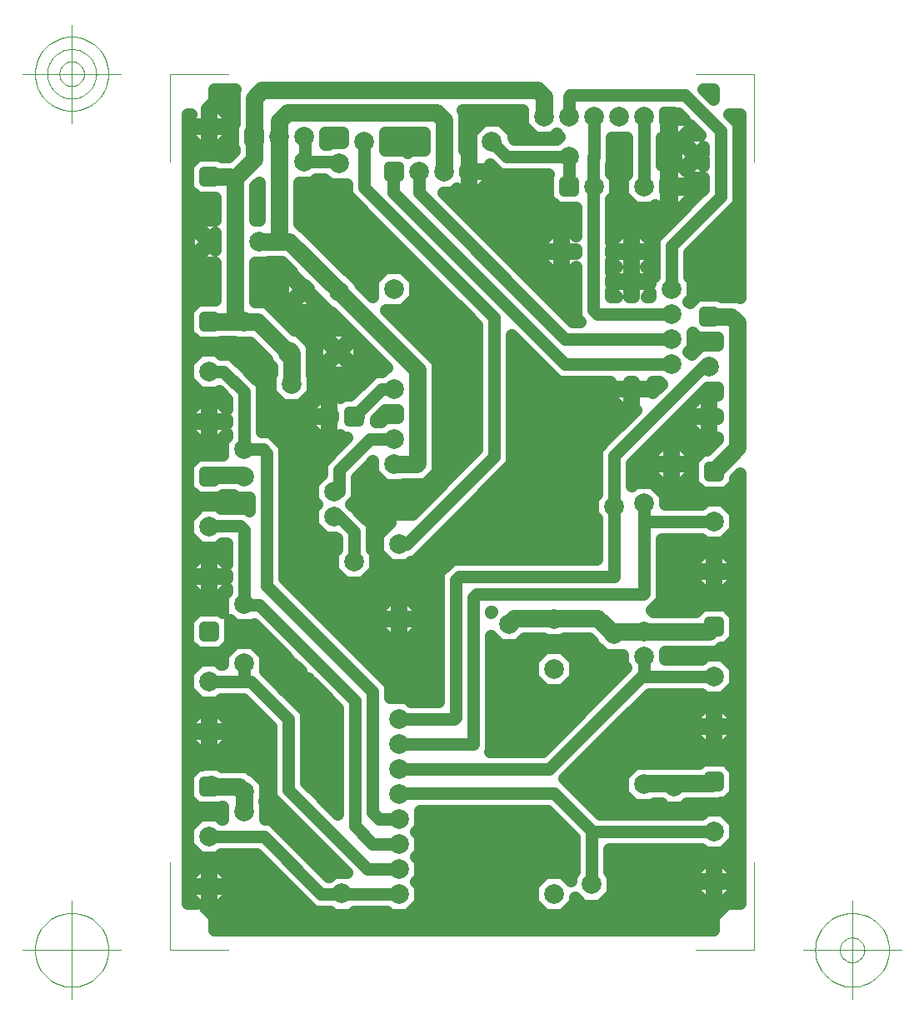
<source format=gbr>
G04 Generated by Ultiboard *
%FSLAX25Y25*%
%MOIN*%

%ADD10C,0.05000*%
%ADD11C,0.07000*%
%ADD12C,0.00394*%
%ADD13C,0.07874*%
%ADD14R,0.03957X0.03957*%
%ADD15C,0.03917*%
%ADD16R,0.04374X0.04374*%
%ADD17C,0.03500*%


G04 ColorRGB 0000FF for the following layer *
%LNCopper Bottom*%
%LPD*%
%FSLAX25Y25*%
%MOIN*%
G54D10*
X257618Y322899D02*
X257618Y323495D01*
X257618Y323495D02*
X252676Y328437D01*
X252676Y328437D02*
X245686Y328437D01*
X245686Y328437D02*
X240744Y323495D01*
X240744Y323495D02*
X240744Y322899D01*
X240744Y322899D02*
X238000Y322899D01*
X238000Y322899D02*
X238000Y328800D01*
X238000Y328800D02*
X238000Y331999D01*
X238000Y331999D02*
X238000Y331999D01*
X238000Y331999D02*
X238000Y331999D01*
X238000Y331999D02*
X237549Y332450D01*
X237549Y332450D02*
X261563Y332450D01*
X261563Y332450D02*
X261563Y326505D01*
X261563Y326505D02*
X265169Y322899D01*
X265169Y322899D02*
X257618Y322899D01*
G36*
X257618Y322899D02*
X257618Y323495D01*
X252676Y328437D01*
X245686Y328437D01*
X240744Y323495D01*
X240744Y322899D01*
X238000Y322899D01*
X238000Y328800D01*
X238000Y331999D01*
X238000Y331999D01*
X238000Y331999D01*
X237549Y332450D01*
X261563Y332450D01*
X261563Y326505D01*
X265169Y322899D01*
X257618Y322899D01*
G37*
X257618Y322899D02*
X257618Y323495D01*
X257618Y323495D02*
X252676Y328437D01*
X252676Y328437D02*
X245686Y328437D01*
X245686Y328437D02*
X240744Y323495D01*
X240744Y323495D02*
X240744Y322899D01*
X240744Y322899D02*
X238000Y322899D01*
X238000Y322899D02*
X238000Y328800D01*
X238000Y328800D02*
X238000Y331999D01*
X238000Y331999D02*
X238000Y331999D01*
X238000Y331999D02*
X238000Y331999D01*
X238000Y331999D02*
X237549Y332450D01*
X237549Y332450D02*
X261563Y332450D01*
X261563Y332450D02*
X261563Y326505D01*
X261563Y326505D02*
X265169Y322899D01*
X265169Y322899D02*
X257618Y322899D01*
X271909Y307000D02*
X271563Y306654D01*
X271563Y306654D02*
X271563Y299101D01*
X271563Y299101D02*
X243495Y299101D01*
X243495Y299101D02*
X243495Y299563D01*
X243495Y299563D02*
X248437Y304505D01*
X248437Y304505D02*
X248437Y307126D01*
X248437Y307126D02*
X243495Y307126D01*
X243495Y307126D02*
X243495Y308874D01*
X243495Y308874D02*
X248437Y308874D01*
X248437Y308874D02*
X248437Y310845D01*
X248437Y310845D02*
X252282Y307000D01*
X252282Y307000D02*
X271909Y307000D01*
G36*
X271909Y307000D02*
X271563Y306654D01*
X271563Y299101D01*
X243495Y299101D01*
X243495Y299563D01*
X248437Y304505D01*
X248437Y307126D01*
X243495Y307126D01*
X243495Y308874D01*
X248437Y308874D01*
X248437Y310845D01*
X252282Y307000D01*
X271909Y307000D01*
G37*
X271909Y307000D02*
X271563Y306654D01*
X271563Y306654D02*
X271563Y299101D01*
X271563Y299101D02*
X243495Y299101D01*
X243495Y299101D02*
X243495Y299563D01*
X243495Y299563D02*
X248437Y304505D01*
X248437Y304505D02*
X248437Y307126D01*
X248437Y307126D02*
X243495Y307126D01*
X243495Y307126D02*
X243495Y308874D01*
X243495Y308874D02*
X248437Y308874D01*
X248437Y308874D02*
X248437Y310845D01*
X248437Y310845D02*
X252282Y307000D01*
X252282Y307000D02*
X271909Y307000D01*
X271563Y299101D02*
X271563Y297346D01*
X271563Y297346D02*
X275346Y293563D01*
X275346Y293563D02*
X282850Y293563D01*
X282850Y293563D02*
X282850Y287333D01*
X282850Y287333D02*
X242015Y287333D01*
X242015Y287333D02*
X237000Y292348D01*
X237000Y292348D02*
X237000Y299101D01*
X237000Y299101D02*
X271563Y299101D01*
G36*
X271563Y299101D02*
X271563Y297346D01*
X275346Y293563D01*
X282850Y293563D01*
X282850Y287333D01*
X242015Y287333D01*
X237000Y292348D01*
X237000Y299101D01*
X271563Y299101D01*
G37*
X271563Y299101D02*
X271563Y297346D01*
X271563Y297346D02*
X275346Y293563D01*
X275346Y293563D02*
X282850Y293563D01*
X282850Y293563D02*
X282850Y287333D01*
X282850Y287333D02*
X242015Y287333D01*
X242015Y287333D02*
X237000Y292348D01*
X237000Y292348D02*
X237000Y299101D01*
X237000Y299101D02*
X271563Y299101D01*
X256843Y272505D02*
X242015Y287333D01*
X242015Y287333D02*
X273505Y287333D01*
X273505Y287333D02*
X273505Y284437D01*
X273505Y284437D02*
X268563Y279495D01*
X268563Y279495D02*
X268563Y276874D01*
X268563Y276874D02*
X273505Y276874D01*
X273505Y276874D02*
X273505Y275126D01*
X273505Y275126D02*
X268563Y275126D01*
X268563Y275126D02*
X268563Y272505D01*
X268563Y272505D02*
X256843Y272505D01*
G36*
X256843Y272505D02*
X242015Y287333D01*
X273505Y287333D01*
X273505Y284437D01*
X268563Y279495D01*
X268563Y276874D01*
X273505Y276874D01*
X273505Y275126D01*
X268563Y275126D01*
X268563Y272505D01*
X256843Y272505D01*
G37*
X256843Y272505D02*
X242015Y287333D01*
X242015Y287333D02*
X273505Y287333D01*
X273505Y287333D02*
X273505Y284437D01*
X273505Y284437D02*
X268563Y279495D01*
X268563Y279495D02*
X268563Y276874D01*
X268563Y276874D02*
X273505Y276874D01*
X273505Y276874D02*
X273505Y275126D01*
X273505Y275126D02*
X268563Y275126D01*
X268563Y275126D02*
X268563Y272505D01*
X268563Y272505D02*
X256843Y272505D01*
X291000Y178932D02*
X289563Y177495D01*
X289563Y177495D02*
X289563Y171000D01*
X289563Y171000D02*
X237099Y171000D01*
X237099Y171000D02*
X257150Y191051D01*
X257150Y191051D02*
X257150Y229167D01*
X257150Y229167D02*
X270483Y229167D01*
X270483Y229167D02*
X275629Y224021D01*
X275629Y224021D02*
X295250Y224021D01*
X295250Y224021D02*
X295250Y201199D01*
X295250Y201199D02*
X291000Y196949D01*
X291000Y196949D02*
X291000Y178932D01*
G36*
X291000Y178932D02*
X289563Y177495D01*
X289563Y171000D01*
X237099Y171000D01*
X257150Y191051D01*
X257150Y229167D01*
X270483Y229167D01*
X275629Y224021D01*
X295250Y224021D01*
X295250Y201199D01*
X291000Y196949D01*
X291000Y178932D01*
G37*
X291000Y178932D02*
X289563Y177495D01*
X289563Y177495D02*
X289563Y171000D01*
X289563Y171000D02*
X237099Y171000D01*
X237099Y171000D02*
X257150Y191051D01*
X257150Y191051D02*
X257150Y229167D01*
X257150Y229167D02*
X270483Y229167D01*
X270483Y229167D02*
X275629Y224021D01*
X275629Y224021D02*
X295250Y224021D01*
X295250Y224021D02*
X295250Y201199D01*
X295250Y201199D02*
X291000Y196949D01*
X291000Y196949D02*
X291000Y178932D01*
X248750Y132000D02*
X249068Y132000D01*
X249068Y132000D02*
X248750Y131682D01*
X248750Y131682D02*
X248750Y132000D01*
G36*
X248750Y132000D02*
X249068Y132000D01*
X248750Y131682D01*
X248750Y132000D01*
G37*
X248750Y132000D02*
X249068Y132000D01*
X249068Y132000D02*
X248750Y131682D01*
X248750Y131682D02*
X248750Y132000D01*
X248750Y122318D02*
X252505Y118563D01*
X252505Y118563D02*
X259495Y118563D01*
X259495Y118563D02*
X261583Y120651D01*
X261583Y120651D02*
X261583Y112833D01*
X261583Y112833D02*
X248750Y112833D01*
X248750Y112833D02*
X248750Y122318D01*
G36*
X248750Y122318D02*
X252505Y118563D01*
X259495Y118563D01*
X261583Y120651D01*
X261583Y112833D01*
X248750Y112833D01*
X248750Y122318D01*
G37*
X248750Y122318D02*
X252505Y118563D01*
X252505Y118563D02*
X259495Y118563D01*
X259495Y118563D02*
X261583Y120651D01*
X261583Y120651D02*
X261583Y112833D01*
X261583Y112833D02*
X248750Y112833D01*
X248750Y112833D02*
X248750Y122318D01*
X261583Y153000D02*
X237000Y153000D01*
X237000Y153000D02*
X237000Y170901D01*
X237000Y170901D02*
X237099Y171000D01*
X237099Y171000D02*
X261583Y171000D01*
X261583Y171000D02*
X261583Y153000D01*
G36*
X261583Y153000D02*
X237000Y153000D01*
X237000Y170901D01*
X237099Y171000D01*
X261583Y171000D01*
X261583Y153000D01*
G37*
X261583Y153000D02*
X237000Y153000D01*
X237000Y153000D02*
X237000Y170901D01*
X237000Y170901D02*
X237099Y171000D01*
X237099Y171000D02*
X261583Y171000D01*
X261583Y171000D02*
X261583Y153000D01*
X265902Y112833D02*
X265563Y112495D01*
X265563Y112495D02*
X265563Y105505D01*
X265563Y105505D02*
X270505Y100563D01*
X270505Y100563D02*
X277495Y100563D01*
X277495Y100563D02*
X282437Y105505D01*
X282437Y105505D02*
X282437Y112495D01*
X282437Y112495D02*
X282098Y112833D01*
X282098Y112833D02*
X295250Y112833D01*
X295250Y112833D02*
X295250Y101949D01*
X295250Y101949D02*
X269301Y76000D01*
X269301Y76000D02*
X248585Y76000D01*
X248585Y76000D02*
X248750Y76165D01*
X248750Y76165D02*
X248750Y112833D01*
X248750Y112833D02*
X265902Y112833D01*
G36*
X265902Y112833D02*
X265563Y112495D01*
X265563Y105505D01*
X270505Y100563D01*
X277495Y100563D01*
X282437Y105505D01*
X282437Y112495D01*
X282098Y112833D01*
X295250Y112833D01*
X295250Y101949D01*
X269301Y76000D01*
X248585Y76000D01*
X248750Y76165D01*
X248750Y112833D01*
X265902Y112833D01*
G37*
X265902Y112833D02*
X265563Y112495D01*
X265563Y112495D02*
X265563Y105505D01*
X265563Y105505D02*
X270505Y100563D01*
X270505Y100563D02*
X277495Y100563D01*
X277495Y100563D02*
X282437Y105505D01*
X282437Y105505D02*
X282437Y112495D01*
X282437Y112495D02*
X282098Y112833D01*
X282098Y112833D02*
X295250Y112833D01*
X295250Y112833D02*
X295250Y101949D01*
X295250Y101949D02*
X269301Y76000D01*
X269301Y76000D02*
X248585Y76000D01*
X248585Y76000D02*
X248750Y76165D01*
X248750Y76165D02*
X248750Y112833D01*
X248750Y112833D02*
X265902Y112833D01*
X276679Y27437D02*
X270505Y27437D01*
X270505Y27437D02*
X265563Y22495D01*
X265563Y22495D02*
X265563Y15505D01*
X265563Y15505D02*
X270505Y10563D01*
X270505Y10563D02*
X276679Y10563D01*
X276679Y10563D02*
X276679Y4500D01*
X276679Y4500D02*
X237000Y4500D01*
X237000Y4500D02*
X237000Y52300D01*
X237000Y52300D02*
X271351Y52300D01*
X271351Y52300D02*
X276679Y46971D01*
X276679Y46971D02*
X276679Y27437D01*
G36*
X276679Y27437D02*
X270505Y27437D01*
X265563Y22495D01*
X265563Y15505D01*
X270505Y10563D01*
X276679Y10563D01*
X276679Y4500D01*
X237000Y4500D01*
X237000Y52300D01*
X271351Y52300D01*
X276679Y46971D01*
X276679Y27437D01*
G37*
X276679Y27437D02*
X270505Y27437D01*
X270505Y27437D02*
X265563Y22495D01*
X265563Y22495D02*
X265563Y15505D01*
X265563Y15505D02*
X270505Y10563D01*
X270505Y10563D02*
X276679Y10563D01*
X276679Y10563D02*
X276679Y4500D01*
X276679Y4500D02*
X237000Y4500D01*
X237000Y4500D02*
X237000Y52300D01*
X237000Y52300D02*
X271351Y52300D01*
X271351Y52300D02*
X276679Y46971D01*
X276679Y46971D02*
X276679Y27437D01*
X243150Y246601D02*
X243150Y229167D01*
X243150Y229167D02*
X237000Y229167D01*
X237000Y229167D02*
X237000Y252751D01*
X237000Y252751D02*
X243150Y246601D01*
G36*
X243150Y246601D02*
X243150Y229167D01*
X237000Y229167D01*
X237000Y252751D01*
X243150Y246601D01*
G37*
X243150Y246601D02*
X243150Y229167D01*
X243150Y229167D02*
X237000Y229167D01*
X237000Y229167D02*
X237000Y252751D01*
X237000Y252751D02*
X243150Y246601D01*
X138450Y256437D02*
X131346Y256437D01*
X131346Y256437D02*
X127563Y252654D01*
X127563Y252654D02*
X127563Y244486D01*
X127563Y244486D02*
X127500Y244486D01*
X127500Y244486D02*
X127500Y273416D01*
X127500Y273416D02*
X130967Y273416D01*
X130967Y273416D02*
X132820Y271563D01*
X132820Y271563D02*
X138450Y271563D01*
X138450Y271563D02*
X138450Y256437D01*
G36*
X138450Y256437D02*
X131346Y256437D01*
X127563Y252654D01*
X127563Y244486D01*
X127500Y244486D01*
X127500Y273416D01*
X130967Y273416D01*
X132820Y271563D01*
X138450Y271563D01*
X138450Y256437D01*
G37*
X138450Y256437D02*
X131346Y256437D01*
X131346Y256437D02*
X127563Y252654D01*
X127563Y252654D02*
X127563Y244486D01*
X127563Y244486D02*
X127500Y244486D01*
X127500Y244486D02*
X127500Y273416D01*
X127500Y273416D02*
X130967Y273416D01*
X130967Y273416D02*
X132820Y271563D01*
X132820Y271563D02*
X138450Y271563D01*
X138450Y271563D02*
X138450Y256437D01*
X154450Y271563D02*
X158679Y271563D01*
X158679Y271563D02*
X158679Y256000D01*
X158679Y256000D02*
X154450Y256000D01*
X154450Y256000D02*
X154450Y271563D01*
G36*
X154450Y271563D02*
X158679Y271563D01*
X158679Y256000D01*
X154450Y256000D01*
X154450Y271563D01*
G37*
X154450Y271563D02*
X158679Y271563D01*
X158679Y271563D02*
X158679Y256000D01*
X158679Y256000D02*
X154450Y256000D01*
X154450Y256000D02*
X154450Y271563D01*
X165563Y260819D02*
X165563Y257324D01*
X165563Y257324D02*
X167416Y255471D01*
X167416Y255471D02*
X172764Y260819D01*
X172764Y260819D02*
X175236Y260819D01*
X175236Y260819D02*
X178750Y257304D01*
X178750Y257304D02*
X178750Y254833D01*
X178750Y254833D02*
X174000Y259583D01*
X174000Y259583D02*
X168652Y254235D01*
X168652Y254235D02*
X170505Y252382D01*
X170505Y252382D02*
X177495Y252382D01*
X177495Y252382D02*
X178750Y253637D01*
X178750Y253637D02*
X178750Y244486D01*
X178750Y244486D02*
X170227Y244486D01*
X170227Y244486D02*
X158714Y256000D01*
X158714Y256000D02*
X158679Y256000D01*
X158679Y256000D02*
X158679Y260819D01*
X158679Y260819D02*
X165563Y260819D01*
G36*
X165563Y260819D02*
X165563Y257324D01*
X167416Y255471D01*
X172764Y260819D01*
X175236Y260819D01*
X178750Y257304D01*
X178750Y254833D01*
X174000Y259583D01*
X168652Y254235D01*
X170505Y252382D01*
X177495Y252382D01*
X178750Y253637D01*
X178750Y244486D01*
X170227Y244486D01*
X158714Y256000D01*
X158679Y256000D01*
X158679Y260819D01*
X165563Y260819D01*
G37*
X165563Y260819D02*
X165563Y257324D01*
X165563Y257324D02*
X167416Y255471D01*
X167416Y255471D02*
X172764Y260819D01*
X172764Y260819D02*
X175236Y260819D01*
X175236Y260819D02*
X178750Y257304D01*
X178750Y257304D02*
X178750Y254833D01*
X178750Y254833D02*
X174000Y259583D01*
X174000Y259583D02*
X168652Y254235D01*
X168652Y254235D02*
X170505Y252382D01*
X170505Y252382D02*
X177495Y252382D01*
X177495Y252382D02*
X178750Y253637D01*
X178750Y253637D02*
X178750Y244486D01*
X178750Y244486D02*
X170227Y244486D01*
X170227Y244486D02*
X158714Y256000D01*
X158714Y256000D02*
X158679Y256000D01*
X158679Y256000D02*
X158679Y260819D01*
X158679Y260819D02*
X165563Y260819D01*
X187685Y244437D02*
X184190Y244437D01*
X184190Y244437D02*
X182337Y242584D01*
X182337Y242584D02*
X187685Y237236D01*
X187685Y237236D02*
X187685Y236000D01*
X187685Y236000D02*
X186449Y236000D01*
X186449Y236000D02*
X181101Y241348D01*
X181101Y241348D02*
X179248Y239495D01*
X179248Y239495D02*
X179248Y236000D01*
X179248Y236000D02*
X178750Y236000D01*
X178750Y236000D02*
X178750Y253637D01*
X178750Y253637D02*
X179348Y254235D01*
X179348Y254235D02*
X178750Y254833D01*
X178750Y254833D02*
X178750Y256589D01*
X178750Y256589D02*
X179466Y256589D01*
X179466Y256589D02*
X180584Y255471D01*
X180584Y255471D02*
X180591Y255478D01*
X180591Y255478D02*
X184505Y251563D01*
X184505Y251563D02*
X185087Y251563D01*
X185087Y251563D02*
X187685Y248965D01*
X187685Y248965D02*
X187685Y244437D01*
G36*
X187685Y244437D02*
X184190Y244437D01*
X182337Y242584D01*
X187685Y237236D01*
X187685Y236000D01*
X186449Y236000D01*
X181101Y241348D01*
X179248Y239495D01*
X179248Y236000D01*
X178750Y236000D01*
X178750Y253637D01*
X179348Y254235D01*
X178750Y254833D01*
X178750Y256589D01*
X179466Y256589D01*
X180584Y255471D01*
X180591Y255478D01*
X184505Y251563D01*
X185087Y251563D01*
X187685Y248965D01*
X187685Y244437D01*
G37*
X187685Y244437D02*
X184190Y244437D01*
X184190Y244437D02*
X182337Y242584D01*
X182337Y242584D02*
X187685Y237236D01*
X187685Y237236D02*
X187685Y236000D01*
X187685Y236000D02*
X186449Y236000D01*
X186449Y236000D02*
X181101Y241348D01*
X181101Y241348D02*
X179248Y239495D01*
X179248Y239495D02*
X179248Y236000D01*
X179248Y236000D02*
X178750Y236000D01*
X178750Y236000D02*
X178750Y253637D01*
X178750Y253637D02*
X179348Y254235D01*
X179348Y254235D02*
X178750Y254833D01*
X178750Y254833D02*
X178750Y256589D01*
X178750Y256589D02*
X179466Y256589D01*
X179466Y256589D02*
X180584Y255471D01*
X180584Y255471D02*
X180591Y255478D01*
X180591Y255478D02*
X184505Y251563D01*
X184505Y251563D02*
X185087Y251563D01*
X185087Y251563D02*
X187685Y248965D01*
X187685Y248965D02*
X187685Y244437D01*
X187685Y237236D02*
X193033Y242584D01*
X193033Y242584D02*
X191180Y244437D01*
X191180Y244437D02*
X187685Y244437D01*
X187685Y244437D02*
X187685Y248965D01*
X187685Y248965D02*
X194269Y242382D01*
X194269Y242382D02*
X194269Y241348D01*
X194269Y241348D02*
X188921Y236000D01*
X188921Y236000D02*
X187685Y236000D01*
X187685Y236000D02*
X187685Y237236D01*
G36*
X187685Y237236D02*
X193033Y242584D01*
X191180Y244437D01*
X187685Y244437D01*
X187685Y248965D01*
X194269Y242382D01*
X194269Y241348D01*
X188921Y236000D01*
X187685Y236000D01*
X187685Y237236D01*
G37*
X187685Y237236D02*
X193033Y242584D01*
X193033Y242584D02*
X191180Y244437D01*
X191180Y244437D02*
X187685Y244437D01*
X187685Y244437D02*
X187685Y248965D01*
X187685Y248965D02*
X194269Y242382D01*
X194269Y242382D02*
X194269Y241348D01*
X194269Y241348D02*
X188921Y236000D01*
X188921Y236000D02*
X187685Y236000D01*
X187685Y236000D02*
X187685Y237236D01*
X206715Y252563D02*
X213495Y252563D01*
X213495Y252563D02*
X217520Y256589D01*
X217520Y256589D02*
X233162Y256589D01*
X233162Y256589D02*
X237000Y252751D01*
X237000Y252751D02*
X237000Y229167D01*
X237000Y229167D02*
X227500Y229167D01*
X227500Y229167D02*
X227500Y231778D01*
X227500Y231778D02*
X206715Y252563D01*
G36*
X206715Y252563D02*
X213495Y252563D01*
X217520Y256589D01*
X233162Y256589D01*
X237000Y252751D01*
X237000Y229167D01*
X227500Y229167D01*
X227500Y231778D01*
X206715Y252563D01*
G37*
X206715Y252563D02*
X213495Y252563D01*
X213495Y252563D02*
X217520Y256589D01*
X217520Y256589D02*
X233162Y256589D01*
X233162Y256589D02*
X237000Y252751D01*
X237000Y252751D02*
X237000Y229167D01*
X237000Y229167D02*
X227500Y229167D01*
X227500Y229167D02*
X227500Y231778D01*
X227500Y231778D02*
X206715Y252563D01*
X129068Y171000D02*
X127563Y169495D01*
X127563Y169495D02*
X127563Y162505D01*
X127563Y162505D02*
X132505Y157563D01*
X132505Y157563D02*
X139495Y157563D01*
X139495Y157563D02*
X141032Y159100D01*
X141032Y159100D02*
X143000Y159100D01*
X143000Y159100D02*
X143000Y150932D01*
X143000Y150932D02*
X139495Y154437D01*
X139495Y154437D02*
X136874Y154437D01*
X136874Y154437D02*
X136874Y149495D01*
X136874Y149495D02*
X135126Y149495D01*
X135126Y149495D02*
X135126Y154437D01*
X135126Y154437D02*
X132505Y154437D01*
X132505Y154437D02*
X127563Y149495D01*
X127563Y149495D02*
X127500Y149495D01*
X127500Y149495D02*
X127500Y171000D01*
X127500Y171000D02*
X129068Y171000D01*
G36*
X129068Y171000D02*
X127563Y169495D01*
X127563Y162505D01*
X132505Y157563D01*
X139495Y157563D01*
X141032Y159100D01*
X143000Y159100D01*
X143000Y150932D01*
X139495Y154437D01*
X136874Y154437D01*
X136874Y149495D01*
X135126Y149495D01*
X135126Y154437D01*
X132505Y154437D01*
X127563Y149495D01*
X127500Y149495D01*
X127500Y171000D01*
X129068Y171000D01*
G37*
X129068Y171000D02*
X127563Y169495D01*
X127563Y169495D02*
X127563Y162505D01*
X127563Y162505D02*
X132505Y157563D01*
X132505Y157563D02*
X139495Y157563D01*
X139495Y157563D02*
X141032Y159100D01*
X141032Y159100D02*
X143000Y159100D01*
X143000Y159100D02*
X143000Y150932D01*
X143000Y150932D02*
X139495Y154437D01*
X139495Y154437D02*
X136874Y154437D01*
X136874Y154437D02*
X136874Y149495D01*
X136874Y149495D02*
X135126Y149495D01*
X135126Y149495D02*
X135126Y154437D01*
X135126Y154437D02*
X132505Y154437D01*
X132505Y154437D02*
X127563Y149495D01*
X127563Y149495D02*
X127500Y149495D01*
X127500Y149495D02*
X127500Y171000D01*
X127500Y171000D02*
X129068Y171000D01*
X136874Y149495D02*
X136874Y146874D01*
X136874Y146874D02*
X143000Y146874D01*
X143000Y146874D02*
X143000Y145126D01*
X143000Y145126D02*
X136874Y145126D01*
X136874Y145126D02*
X136874Y142505D01*
X136874Y142505D02*
X135126Y142505D01*
X135126Y142505D02*
X135126Y145126D01*
X135126Y145126D02*
X127563Y145126D01*
X127563Y145126D02*
X127563Y142505D01*
X127563Y142505D02*
X127500Y142505D01*
X127500Y142505D02*
X127500Y149495D01*
X127500Y149495D02*
X127563Y149495D01*
X127563Y149495D02*
X127563Y146874D01*
X127563Y146874D02*
X135126Y146874D01*
X135126Y146874D02*
X135126Y149495D01*
X135126Y149495D02*
X136874Y149495D01*
G36*
X136874Y149495D02*
X136874Y146874D01*
X143000Y146874D01*
X143000Y145126D01*
X136874Y145126D01*
X136874Y142505D01*
X135126Y142505D01*
X135126Y145126D01*
X127563Y145126D01*
X127563Y142505D01*
X127500Y142505D01*
X127500Y149495D01*
X127563Y149495D01*
X127563Y146874D01*
X135126Y146874D01*
X135126Y149495D01*
X136874Y149495D01*
G37*
X136874Y149495D02*
X136874Y146874D01*
X136874Y146874D02*
X143000Y146874D01*
X143000Y146874D02*
X143000Y145126D01*
X143000Y145126D02*
X136874Y145126D01*
X136874Y145126D02*
X136874Y142505D01*
X136874Y142505D02*
X135126Y142505D01*
X135126Y142505D02*
X135126Y145126D01*
X135126Y145126D02*
X127563Y145126D01*
X127563Y145126D02*
X127563Y142505D01*
X127563Y142505D02*
X127500Y142505D01*
X127500Y142505D02*
X127500Y149495D01*
X127500Y149495D02*
X127563Y149495D01*
X127563Y149495D02*
X127563Y146874D01*
X127563Y146874D02*
X135126Y146874D01*
X135126Y146874D02*
X135126Y149495D01*
X135126Y149495D02*
X136874Y149495D01*
X141563Y131528D02*
X140654Y132437D01*
X140654Y132437D02*
X131346Y132437D01*
X131346Y132437D02*
X127563Y128654D01*
X127563Y128654D02*
X127563Y126679D01*
X127563Y126679D02*
X127500Y126679D01*
X127500Y126679D02*
X127500Y142505D01*
X127500Y142505D02*
X127563Y142505D01*
X127563Y142505D02*
X132505Y137563D01*
X132505Y137563D02*
X135126Y137563D01*
X135126Y137563D02*
X135126Y142505D01*
X135126Y142505D02*
X136874Y142505D01*
X136874Y142505D02*
X136874Y137563D01*
X136874Y137563D02*
X139495Y137563D01*
X139495Y137563D02*
X143000Y141068D01*
X143000Y141068D02*
X143000Y139751D01*
X143000Y139751D02*
X141563Y138314D01*
X141563Y138314D02*
X141563Y131528D01*
G36*
X141563Y131528D02*
X140654Y132437D01*
X131346Y132437D01*
X127563Y128654D01*
X127563Y126679D01*
X127500Y126679D01*
X127500Y142505D01*
X127563Y142505D01*
X132505Y137563D01*
X135126Y137563D01*
X135126Y142505D01*
X136874Y142505D01*
X136874Y137563D01*
X139495Y137563D01*
X143000Y141068D01*
X143000Y139751D01*
X141563Y138314D01*
X141563Y131528D01*
G37*
X141563Y131528D02*
X140654Y132437D01*
X140654Y132437D02*
X131346Y132437D01*
X131346Y132437D02*
X127563Y128654D01*
X127563Y128654D02*
X127563Y126679D01*
X127563Y126679D02*
X127500Y126679D01*
X127500Y126679D02*
X127500Y142505D01*
X127500Y142505D02*
X127563Y142505D01*
X127563Y142505D02*
X132505Y137563D01*
X132505Y137563D02*
X135126Y137563D01*
X135126Y137563D02*
X135126Y142505D01*
X135126Y142505D02*
X136874Y142505D01*
X136874Y142505D02*
X136874Y137563D01*
X136874Y137563D02*
X139495Y137563D01*
X139495Y137563D02*
X143000Y141068D01*
X143000Y141068D02*
X143000Y139751D01*
X143000Y139751D02*
X141563Y138314D01*
X141563Y138314D02*
X141563Y131528D01*
X127563Y126679D02*
X127563Y119346D01*
X127563Y119346D02*
X131346Y115563D01*
X131346Y115563D02*
X140654Y115563D01*
X140654Y115563D02*
X144437Y119346D01*
X144437Y119346D02*
X144437Y126679D01*
X144437Y126679D02*
X146208Y126679D01*
X146208Y126679D02*
X146505Y126382D01*
X146505Y126382D02*
X152899Y126382D01*
X152899Y126382D02*
X152899Y119618D01*
X152899Y119618D02*
X146505Y119618D01*
X146505Y119618D02*
X141563Y114676D01*
X141563Y114676D02*
X141563Y112833D01*
X141563Y112833D02*
X127500Y112833D01*
X127500Y112833D02*
X127500Y126679D01*
X127500Y126679D02*
X127563Y126679D01*
G36*
X127563Y126679D02*
X127563Y119346D01*
X131346Y115563D01*
X140654Y115563D01*
X144437Y119346D01*
X144437Y126679D01*
X146208Y126679D01*
X146505Y126382D01*
X152899Y126382D01*
X152899Y119618D01*
X146505Y119618D01*
X141563Y114676D01*
X141563Y112833D01*
X127500Y112833D01*
X127500Y126679D01*
X127563Y126679D01*
G37*
X127563Y126679D02*
X127563Y119346D01*
X127563Y119346D02*
X131346Y115563D01*
X131346Y115563D02*
X140654Y115563D01*
X140654Y115563D02*
X144437Y119346D01*
X144437Y119346D02*
X144437Y126679D01*
X144437Y126679D02*
X146208Y126679D01*
X146208Y126679D02*
X146505Y126382D01*
X146505Y126382D02*
X152899Y126382D01*
X152899Y126382D02*
X152899Y119618D01*
X152899Y119618D02*
X146505Y119618D01*
X146505Y119618D02*
X141563Y114676D01*
X141563Y114676D02*
X141563Y112833D01*
X141563Y112833D02*
X127500Y112833D01*
X127500Y112833D02*
X127500Y126679D01*
X127500Y126679D02*
X127563Y126679D01*
X133101Y112437D02*
X132505Y112437D01*
X132505Y112437D02*
X127563Y107495D01*
X127563Y107495D02*
X127563Y100505D01*
X127563Y100505D02*
X132505Y95563D01*
X132505Y95563D02*
X133101Y95563D01*
X133101Y95563D02*
X133101Y92437D01*
X133101Y92437D02*
X132505Y92437D01*
X132505Y92437D02*
X127563Y87495D01*
X127563Y87495D02*
X127563Y84874D01*
X127563Y84874D02*
X133101Y84874D01*
X133101Y84874D02*
X133101Y83126D01*
X133101Y83126D02*
X127563Y83126D01*
X127563Y83126D02*
X127563Y80505D01*
X127563Y80505D02*
X132505Y75563D01*
X132505Y75563D02*
X133101Y75563D01*
X133101Y75563D02*
X133101Y70437D01*
X133101Y70437D02*
X131346Y70437D01*
X131346Y70437D02*
X127563Y66654D01*
X127563Y66654D02*
X127563Y57346D01*
X127563Y57346D02*
X130243Y54667D01*
X130243Y54667D02*
X127500Y54667D01*
X127500Y54667D02*
X127500Y112833D01*
X127500Y112833D02*
X133101Y112833D01*
X133101Y112833D02*
X133101Y112437D01*
G36*
X133101Y112437D02*
X132505Y112437D01*
X127563Y107495D01*
X127563Y100505D01*
X132505Y95563D01*
X133101Y95563D01*
X133101Y92437D01*
X132505Y92437D01*
X127563Y87495D01*
X127563Y84874D01*
X133101Y84874D01*
X133101Y83126D01*
X127563Y83126D01*
X127563Y80505D01*
X132505Y75563D01*
X133101Y75563D01*
X133101Y70437D01*
X131346Y70437D01*
X127563Y66654D01*
X127563Y57346D01*
X130243Y54667D01*
X127500Y54667D01*
X127500Y112833D01*
X133101Y112833D01*
X133101Y112437D01*
G37*
X133101Y112437D02*
X132505Y112437D01*
X132505Y112437D02*
X127563Y107495D01*
X127563Y107495D02*
X127563Y100505D01*
X127563Y100505D02*
X132505Y95563D01*
X132505Y95563D02*
X133101Y95563D01*
X133101Y95563D02*
X133101Y92437D01*
X133101Y92437D02*
X132505Y92437D01*
X132505Y92437D02*
X127563Y87495D01*
X127563Y87495D02*
X127563Y84874D01*
X127563Y84874D02*
X133101Y84874D01*
X133101Y84874D02*
X133101Y83126D01*
X133101Y83126D02*
X127563Y83126D01*
X127563Y83126D02*
X127563Y80505D01*
X127563Y80505D02*
X132505Y75563D01*
X132505Y75563D02*
X133101Y75563D01*
X133101Y75563D02*
X133101Y70437D01*
X133101Y70437D02*
X131346Y70437D01*
X131346Y70437D02*
X127563Y66654D01*
X127563Y66654D02*
X127563Y57346D01*
X127563Y57346D02*
X130243Y54667D01*
X130243Y54667D02*
X127500Y54667D01*
X127500Y54667D02*
X127500Y112833D01*
X127500Y112833D02*
X133101Y112833D01*
X133101Y112833D02*
X133101Y112437D01*
X130243Y54667D02*
X131346Y53563D01*
X131346Y53563D02*
X139495Y53563D01*
X139495Y53563D02*
X139495Y50437D01*
X139495Y50437D02*
X132505Y50437D01*
X132505Y50437D02*
X127563Y45495D01*
X127563Y45495D02*
X127563Y38505D01*
X127563Y38505D02*
X132505Y33563D01*
X132505Y33563D02*
X139495Y33563D01*
X139495Y33563D02*
X139495Y30437D01*
X139495Y30437D02*
X136874Y30437D01*
X136874Y30437D02*
X136874Y25495D01*
X136874Y25495D02*
X135126Y25495D01*
X135126Y25495D02*
X135126Y30437D01*
X135126Y30437D02*
X132505Y30437D01*
X132505Y30437D02*
X127563Y25495D01*
X127563Y25495D02*
X127500Y25495D01*
X127500Y25495D02*
X127500Y54667D01*
X127500Y54667D02*
X130243Y54667D01*
G36*
X130243Y54667D02*
X131346Y53563D01*
X139495Y53563D01*
X139495Y50437D01*
X132505Y50437D01*
X127563Y45495D01*
X127563Y38505D01*
X132505Y33563D01*
X139495Y33563D01*
X139495Y30437D01*
X136874Y30437D01*
X136874Y25495D01*
X135126Y25495D01*
X135126Y30437D01*
X132505Y30437D01*
X127563Y25495D01*
X127500Y25495D01*
X127500Y54667D01*
X130243Y54667D01*
G37*
X130243Y54667D02*
X131346Y53563D01*
X131346Y53563D02*
X139495Y53563D01*
X139495Y53563D02*
X139495Y50437D01*
X139495Y50437D02*
X132505Y50437D01*
X132505Y50437D02*
X127563Y45495D01*
X127563Y45495D02*
X127563Y38505D01*
X127563Y38505D02*
X132505Y33563D01*
X132505Y33563D02*
X139495Y33563D01*
X139495Y33563D02*
X139495Y30437D01*
X139495Y30437D02*
X136874Y30437D01*
X136874Y30437D02*
X136874Y25495D01*
X136874Y25495D02*
X135126Y25495D01*
X135126Y25495D02*
X135126Y30437D01*
X135126Y30437D02*
X132505Y30437D01*
X132505Y30437D02*
X127563Y25495D01*
X127563Y25495D02*
X127500Y25495D01*
X127500Y25495D02*
X127500Y54667D01*
X127500Y54667D02*
X130243Y54667D01*
X136874Y25495D02*
X136874Y22874D01*
X136874Y22874D02*
X139495Y22874D01*
X139495Y22874D02*
X139495Y21126D01*
X139495Y21126D02*
X136874Y21126D01*
X136874Y21126D02*
X136874Y18505D01*
X136874Y18505D02*
X135126Y18505D01*
X135126Y18505D02*
X135126Y21126D01*
X135126Y21126D02*
X127563Y21126D01*
X127563Y21126D02*
X127563Y18505D01*
X127563Y18505D02*
X127500Y18505D01*
X127500Y18505D02*
X127500Y25495D01*
X127500Y25495D02*
X127563Y25495D01*
X127563Y25495D02*
X127563Y22874D01*
X127563Y22874D02*
X135126Y22874D01*
X135126Y22874D02*
X135126Y25495D01*
X135126Y25495D02*
X136874Y25495D01*
G36*
X136874Y25495D02*
X136874Y22874D01*
X139495Y22874D01*
X139495Y21126D01*
X136874Y21126D01*
X136874Y18505D01*
X135126Y18505D01*
X135126Y21126D01*
X127563Y21126D01*
X127563Y18505D01*
X127500Y18505D01*
X127500Y25495D01*
X127563Y25495D01*
X127563Y22874D01*
X135126Y22874D01*
X135126Y25495D01*
X136874Y25495D01*
G37*
X136874Y25495D02*
X136874Y22874D01*
X136874Y22874D02*
X139495Y22874D01*
X139495Y22874D02*
X139495Y21126D01*
X139495Y21126D02*
X136874Y21126D01*
X136874Y21126D02*
X136874Y18505D01*
X136874Y18505D02*
X135126Y18505D01*
X135126Y18505D02*
X135126Y21126D01*
X135126Y21126D02*
X127563Y21126D01*
X127563Y21126D02*
X127563Y18505D01*
X127563Y18505D02*
X127500Y18505D01*
X127500Y18505D02*
X127500Y25495D01*
X127500Y25495D02*
X127563Y25495D01*
X127563Y25495D02*
X127563Y22874D01*
X127563Y22874D02*
X135126Y22874D01*
X135126Y22874D02*
X135126Y25495D01*
X135126Y25495D02*
X136874Y25495D01*
X127563Y18505D02*
X130844Y15224D01*
X130844Y15224D02*
X127500Y15224D01*
X127500Y15224D02*
X127500Y18505D01*
X127500Y18505D02*
X127563Y18505D01*
G36*
X127563Y18505D02*
X130844Y15224D01*
X127500Y15224D01*
X127500Y18505D01*
X127563Y18505D01*
G37*
X127563Y18505D02*
X130844Y15224D01*
X130844Y15224D02*
X127500Y15224D01*
X127500Y15224D02*
X127500Y18505D01*
X127500Y18505D02*
X127563Y18505D01*
X127563Y244486D02*
X127563Y243346D01*
X127563Y243346D02*
X131346Y239563D01*
X131346Y239563D02*
X140654Y239563D01*
X140654Y239563D02*
X140891Y239800D01*
X140891Y239800D02*
X146268Y239800D01*
X146268Y239800D02*
X146505Y239563D01*
X146505Y239563D02*
X152523Y239563D01*
X152523Y239563D02*
X159137Y232949D01*
X159137Y232949D02*
X159137Y231899D01*
X159137Y231899D02*
X161263Y229773D01*
X161263Y229773D02*
X161263Y229167D01*
X161263Y229167D02*
X150618Y229167D01*
X150618Y229167D02*
X144785Y235000D01*
X144785Y235000D02*
X140932Y235000D01*
X140932Y235000D02*
X139495Y236437D01*
X139495Y236437D02*
X132505Y236437D01*
X132505Y236437D02*
X127563Y231495D01*
X127563Y231495D02*
X127563Y229167D01*
X127563Y229167D02*
X127500Y229167D01*
X127500Y229167D02*
X127500Y244486D01*
X127500Y244486D02*
X127563Y244486D01*
G36*
X127563Y244486D02*
X127563Y243346D01*
X131346Y239563D01*
X140654Y239563D01*
X140891Y239800D01*
X146268Y239800D01*
X146505Y239563D01*
X152523Y239563D01*
X159137Y232949D01*
X159137Y231899D01*
X161263Y229773D01*
X161263Y229167D01*
X150618Y229167D01*
X144785Y235000D01*
X140932Y235000D01*
X139495Y236437D01*
X132505Y236437D01*
X127563Y231495D01*
X127563Y229167D01*
X127500Y229167D01*
X127500Y244486D01*
X127563Y244486D01*
G37*
X127563Y244486D02*
X127563Y243346D01*
X127563Y243346D02*
X131346Y239563D01*
X131346Y239563D02*
X140654Y239563D01*
X140654Y239563D02*
X140891Y239800D01*
X140891Y239800D02*
X146268Y239800D01*
X146268Y239800D02*
X146505Y239563D01*
X146505Y239563D02*
X152523Y239563D01*
X152523Y239563D02*
X159137Y232949D01*
X159137Y232949D02*
X159137Y231899D01*
X159137Y231899D02*
X161263Y229773D01*
X161263Y229773D02*
X161263Y229167D01*
X161263Y229167D02*
X150618Y229167D01*
X150618Y229167D02*
X144785Y235000D01*
X144785Y235000D02*
X140932Y235000D01*
X140932Y235000D02*
X139495Y236437D01*
X139495Y236437D02*
X132505Y236437D01*
X132505Y236437D02*
X127563Y231495D01*
X127563Y231495D02*
X127563Y229167D01*
X127563Y229167D02*
X127500Y229167D01*
X127500Y229167D02*
X127500Y244486D01*
X127500Y244486D02*
X127563Y244486D01*
X127563Y229167D02*
X127563Y224505D01*
X127563Y224505D02*
X132505Y219563D01*
X132505Y219563D02*
X139495Y219563D01*
X139495Y219563D02*
X139495Y216437D01*
X139495Y216437D02*
X136874Y216437D01*
X136874Y216437D02*
X136874Y211495D01*
X136874Y211495D02*
X135126Y211495D01*
X135126Y211495D02*
X135126Y216437D01*
X135126Y216437D02*
X132505Y216437D01*
X132505Y216437D02*
X127563Y211495D01*
X127563Y211495D02*
X127500Y211495D01*
X127500Y211495D02*
X127500Y229167D01*
X127500Y229167D02*
X127563Y229167D01*
G36*
X127563Y229167D02*
X127563Y224505D01*
X132505Y219563D01*
X139495Y219563D01*
X139495Y216437D01*
X136874Y216437D01*
X136874Y211495D01*
X135126Y211495D01*
X135126Y216437D01*
X132505Y216437D01*
X127563Y211495D01*
X127500Y211495D01*
X127500Y229167D01*
X127563Y229167D01*
G37*
X127563Y229167D02*
X127563Y224505D01*
X127563Y224505D02*
X132505Y219563D01*
X132505Y219563D02*
X139495Y219563D01*
X139495Y219563D02*
X139495Y216437D01*
X139495Y216437D02*
X136874Y216437D01*
X136874Y216437D02*
X136874Y211495D01*
X136874Y211495D02*
X135126Y211495D01*
X135126Y211495D02*
X135126Y216437D01*
X135126Y216437D02*
X132505Y216437D01*
X132505Y216437D02*
X127563Y211495D01*
X127563Y211495D02*
X127500Y211495D01*
X127500Y211495D02*
X127500Y229167D01*
X127500Y229167D02*
X127563Y229167D01*
X136874Y211495D02*
X136874Y208874D01*
X136874Y208874D02*
X139495Y208874D01*
X139495Y208874D02*
X139495Y207126D01*
X139495Y207126D02*
X136874Y207126D01*
X136874Y207126D02*
X136874Y204505D01*
X136874Y204505D02*
X135126Y204505D01*
X135126Y204505D02*
X135126Y207126D01*
X135126Y207126D02*
X127563Y207126D01*
X127563Y207126D02*
X127563Y204505D01*
X127563Y204505D02*
X127500Y204505D01*
X127500Y204505D02*
X127500Y211495D01*
X127500Y211495D02*
X127563Y211495D01*
X127563Y211495D02*
X127563Y208874D01*
X127563Y208874D02*
X135126Y208874D01*
X135126Y208874D02*
X135126Y211495D01*
X135126Y211495D02*
X136874Y211495D01*
G36*
X136874Y211495D02*
X136874Y208874D01*
X139495Y208874D01*
X139495Y207126D01*
X136874Y207126D01*
X136874Y204505D01*
X135126Y204505D01*
X135126Y207126D01*
X127563Y207126D01*
X127563Y204505D01*
X127500Y204505D01*
X127500Y211495D01*
X127563Y211495D01*
X127563Y208874D01*
X135126Y208874D01*
X135126Y211495D01*
X136874Y211495D01*
G37*
X136874Y211495D02*
X136874Y208874D01*
X136874Y208874D02*
X139495Y208874D01*
X139495Y208874D02*
X139495Y207126D01*
X139495Y207126D02*
X136874Y207126D01*
X136874Y207126D02*
X136874Y204505D01*
X136874Y204505D02*
X135126Y204505D01*
X135126Y204505D02*
X135126Y207126D01*
X135126Y207126D02*
X127563Y207126D01*
X127563Y207126D02*
X127563Y204505D01*
X127563Y204505D02*
X127500Y204505D01*
X127500Y204505D02*
X127500Y211495D01*
X127500Y211495D02*
X127563Y211495D01*
X127563Y211495D02*
X127563Y208874D01*
X127563Y208874D02*
X135126Y208874D01*
X135126Y208874D02*
X135126Y211495D01*
X135126Y211495D02*
X136874Y211495D01*
X127563Y204505D02*
X132505Y199563D01*
X132505Y199563D02*
X135126Y199563D01*
X135126Y199563D02*
X135126Y204505D01*
X135126Y204505D02*
X136874Y204505D01*
X136874Y204505D02*
X136874Y199563D01*
X136874Y199563D02*
X139495Y199563D01*
X139495Y199563D02*
X139495Y194450D01*
X139495Y194450D02*
X136229Y194450D01*
X136229Y194450D02*
X133136Y194450D01*
X133136Y194450D02*
X133136Y194450D01*
X133136Y194450D02*
X133136Y194450D01*
X133136Y194450D02*
X133136Y194450D01*
X133136Y194450D02*
X127500Y194450D01*
X127500Y194450D02*
X127500Y204505D01*
X127500Y204505D02*
X127563Y204505D01*
G36*
X127563Y204505D02*
X132505Y199563D01*
X135126Y199563D01*
X135126Y204505D01*
X136874Y204505D01*
X136874Y199563D01*
X139495Y199563D01*
X139495Y194450D01*
X136229Y194450D01*
X133136Y194450D01*
X133136Y194450D01*
X133136Y194450D01*
X133136Y194450D01*
X127500Y194450D01*
X127500Y204505D01*
X127563Y204505D01*
G37*
X127563Y204505D02*
X132505Y199563D01*
X132505Y199563D02*
X135126Y199563D01*
X135126Y199563D02*
X135126Y204505D01*
X135126Y204505D02*
X136874Y204505D01*
X136874Y204505D02*
X136874Y199563D01*
X136874Y199563D02*
X139495Y199563D01*
X139495Y199563D02*
X139495Y194450D01*
X139495Y194450D02*
X136229Y194450D01*
X136229Y194450D02*
X133136Y194450D01*
X133136Y194450D02*
X133136Y194450D01*
X133136Y194450D02*
X133136Y194450D01*
X133136Y194450D02*
X133136Y194450D01*
X133136Y194450D02*
X127500Y194450D01*
X127500Y194450D02*
X127500Y204505D01*
X127500Y204505D02*
X127563Y204505D01*
X133123Y194437D02*
X131346Y194437D01*
X131346Y194437D02*
X127563Y190654D01*
X127563Y190654D02*
X127563Y181346D01*
X127563Y181346D02*
X131346Y177563D01*
X131346Y177563D02*
X138679Y177563D01*
X138679Y177563D02*
X138679Y174437D01*
X138679Y174437D02*
X132505Y174437D01*
X132505Y174437D02*
X129068Y171000D01*
X129068Y171000D02*
X127500Y171000D01*
X127500Y171000D02*
X127500Y194450D01*
X127500Y194450D02*
X133136Y194450D01*
X133136Y194450D02*
X133123Y194437D01*
G36*
X133123Y194437D02*
X131346Y194437D01*
X127563Y190654D01*
X127563Y181346D01*
X131346Y177563D01*
X138679Y177563D01*
X138679Y174437D01*
X132505Y174437D01*
X129068Y171000D01*
X127500Y171000D01*
X127500Y194450D01*
X133136Y194450D01*
X133123Y194437D01*
G37*
X133123Y194437D02*
X131346Y194437D01*
X131346Y194437D02*
X127563Y190654D01*
X127563Y190654D02*
X127563Y181346D01*
X127563Y181346D02*
X131346Y177563D01*
X131346Y177563D02*
X138679Y177563D01*
X138679Y177563D02*
X138679Y174437D01*
X138679Y174437D02*
X132505Y174437D01*
X132505Y174437D02*
X129068Y171000D01*
X129068Y171000D02*
X127500Y171000D01*
X127500Y171000D02*
X127500Y194450D01*
X127500Y194450D02*
X133136Y194450D01*
X133136Y194450D02*
X133123Y194437D01*
X152899Y126382D02*
X153495Y126382D01*
X153495Y126382D02*
X153975Y126862D01*
X153975Y126862D02*
X166392Y114445D01*
X166392Y114445D02*
X166392Y112833D01*
X166392Y112833D02*
X158437Y112833D01*
X158437Y112833D02*
X158437Y114676D01*
X158437Y114676D02*
X153495Y119618D01*
X153495Y119618D02*
X152899Y119618D01*
X152899Y119618D02*
X152899Y126382D01*
G36*
X152899Y126382D02*
X153495Y126382D01*
X153975Y126862D01*
X166392Y114445D01*
X166392Y112833D01*
X158437Y112833D01*
X158437Y114676D01*
X153495Y119618D01*
X152899Y119618D01*
X152899Y126382D01*
G37*
X152899Y126382D02*
X153495Y126382D01*
X153495Y126382D02*
X153975Y126862D01*
X153975Y126862D02*
X166392Y114445D01*
X166392Y114445D02*
X166392Y112833D01*
X166392Y112833D02*
X158437Y112833D01*
X158437Y112833D02*
X158437Y114676D01*
X158437Y114676D02*
X153495Y119618D01*
X153495Y119618D02*
X152899Y119618D01*
X152899Y119618D02*
X152899Y126382D01*
X144437Y126679D02*
X144437Y128450D01*
X144437Y128450D02*
X146208Y126679D01*
X146208Y126679D02*
X144437Y126679D01*
G36*
X144437Y126679D02*
X144437Y128450D01*
X146208Y126679D01*
X144437Y126679D01*
G37*
X144437Y126679D02*
X144437Y128450D01*
X144437Y128450D02*
X146208Y126679D01*
X146208Y126679D02*
X144437Y126679D01*
X187000Y156932D02*
X185563Y155495D01*
X185563Y155495D02*
X185563Y148505D01*
X185563Y148505D02*
X190505Y143563D01*
X190505Y143563D02*
X196899Y143563D01*
X196899Y143563D02*
X196899Y114486D01*
X196899Y114486D02*
X178750Y132635D01*
X178750Y132635D02*
X178750Y165318D01*
X178750Y165318D02*
X182505Y161563D01*
X182505Y161563D02*
X186538Y161563D01*
X186538Y161563D02*
X187000Y161101D01*
X187000Y161101D02*
X187000Y156932D01*
G36*
X187000Y156932D02*
X185563Y155495D01*
X185563Y148505D01*
X190505Y143563D01*
X196899Y143563D01*
X196899Y114486D01*
X178750Y132635D01*
X178750Y165318D01*
X182505Y161563D01*
X186538Y161563D01*
X187000Y161101D01*
X187000Y156932D01*
G37*
X187000Y156932D02*
X185563Y155495D01*
X185563Y155495D02*
X185563Y148505D01*
X185563Y148505D02*
X190505Y143563D01*
X190505Y143563D02*
X196899Y143563D01*
X196899Y143563D02*
X196899Y114486D01*
X196899Y114486D02*
X178750Y132635D01*
X178750Y132635D02*
X178750Y165318D01*
X178750Y165318D02*
X182505Y161563D01*
X182505Y161563D02*
X186538Y161563D01*
X186538Y161563D02*
X187000Y161101D01*
X187000Y161101D02*
X187000Y156932D01*
X208505Y137437D02*
X203563Y132495D01*
X203563Y132495D02*
X203563Y129874D01*
X203563Y129874D02*
X208505Y129874D01*
X208505Y129874D02*
X208505Y128126D01*
X208505Y128126D02*
X203563Y128126D01*
X203563Y128126D02*
X203563Y125505D01*
X203563Y125505D02*
X196899Y125505D01*
X196899Y125505D02*
X196899Y143563D01*
X196899Y143563D02*
X197495Y143563D01*
X197495Y143563D02*
X202437Y148505D01*
X202437Y148505D02*
X202437Y155495D01*
X202437Y155495D02*
X201000Y156932D01*
X201000Y156932D02*
X201000Y166899D01*
X201000Y166899D02*
X196899Y171000D01*
X196899Y171000D02*
X208505Y171000D01*
X208505Y171000D02*
X208505Y167437D01*
X208505Y167437D02*
X203563Y162495D01*
X203563Y162495D02*
X203563Y155505D01*
X203563Y155505D02*
X208505Y150563D01*
X208505Y150563D02*
X208505Y137437D01*
G36*
X208505Y137437D02*
X203563Y132495D01*
X203563Y129874D01*
X208505Y129874D01*
X208505Y128126D01*
X203563Y128126D01*
X203563Y125505D01*
X196899Y125505D01*
X196899Y143563D01*
X197495Y143563D01*
X202437Y148505D01*
X202437Y155495D01*
X201000Y156932D01*
X201000Y166899D01*
X196899Y171000D01*
X208505Y171000D01*
X208505Y167437D01*
X203563Y162495D01*
X203563Y155505D01*
X208505Y150563D01*
X208505Y137437D01*
G37*
X208505Y137437D02*
X203563Y132495D01*
X203563Y132495D02*
X203563Y129874D01*
X203563Y129874D02*
X208505Y129874D01*
X208505Y129874D02*
X208505Y128126D01*
X208505Y128126D02*
X203563Y128126D01*
X203563Y128126D02*
X203563Y125505D01*
X203563Y125505D02*
X196899Y125505D01*
X196899Y125505D02*
X196899Y143563D01*
X196899Y143563D02*
X197495Y143563D01*
X197495Y143563D02*
X202437Y148505D01*
X202437Y148505D02*
X202437Y155495D01*
X202437Y155495D02*
X201000Y156932D01*
X201000Y156932D02*
X201000Y166899D01*
X201000Y166899D02*
X196899Y171000D01*
X196899Y171000D02*
X208505Y171000D01*
X208505Y171000D02*
X208505Y167437D01*
X208505Y167437D02*
X203563Y162495D01*
X203563Y162495D02*
X203563Y155505D01*
X203563Y155505D02*
X208505Y150563D01*
X208505Y150563D02*
X208505Y137437D01*
X218099Y134832D02*
X215495Y137437D01*
X215495Y137437D02*
X212874Y137437D01*
X212874Y137437D02*
X212874Y129874D01*
X212874Y129874D02*
X218099Y129874D01*
X218099Y129874D02*
X218099Y128126D01*
X218099Y128126D02*
X212874Y128126D01*
X212874Y128126D02*
X212874Y125505D01*
X212874Y125505D02*
X211126Y125505D01*
X211126Y125505D02*
X211126Y128126D01*
X211126Y128126D02*
X208505Y128126D01*
X208505Y128126D02*
X208505Y129874D01*
X208505Y129874D02*
X211126Y129874D01*
X211126Y129874D02*
X211126Y137437D01*
X211126Y137437D02*
X208505Y137437D01*
X208505Y137437D02*
X208505Y150563D01*
X208505Y150563D02*
X215495Y150563D01*
X215495Y150563D02*
X216932Y152000D01*
X216932Y152000D02*
X218099Y152000D01*
X218099Y152000D02*
X218099Y134832D01*
G36*
X218099Y134832D02*
X215495Y137437D01*
X212874Y137437D01*
X212874Y129874D01*
X218099Y129874D01*
X218099Y128126D01*
X212874Y128126D01*
X212874Y125505D01*
X211126Y125505D01*
X211126Y128126D01*
X208505Y128126D01*
X208505Y129874D01*
X211126Y129874D01*
X211126Y137437D01*
X208505Y137437D01*
X208505Y150563D01*
X215495Y150563D01*
X216932Y152000D01*
X218099Y152000D01*
X218099Y134832D01*
G37*
X218099Y134832D02*
X215495Y137437D01*
X215495Y137437D02*
X212874Y137437D01*
X212874Y137437D02*
X212874Y129874D01*
X212874Y129874D02*
X218099Y129874D01*
X218099Y129874D02*
X218099Y128126D01*
X218099Y128126D02*
X212874Y128126D01*
X212874Y128126D02*
X212874Y125505D01*
X212874Y125505D02*
X211126Y125505D01*
X211126Y125505D02*
X211126Y128126D01*
X211126Y128126D02*
X208505Y128126D01*
X208505Y128126D02*
X208505Y129874D01*
X208505Y129874D02*
X211126Y129874D01*
X211126Y129874D02*
X211126Y137437D01*
X211126Y137437D02*
X208505Y137437D01*
X208505Y137437D02*
X208505Y150563D01*
X208505Y150563D02*
X215495Y150563D01*
X215495Y150563D02*
X216932Y152000D01*
X216932Y152000D02*
X218099Y152000D01*
X218099Y152000D02*
X218099Y134832D01*
X203563Y125505D02*
X208505Y120563D01*
X208505Y120563D02*
X211126Y120563D01*
X211126Y120563D02*
X211126Y125505D01*
X211126Y125505D02*
X212874Y125505D01*
X212874Y125505D02*
X212874Y120563D01*
X212874Y120563D02*
X215495Y120563D01*
X215495Y120563D02*
X218099Y123168D01*
X218099Y123168D02*
X218099Y112833D01*
X218099Y112833D02*
X198552Y112833D01*
X198552Y112833D02*
X196899Y114486D01*
X196899Y114486D02*
X196899Y125505D01*
X196899Y125505D02*
X203563Y125505D01*
G36*
X203563Y125505D02*
X208505Y120563D01*
X211126Y120563D01*
X211126Y125505D01*
X212874Y125505D01*
X212874Y120563D01*
X215495Y120563D01*
X218099Y123168D01*
X218099Y112833D01*
X198552Y112833D01*
X196899Y114486D01*
X196899Y125505D01*
X203563Y125505D01*
G37*
X203563Y125505D02*
X208505Y120563D01*
X208505Y120563D02*
X211126Y120563D01*
X211126Y120563D02*
X211126Y125505D01*
X211126Y125505D02*
X212874Y125505D01*
X212874Y125505D02*
X212874Y120563D01*
X212874Y120563D02*
X215495Y120563D01*
X215495Y120563D02*
X218099Y123168D01*
X218099Y123168D02*
X218099Y112833D01*
X218099Y112833D02*
X198552Y112833D01*
X198552Y112833D02*
X196899Y114486D01*
X196899Y114486D02*
X196899Y125505D01*
X196899Y125505D02*
X203563Y125505D01*
X218099Y129874D02*
X220437Y129874D01*
X220437Y129874D02*
X220437Y132495D01*
X220437Y132495D02*
X218099Y134832D01*
X218099Y134832D02*
X218099Y152000D01*
X218099Y152000D02*
X237000Y170901D01*
X237000Y170901D02*
X237000Y153000D01*
X237000Y153000D02*
X233315Y153000D01*
X233315Y153000D02*
X227750Y147435D01*
X227750Y147435D02*
X227750Y112833D01*
X227750Y112833D02*
X218099Y112833D01*
X218099Y112833D02*
X218099Y123168D01*
X218099Y123168D02*
X220437Y125505D01*
X220437Y125505D02*
X220437Y128126D01*
X220437Y128126D02*
X218099Y128126D01*
X218099Y128126D02*
X218099Y129874D01*
G36*
X218099Y129874D02*
X220437Y129874D01*
X220437Y132495D01*
X218099Y134832D01*
X218099Y152000D01*
X237000Y170901D01*
X237000Y153000D01*
X233315Y153000D01*
X227750Y147435D01*
X227750Y112833D01*
X218099Y112833D01*
X218099Y123168D01*
X220437Y125505D01*
X220437Y128126D01*
X218099Y128126D01*
X218099Y129874D01*
G37*
X218099Y129874D02*
X220437Y129874D01*
X220437Y129874D02*
X220437Y132495D01*
X220437Y132495D02*
X218099Y134832D01*
X218099Y134832D02*
X218099Y152000D01*
X218099Y152000D02*
X237000Y170901D01*
X237000Y170901D02*
X237000Y153000D01*
X237000Y153000D02*
X233315Y153000D01*
X233315Y153000D02*
X227750Y147435D01*
X227750Y147435D02*
X227750Y112833D01*
X227750Y112833D02*
X218099Y112833D01*
X218099Y112833D02*
X218099Y123168D01*
X218099Y123168D02*
X220437Y125505D01*
X220437Y125505D02*
X220437Y128126D01*
X220437Y128126D02*
X218099Y128126D01*
X218099Y128126D02*
X218099Y129874D01*
X178750Y102087D02*
X187550Y93287D01*
X187550Y93287D02*
X187550Y54667D01*
X187550Y54667D02*
X183783Y54667D01*
X183783Y54667D02*
X178750Y59699D01*
X178750Y59699D02*
X178750Y102087D01*
G36*
X178750Y102087D02*
X187550Y93287D01*
X187550Y54667D01*
X183783Y54667D01*
X178750Y59699D01*
X178750Y102087D01*
G37*
X178750Y102087D02*
X187550Y93287D01*
X187550Y93287D02*
X187550Y54667D01*
X187550Y54667D02*
X183783Y54667D01*
X183783Y54667D02*
X178750Y59699D01*
X178750Y59699D02*
X178750Y102087D01*
X187550Y50899D02*
X183783Y54667D01*
X183783Y54667D02*
X187550Y54667D01*
X187550Y54667D02*
X187550Y50899D01*
G36*
X187550Y50899D02*
X183783Y54667D01*
X187550Y54667D01*
X187550Y50899D01*
G37*
X187550Y50899D02*
X183783Y54667D01*
X183783Y54667D02*
X187550Y54667D01*
X187550Y54667D02*
X187550Y50899D01*
X184377Y12000D02*
X185712Y10664D01*
X185712Y10664D02*
X192702Y10664D01*
X192702Y10664D02*
X194037Y12000D01*
X194037Y12000D02*
X198701Y12000D01*
X198701Y12000D02*
X198701Y4500D01*
X198701Y4500D02*
X178750Y4500D01*
X178750Y4500D02*
X178750Y12000D01*
X178750Y12000D02*
X184377Y12000D01*
G36*
X184377Y12000D02*
X185712Y10664D01*
X192702Y10664D01*
X194037Y12000D01*
X198701Y12000D01*
X198701Y4500D01*
X178750Y4500D01*
X178750Y12000D01*
X184377Y12000D01*
G37*
X184377Y12000D02*
X185712Y10664D01*
X185712Y10664D02*
X192702Y10664D01*
X192702Y10664D02*
X194037Y12000D01*
X194037Y12000D02*
X198701Y12000D01*
X198701Y12000D02*
X198701Y4500D01*
X198701Y4500D02*
X178750Y4500D01*
X178750Y4500D02*
X178750Y12000D01*
X178750Y12000D02*
X184377Y12000D01*
X191112Y27538D02*
X185712Y27538D01*
X185712Y27538D02*
X184174Y26000D01*
X184174Y26000D02*
X183758Y26000D01*
X183758Y26000D02*
X178750Y31008D01*
X178750Y31008D02*
X178750Y39901D01*
X178750Y39901D02*
X191112Y27538D01*
G36*
X191112Y27538D02*
X185712Y27538D01*
X184174Y26000D01*
X183758Y26000D01*
X178750Y31008D01*
X178750Y39901D01*
X191112Y27538D01*
G37*
X191112Y27538D02*
X185712Y27538D01*
X185712Y27538D02*
X184174Y26000D01*
X184174Y26000D02*
X183758Y26000D01*
X183758Y26000D02*
X178750Y31008D01*
X178750Y31008D02*
X178750Y39901D01*
X178750Y39901D02*
X191112Y27538D01*
X133101Y75563D02*
X135126Y75563D01*
X135126Y75563D02*
X135126Y80505D01*
X135126Y80505D02*
X136874Y80505D01*
X136874Y80505D02*
X136874Y75563D01*
X136874Y75563D02*
X139495Y75563D01*
X139495Y75563D02*
X144437Y80505D01*
X144437Y80505D02*
X158496Y80505D01*
X158496Y80505D02*
X158496Y54667D01*
X158496Y54667D02*
X158437Y54667D01*
X158437Y54667D02*
X158437Y55495D01*
X158437Y55495D02*
X158000Y55932D01*
X158000Y55932D02*
X158000Y56068D01*
X158000Y56068D02*
X158437Y56505D01*
X158437Y56505D02*
X158437Y63495D01*
X158437Y63495D02*
X153495Y68437D01*
X153495Y68437D02*
X152877Y68437D01*
X152877Y68437D02*
X151314Y70000D01*
X151314Y70000D02*
X141091Y70000D01*
X141091Y70000D02*
X140654Y70437D01*
X140654Y70437D02*
X140277Y70437D01*
X140277Y70437D02*
X140014Y70700D01*
X140014Y70700D02*
X133386Y70700D01*
X133386Y70700D02*
X133123Y70437D01*
X133123Y70437D02*
X133101Y70437D01*
X133101Y70437D02*
X133101Y75563D01*
G36*
X133101Y75563D02*
X135126Y75563D01*
X135126Y80505D01*
X136874Y80505D01*
X136874Y75563D01*
X139495Y75563D01*
X144437Y80505D01*
X158496Y80505D01*
X158496Y54667D01*
X158437Y54667D01*
X158437Y55495D01*
X158000Y55932D01*
X158000Y56068D01*
X158437Y56505D01*
X158437Y63495D01*
X153495Y68437D01*
X152877Y68437D01*
X151314Y70000D01*
X141091Y70000D01*
X140654Y70437D01*
X140277Y70437D01*
X140014Y70700D01*
X133386Y70700D01*
X133123Y70437D01*
X133101Y70437D01*
X133101Y75563D01*
G37*
X133101Y75563D02*
X135126Y75563D01*
X135126Y75563D02*
X135126Y80505D01*
X135126Y80505D02*
X136874Y80505D01*
X136874Y80505D02*
X136874Y75563D01*
X136874Y75563D02*
X139495Y75563D01*
X139495Y75563D02*
X144437Y80505D01*
X144437Y80505D02*
X158496Y80505D01*
X158496Y80505D02*
X158496Y54667D01*
X158496Y54667D02*
X158437Y54667D01*
X158437Y54667D02*
X158437Y55495D01*
X158437Y55495D02*
X158000Y55932D01*
X158000Y55932D02*
X158000Y56068D01*
X158000Y56068D02*
X158437Y56505D01*
X158437Y56505D02*
X158437Y63495D01*
X158437Y63495D02*
X153495Y68437D01*
X153495Y68437D02*
X152877Y68437D01*
X152877Y68437D02*
X151314Y70000D01*
X151314Y70000D02*
X141091Y70000D01*
X141091Y70000D02*
X140654Y70437D01*
X140654Y70437D02*
X140277Y70437D01*
X140277Y70437D02*
X140014Y70700D01*
X140014Y70700D02*
X133386Y70700D01*
X133386Y70700D02*
X133123Y70437D01*
X133123Y70437D02*
X133101Y70437D01*
X133101Y70437D02*
X133101Y75563D01*
X167361Y99239D02*
X171904Y99239D01*
X171904Y99239D02*
X170427Y99635D01*
X170427Y99635D02*
X178750Y99635D01*
X178750Y99635D02*
X178750Y59699D01*
X178750Y59699D02*
X174900Y63549D01*
X174900Y63549D02*
X174900Y91699D01*
X174900Y91699D02*
X167361Y99239D01*
G36*
X167361Y99239D02*
X171904Y99239D01*
X170427Y99635D01*
X178750Y99635D01*
X178750Y59699D01*
X174900Y63549D01*
X174900Y91699D01*
X167361Y99239D01*
G37*
X167361Y99239D02*
X171904Y99239D01*
X171904Y99239D02*
X170427Y99635D01*
X170427Y99635D02*
X178750Y99635D01*
X178750Y99635D02*
X178750Y59699D01*
X178750Y59699D02*
X174900Y63549D01*
X174900Y63549D02*
X174900Y91699D01*
X174900Y91699D02*
X167361Y99239D01*
X160900Y85901D02*
X160900Y57751D01*
X160900Y57751D02*
X163984Y54667D01*
X163984Y54667D02*
X158496Y54667D01*
X158496Y54667D02*
X158496Y88305D01*
X158496Y88305D02*
X160900Y85901D01*
G36*
X160900Y85901D02*
X160900Y57751D01*
X163984Y54667D01*
X158496Y54667D01*
X158496Y88305D01*
X160900Y85901D01*
G37*
X160900Y85901D02*
X160900Y57751D01*
X160900Y57751D02*
X163984Y54667D01*
X163984Y54667D02*
X158496Y54667D01*
X158496Y54667D02*
X158496Y88305D01*
X158496Y88305D02*
X160900Y85901D01*
X158437Y48858D02*
X158437Y54667D01*
X158437Y54667D02*
X160899Y54667D01*
X160899Y54667D02*
X160899Y48858D01*
X160899Y48858D02*
X158437Y48858D01*
G36*
X158437Y48858D02*
X158437Y54667D01*
X160899Y54667D01*
X160899Y48858D01*
X158437Y48858D01*
G37*
X158437Y48858D02*
X158437Y54667D01*
X158437Y54667D02*
X160899Y54667D01*
X160899Y54667D02*
X160899Y48858D01*
X160899Y48858D02*
X158437Y48858D01*
X178750Y4500D02*
X160899Y4500D01*
X160899Y4500D02*
X160899Y29059D01*
X160899Y29059D02*
X177959Y12000D01*
X177959Y12000D02*
X178750Y12000D01*
X178750Y12000D02*
X178750Y4500D01*
G36*
X178750Y4500D02*
X160899Y4500D01*
X160899Y29059D01*
X177959Y12000D01*
X178750Y12000D01*
X178750Y4500D01*
G37*
X178750Y4500D02*
X160899Y4500D01*
X160899Y4500D02*
X160899Y29059D01*
X160899Y29059D02*
X177959Y12000D01*
X177959Y12000D02*
X178750Y12000D01*
X178750Y12000D02*
X178750Y4500D01*
X178750Y39901D02*
X178750Y31008D01*
X178750Y31008D02*
X160899Y48858D01*
X160899Y48858D02*
X160899Y54667D01*
X160899Y54667D02*
X163984Y54667D01*
X163984Y54667D02*
X178750Y39901D01*
G36*
X178750Y39901D02*
X178750Y31008D01*
X160899Y48858D01*
X160899Y54667D01*
X163984Y54667D01*
X178750Y39901D01*
G37*
X178750Y39901D02*
X178750Y31008D01*
X178750Y31008D02*
X160899Y48858D01*
X160899Y48858D02*
X160899Y54667D01*
X160899Y54667D02*
X163984Y54667D01*
X163984Y54667D02*
X178750Y39901D01*
X139495Y33563D02*
X140790Y34858D01*
X140790Y34858D02*
X155101Y34858D01*
X155101Y34858D02*
X160899Y29059D01*
X160899Y29059D02*
X160899Y4500D01*
X160899Y4500D02*
X139495Y4500D01*
X139495Y4500D02*
X139495Y13563D01*
X139495Y13563D02*
X144437Y18505D01*
X144437Y18505D02*
X144437Y21126D01*
X144437Y21126D02*
X139495Y21126D01*
X139495Y21126D02*
X139495Y22874D01*
X139495Y22874D02*
X144437Y22874D01*
X144437Y22874D02*
X144437Y25495D01*
X144437Y25495D02*
X139495Y30437D01*
X139495Y30437D02*
X139495Y33563D01*
G36*
X139495Y33563D02*
X140790Y34858D01*
X155101Y34858D01*
X160899Y29059D01*
X160899Y4500D01*
X139495Y4500D01*
X139495Y13563D01*
X144437Y18505D01*
X144437Y21126D01*
X139495Y21126D01*
X139495Y22874D01*
X144437Y22874D01*
X144437Y25495D01*
X139495Y30437D01*
X139495Y33563D01*
G37*
X139495Y33563D02*
X140790Y34858D01*
X140790Y34858D02*
X155101Y34858D01*
X155101Y34858D02*
X160899Y29059D01*
X160899Y29059D02*
X160899Y4500D01*
X160899Y4500D02*
X139495Y4500D01*
X139495Y4500D02*
X139495Y13563D01*
X139495Y13563D02*
X144437Y18505D01*
X144437Y18505D02*
X144437Y21126D01*
X144437Y21126D02*
X139495Y21126D01*
X139495Y21126D02*
X139495Y22874D01*
X139495Y22874D02*
X144437Y22874D01*
X144437Y22874D02*
X144437Y25495D01*
X144437Y25495D02*
X139495Y30437D01*
X139495Y30437D02*
X139495Y33563D01*
X134482Y13563D02*
X135126Y13563D01*
X135126Y13563D02*
X135126Y18505D01*
X135126Y18505D02*
X136874Y18505D01*
X136874Y18505D02*
X136874Y13563D01*
X136874Y13563D02*
X139495Y13563D01*
X139495Y13563D02*
X139495Y4500D01*
X139495Y4500D02*
X138224Y4500D01*
X138224Y4500D02*
X138224Y9821D01*
X138224Y9821D02*
X134482Y13563D01*
G36*
X134482Y13563D02*
X135126Y13563D01*
X135126Y18505D01*
X136874Y18505D01*
X136874Y13563D01*
X139495Y13563D01*
X139495Y4500D01*
X138224Y4500D01*
X138224Y9821D01*
X134482Y13563D01*
G37*
X134482Y13563D02*
X135126Y13563D01*
X135126Y13563D02*
X135126Y18505D01*
X135126Y18505D02*
X136874Y18505D01*
X136874Y18505D02*
X136874Y13563D01*
X136874Y13563D02*
X139495Y13563D01*
X139495Y13563D02*
X139495Y4500D01*
X139495Y4500D02*
X138224Y4500D01*
X138224Y4500D02*
X138224Y9821D01*
X138224Y9821D02*
X134482Y13563D01*
X141563Y54000D02*
X141563Y48858D01*
X141563Y48858D02*
X141073Y48858D01*
X141073Y48858D02*
X139495Y50437D01*
X139495Y50437D02*
X139495Y53563D01*
X139495Y53563D02*
X140654Y53563D01*
X140654Y53563D02*
X141091Y54000D01*
X141091Y54000D02*
X141563Y54000D01*
G36*
X141563Y54000D02*
X141563Y48858D01*
X141073Y48858D01*
X139495Y50437D01*
X139495Y53563D01*
X140654Y53563D01*
X141091Y54000D01*
X141563Y54000D01*
G37*
X141563Y54000D02*
X141563Y48858D01*
X141563Y48858D02*
X141073Y48858D01*
X141073Y48858D02*
X139495Y50437D01*
X139495Y50437D02*
X139495Y53563D01*
X139495Y53563D02*
X140654Y53563D01*
X140654Y53563D02*
X141091Y54000D01*
X141091Y54000D02*
X141563Y54000D01*
X136874Y87495D02*
X136874Y84874D01*
X136874Y84874D02*
X144437Y84874D01*
X144437Y84874D02*
X144437Y87495D01*
X144437Y87495D02*
X158496Y87495D01*
X158496Y87495D02*
X158496Y80505D01*
X158496Y80505D02*
X144437Y80505D01*
X144437Y80505D02*
X144437Y83126D01*
X144437Y83126D02*
X136874Y83126D01*
X136874Y83126D02*
X136874Y80505D01*
X136874Y80505D02*
X135126Y80505D01*
X135126Y80505D02*
X135126Y83126D01*
X135126Y83126D02*
X133101Y83126D01*
X133101Y83126D02*
X133101Y84874D01*
X133101Y84874D02*
X135126Y84874D01*
X135126Y84874D02*
X135126Y87495D01*
X135126Y87495D02*
X136874Y87495D01*
G36*
X136874Y87495D02*
X136874Y84874D01*
X144437Y84874D01*
X144437Y87495D01*
X158496Y87495D01*
X158496Y80505D01*
X144437Y80505D01*
X144437Y83126D01*
X136874Y83126D01*
X136874Y80505D01*
X135126Y80505D01*
X135126Y83126D01*
X133101Y83126D01*
X133101Y84874D01*
X135126Y84874D01*
X135126Y87495D01*
X136874Y87495D01*
G37*
X136874Y87495D02*
X136874Y84874D01*
X136874Y84874D02*
X144437Y84874D01*
X144437Y84874D02*
X144437Y87495D01*
X144437Y87495D02*
X158496Y87495D01*
X158496Y87495D02*
X158496Y80505D01*
X158496Y80505D02*
X144437Y80505D01*
X144437Y80505D02*
X144437Y83126D01*
X144437Y83126D02*
X136874Y83126D01*
X136874Y83126D02*
X136874Y80505D01*
X136874Y80505D02*
X135126Y80505D01*
X135126Y80505D02*
X135126Y83126D01*
X135126Y83126D02*
X133101Y83126D01*
X133101Y83126D02*
X133101Y84874D01*
X133101Y84874D02*
X135126Y84874D01*
X135126Y84874D02*
X135126Y87495D01*
X135126Y87495D02*
X136874Y87495D01*
X160764Y110419D02*
X159972Y110745D01*
X159972Y110745D02*
X159972Y111171D01*
X159972Y111171D02*
X158496Y111566D01*
X158496Y111566D02*
X158496Y112833D01*
X158496Y112833D02*
X165001Y112833D01*
X165001Y112833D02*
X165001Y110419D01*
X165001Y110419D02*
X160764Y110419D01*
G36*
X160764Y110419D02*
X159972Y110745D01*
X159972Y111171D01*
X158496Y111566D01*
X158496Y112833D01*
X165001Y112833D01*
X165001Y110419D01*
X160764Y110419D01*
G37*
X160764Y110419D02*
X159972Y110745D01*
X159972Y110745D02*
X159972Y111171D01*
X159972Y111171D02*
X158496Y111566D01*
X158496Y111566D02*
X158496Y112833D01*
X158496Y112833D02*
X165001Y112833D01*
X165001Y112833D02*
X165001Y110419D01*
X165001Y110419D02*
X160764Y110419D01*
X165001Y107138D02*
X165001Y101599D01*
X165001Y101599D02*
X160489Y106110D01*
X160489Y106110D02*
X160764Y107135D01*
X160764Y107135D02*
X165001Y107138D01*
G36*
X165001Y107138D02*
X165001Y101599D01*
X160489Y106110D01*
X160764Y107135D01*
X165001Y107138D01*
G37*
X165001Y107138D02*
X165001Y101599D01*
X165001Y101599D02*
X160489Y106110D01*
X160489Y106110D02*
X160764Y107135D01*
X160764Y107135D02*
X165001Y107138D01*
X133101Y95563D02*
X139495Y95563D01*
X139495Y95563D02*
X140932Y97000D01*
X140932Y97000D02*
X149801Y97000D01*
X149801Y97000D02*
X158496Y88305D01*
X158496Y88305D02*
X158496Y87495D01*
X158496Y87495D02*
X144437Y87495D01*
X144437Y87495D02*
X139495Y92437D01*
X139495Y92437D02*
X136874Y92437D01*
X136874Y92437D02*
X136874Y87495D01*
X136874Y87495D02*
X135126Y87495D01*
X135126Y87495D02*
X135126Y92437D01*
X135126Y92437D02*
X133101Y92437D01*
X133101Y92437D02*
X133101Y95563D01*
G36*
X133101Y95563D02*
X139495Y95563D01*
X140932Y97000D01*
X149801Y97000D01*
X158496Y88305D01*
X158496Y87495D01*
X144437Y87495D01*
X139495Y92437D01*
X136874Y92437D01*
X136874Y87495D01*
X135126Y87495D01*
X135126Y92437D01*
X133101Y92437D01*
X133101Y95563D01*
G37*
X133101Y95563D02*
X139495Y95563D01*
X139495Y95563D02*
X140932Y97000D01*
X140932Y97000D02*
X149801Y97000D01*
X149801Y97000D02*
X158496Y88305D01*
X158496Y88305D02*
X158496Y87495D01*
X158496Y87495D02*
X144437Y87495D01*
X144437Y87495D02*
X139495Y92437D01*
X139495Y92437D02*
X136874Y92437D01*
X136874Y92437D02*
X136874Y87495D01*
X136874Y87495D02*
X135126Y87495D01*
X135126Y87495D02*
X135126Y92437D01*
X135126Y92437D02*
X133101Y92437D01*
X133101Y92437D02*
X133101Y95563D01*
X158437Y111378D02*
X158496Y111353D01*
X158496Y111353D02*
X158496Y108104D01*
X158496Y108104D02*
X158437Y108162D01*
X158437Y108162D02*
X158437Y111378D01*
G36*
X158437Y111378D02*
X158496Y111353D01*
X158496Y108104D01*
X158437Y108162D01*
X158437Y111378D01*
G37*
X158437Y111378D02*
X158496Y111353D01*
X158496Y111353D02*
X158496Y108104D01*
X158496Y108104D02*
X158437Y108162D01*
X158437Y108162D02*
X158437Y111378D01*
X158496Y111566D02*
X158437Y111582D01*
X158437Y111582D02*
X158437Y112833D01*
X158437Y112833D02*
X158496Y112833D01*
X158496Y112833D02*
X158496Y111566D01*
G36*
X158496Y111566D02*
X158437Y111582D01*
X158437Y112833D01*
X158496Y112833D01*
X158496Y111566D01*
G37*
X158496Y111566D02*
X158437Y111582D01*
X158437Y111582D02*
X158437Y112833D01*
X158437Y112833D02*
X158496Y112833D01*
X158496Y112833D02*
X158496Y111566D01*
X159972Y110419D02*
X158496Y110419D01*
X158496Y110419D02*
X158496Y111353D01*
X158496Y111353D02*
X159972Y110745D01*
X159972Y110745D02*
X159972Y110419D01*
G36*
X159972Y110419D02*
X158496Y110419D01*
X158496Y111353D01*
X159972Y110745D01*
X159972Y110419D01*
G37*
X159972Y110419D02*
X158496Y110419D01*
X158496Y110419D02*
X158496Y111353D01*
X158496Y111353D02*
X159972Y110745D01*
X159972Y110745D02*
X159972Y110419D01*
X159972Y110419D02*
X159972Y106627D01*
X159972Y106627D02*
X158496Y108104D01*
X158496Y108104D02*
X158496Y110419D01*
X158496Y110419D02*
X159972Y110419D01*
G36*
X159972Y110419D02*
X159972Y106627D01*
X158496Y108104D01*
X158496Y110419D01*
X159972Y110419D01*
G37*
X159972Y110419D02*
X159972Y106627D01*
X159972Y106627D02*
X158496Y108104D01*
X158496Y108104D02*
X158496Y110419D01*
X158496Y110419D02*
X159972Y110419D01*
X165001Y108673D02*
X160764Y110419D01*
X160764Y110419D02*
X165001Y110419D01*
X165001Y110419D02*
X165001Y108673D01*
G36*
X165001Y108673D02*
X160764Y110419D01*
X165001Y110419D01*
X165001Y108673D01*
G37*
X165001Y108673D02*
X160764Y110419D01*
X160764Y110419D02*
X165001Y110419D01*
X165001Y110419D02*
X165001Y108673D01*
X140932Y111000D02*
X139495Y112437D01*
X139495Y112437D02*
X133101Y112437D01*
X133101Y112437D02*
X133101Y112833D01*
X133101Y112833D02*
X141563Y112833D01*
X141563Y112833D02*
X141563Y111000D01*
X141563Y111000D02*
X140932Y111000D01*
G36*
X140932Y111000D02*
X139495Y112437D01*
X133101Y112437D01*
X133101Y112833D01*
X141563Y112833D01*
X141563Y111000D01*
X140932Y111000D01*
G37*
X140932Y111000D02*
X139495Y112437D01*
X139495Y112437D02*
X133101Y112437D01*
X133101Y112437D02*
X133101Y112833D01*
X133101Y112833D02*
X141563Y112833D01*
X141563Y112833D02*
X141563Y111000D01*
X141563Y111000D02*
X140932Y111000D01*
X172622Y108214D02*
X172078Y108214D01*
X172078Y108214D02*
X172078Y108759D01*
X172078Y108759D02*
X172622Y108214D01*
G36*
X172622Y108214D02*
X172078Y108214D01*
X172078Y108759D01*
X172622Y108214D01*
G37*
X172622Y108214D02*
X172078Y108214D01*
X172078Y108214D02*
X172078Y108759D01*
X172078Y108759D02*
X172622Y108214D01*
X168947Y104933D02*
X175904Y104933D01*
X175904Y104933D02*
X178750Y102087D01*
X178750Y102087D02*
X178750Y99635D01*
X178750Y99635D02*
X170427Y99635D01*
X170427Y99635D02*
X168950Y100030D01*
X168950Y100030D02*
X168947Y104933D01*
G36*
X168947Y104933D02*
X175904Y104933D01*
X178750Y102087D01*
X178750Y99635D01*
X170427Y99635D01*
X168950Y100030D01*
X168947Y104933D01*
G37*
X168947Y104933D02*
X175904Y104933D01*
X175904Y104933D02*
X178750Y102087D01*
X178750Y102087D02*
X178750Y99635D01*
X178750Y99635D02*
X170427Y99635D01*
X170427Y99635D02*
X168950Y100030D01*
X168950Y100030D02*
X168947Y104933D01*
X168945Y107863D02*
X172078Y106572D01*
X172078Y106572D02*
X172078Y104933D01*
X172078Y104933D02*
X168947Y104933D01*
X168947Y104933D02*
X168945Y107863D01*
G36*
X168945Y107863D02*
X172078Y106572D01*
X172078Y104933D01*
X168947Y104933D01*
X168945Y107863D01*
G37*
X168945Y107863D02*
X172078Y106572D01*
X172078Y106572D02*
X172078Y104933D01*
X172078Y104933D02*
X168947Y104933D01*
X168947Y104933D02*
X168945Y107863D01*
X172078Y106572D02*
X175798Y105039D01*
X175798Y105039D02*
X175904Y104933D01*
X175904Y104933D02*
X172078Y104933D01*
X172078Y104933D02*
X172078Y106572D01*
G36*
X172078Y106572D02*
X175798Y105039D01*
X175904Y104933D01*
X172078Y104933D01*
X172078Y106572D01*
G37*
X172078Y106572D02*
X175798Y105039D01*
X175798Y105039D02*
X175904Y104933D01*
X175904Y104933D02*
X172078Y104933D01*
X172078Y104933D02*
X172078Y106572D01*
X168205Y108168D02*
X168902Y107881D01*
X168902Y107881D02*
X168614Y107184D01*
X168614Y107184D02*
X167917Y107471D01*
X167917Y107471D02*
X168205Y108168D01*
G36*
X168205Y108168D02*
X168902Y107881D01*
X168614Y107184D01*
X167917Y107471D01*
X168205Y108168D01*
G37*
X168205Y108168D02*
X168902Y107881D01*
X168902Y107881D02*
X168614Y107184D01*
X168614Y107184D02*
X167917Y107471D01*
X167917Y107471D02*
X168205Y108168D01*
X172078Y108214D02*
X168222Y108211D01*
X168222Y108211D02*
X169507Y111329D01*
X169507Y111329D02*
X172078Y108759D01*
X172078Y108759D02*
X172078Y108214D01*
G36*
X172078Y108214D02*
X168222Y108211D01*
X169507Y111329D01*
X172078Y108759D01*
X172078Y108214D01*
G37*
X172078Y108214D02*
X168222Y108211D01*
X168222Y108211D02*
X169507Y111329D01*
X169507Y111329D02*
X172078Y108759D01*
X172078Y108759D02*
X172078Y108214D01*
X167870Y112967D02*
X167870Y112833D01*
X167870Y112833D02*
X166392Y112833D01*
X166392Y112833D02*
X166392Y114445D01*
X166392Y114445D02*
X167870Y112967D01*
G36*
X167870Y112967D02*
X167870Y112833D01*
X166392Y112833D01*
X166392Y114445D01*
X167870Y112967D01*
G37*
X167870Y112967D02*
X167870Y112833D01*
X167870Y112833D02*
X166392Y112833D01*
X166392Y112833D02*
X166392Y114445D01*
X166392Y114445D02*
X167870Y112967D01*
X167874Y107489D02*
X165001Y108673D01*
X165001Y108673D02*
X165001Y112833D01*
X165001Y112833D02*
X167870Y112833D01*
X167870Y112833D02*
X167874Y107489D01*
G36*
X167874Y107489D02*
X165001Y108673D01*
X165001Y112833D01*
X167870Y112833D01*
X167874Y107489D01*
G37*
X167874Y107489D02*
X165001Y108673D01*
X165001Y108673D02*
X165001Y112833D01*
X165001Y112833D02*
X167870Y112833D01*
X167870Y112833D02*
X167874Y107489D01*
X168597Y107141D02*
X167687Y104933D01*
X167687Y104933D02*
X165001Y104933D01*
X165001Y104933D02*
X165001Y107138D01*
X165001Y107138D02*
X168597Y107141D01*
G36*
X168597Y107141D02*
X167687Y104933D01*
X165001Y104933D01*
X165001Y107138D01*
X168597Y107141D01*
G37*
X168597Y107141D02*
X167687Y104933D01*
X167687Y104933D02*
X165001Y104933D01*
X165001Y104933D02*
X165001Y107138D01*
X165001Y107138D02*
X168597Y107141D01*
X167687Y104933D02*
X165930Y100670D01*
X165930Y100670D02*
X165001Y101599D01*
X165001Y101599D02*
X165001Y104933D01*
X165001Y104933D02*
X167687Y104933D01*
G36*
X167687Y104933D02*
X165930Y100670D01*
X165001Y101599D01*
X165001Y104933D01*
X167687Y104933D01*
G37*
X167687Y104933D02*
X165930Y100670D01*
X165930Y100670D02*
X165001Y101599D01*
X165001Y101599D02*
X165001Y104933D01*
X165001Y104933D02*
X167687Y104933D01*
X218932Y44000D02*
X220437Y45505D01*
X220437Y45505D02*
X220437Y52300D01*
X220437Y52300D02*
X237000Y52300D01*
X237000Y52300D02*
X237000Y41679D01*
X237000Y41679D02*
X220437Y41679D01*
X220437Y41679D02*
X220437Y42495D01*
X220437Y42495D02*
X218932Y44000D01*
G36*
X218932Y44000D02*
X220437Y45505D01*
X220437Y52300D01*
X237000Y52300D01*
X237000Y41679D01*
X220437Y41679D01*
X220437Y42495D01*
X218932Y44000D01*
G37*
X218932Y44000D02*
X220437Y45505D01*
X220437Y45505D02*
X220437Y52300D01*
X220437Y52300D02*
X237000Y52300D01*
X237000Y52300D02*
X237000Y41679D01*
X237000Y41679D02*
X220437Y41679D01*
X220437Y41679D02*
X220437Y42495D01*
X220437Y42495D02*
X218932Y44000D01*
X218932Y24000D02*
X220437Y25505D01*
X220437Y25505D02*
X220437Y32495D01*
X220437Y32495D02*
X218932Y34000D01*
X218932Y34000D02*
X220437Y35505D01*
X220437Y35505D02*
X220437Y41679D01*
X220437Y41679D02*
X237000Y41679D01*
X237000Y41679D02*
X237000Y21679D01*
X237000Y21679D02*
X220437Y21679D01*
X220437Y21679D02*
X220437Y22495D01*
X220437Y22495D02*
X218932Y24000D01*
G36*
X218932Y24000D02*
X220437Y25505D01*
X220437Y32495D01*
X218932Y34000D01*
X220437Y35505D01*
X220437Y41679D01*
X237000Y41679D01*
X237000Y21679D01*
X220437Y21679D01*
X220437Y22495D01*
X218932Y24000D01*
G37*
X218932Y24000D02*
X220437Y25505D01*
X220437Y25505D02*
X220437Y32495D01*
X220437Y32495D02*
X218932Y34000D01*
X218932Y34000D02*
X220437Y35505D01*
X220437Y35505D02*
X220437Y41679D01*
X220437Y41679D02*
X237000Y41679D01*
X237000Y41679D02*
X237000Y21679D01*
X237000Y21679D02*
X220437Y21679D01*
X220437Y21679D02*
X220437Y22495D01*
X220437Y22495D02*
X218932Y24000D01*
X207068Y12000D02*
X208505Y10563D01*
X208505Y10563D02*
X215495Y10563D01*
X215495Y10563D02*
X220437Y15505D01*
X220437Y15505D02*
X220437Y21679D01*
X220437Y21679D02*
X237000Y21679D01*
X237000Y21679D02*
X237000Y4500D01*
X237000Y4500D02*
X198701Y4500D01*
X198701Y4500D02*
X198701Y12000D01*
X198701Y12000D02*
X207068Y12000D01*
G36*
X207068Y12000D02*
X208505Y10563D01*
X215495Y10563D01*
X220437Y15505D01*
X220437Y21679D01*
X237000Y21679D01*
X237000Y4500D01*
X198701Y4500D01*
X198701Y12000D01*
X207068Y12000D01*
G37*
X207068Y12000D02*
X208505Y10563D01*
X208505Y10563D02*
X215495Y10563D01*
X215495Y10563D02*
X220437Y15505D01*
X220437Y15505D02*
X220437Y21679D01*
X220437Y21679D02*
X237000Y21679D01*
X237000Y21679D02*
X237000Y4500D01*
X237000Y4500D02*
X198701Y4500D01*
X198701Y4500D02*
X198701Y12000D01*
X198701Y12000D02*
X207068Y12000D01*
X216932Y96000D02*
X215495Y97437D01*
X215495Y97437D02*
X214679Y97437D01*
X214679Y97437D02*
X214679Y112833D01*
X214679Y112833D02*
X227750Y112833D01*
X227750Y112833D02*
X227750Y96000D01*
X227750Y96000D02*
X216932Y96000D01*
G36*
X216932Y96000D02*
X215495Y97437D01*
X214679Y97437D01*
X214679Y112833D01*
X227750Y112833D01*
X227750Y96000D01*
X216932Y96000D01*
G37*
X216932Y96000D02*
X215495Y97437D01*
X215495Y97437D02*
X214679Y97437D01*
X214679Y97437D02*
X214679Y112833D01*
X214679Y112833D02*
X227750Y112833D01*
X227750Y112833D02*
X227750Y96000D01*
X227750Y96000D02*
X216932Y96000D01*
X214679Y97437D02*
X208550Y97437D01*
X208550Y97437D02*
X208550Y98196D01*
X208550Y98196D02*
X208550Y102835D01*
X208550Y102835D02*
X208550Y102835D01*
X208550Y102835D02*
X208550Y102835D01*
X208550Y102835D02*
X207939Y103446D01*
X207939Y103446D02*
X204449Y106936D01*
X204449Y106936D02*
X204449Y106936D01*
X204449Y106936D02*
X198552Y112833D01*
X198552Y112833D02*
X214679Y112833D01*
X214679Y112833D02*
X214679Y97437D01*
G36*
X214679Y97437D02*
X208550Y97437D01*
X208550Y98196D01*
X208550Y102835D01*
X208550Y102835D01*
X208550Y102835D01*
X207939Y103446D01*
X204449Y106936D01*
X204449Y106936D01*
X198552Y112833D01*
X214679Y112833D01*
X214679Y97437D01*
G37*
X214679Y97437D02*
X208550Y97437D01*
X208550Y97437D02*
X208550Y98196D01*
X208550Y98196D02*
X208550Y102835D01*
X208550Y102835D02*
X208550Y102835D01*
X208550Y102835D02*
X208550Y102835D01*
X208550Y102835D02*
X207939Y103446D01*
X207939Y103446D02*
X204449Y106936D01*
X204449Y106936D02*
X204449Y106936D01*
X204449Y106936D02*
X198552Y112833D01*
X198552Y112833D02*
X214679Y112833D01*
X214679Y112833D02*
X214679Y97437D01*
X179248Y236000D02*
X179248Y232505D01*
X179248Y232505D02*
X181101Y230652D01*
X181101Y230652D02*
X186449Y236000D01*
X186449Y236000D02*
X188921Y236000D01*
X188921Y236000D02*
X194269Y230652D01*
X194269Y230652D02*
X194269Y229167D01*
X194269Y229167D02*
X192783Y229167D01*
X192783Y229167D02*
X193033Y229416D01*
X193033Y229416D02*
X187685Y234764D01*
X187685Y234764D02*
X182337Y229416D01*
X182337Y229416D02*
X182587Y229167D01*
X182587Y229167D02*
X178750Y229167D01*
X178750Y229167D02*
X178750Y236000D01*
X178750Y236000D02*
X179248Y236000D01*
G36*
X179248Y236000D02*
X179248Y232505D01*
X181101Y230652D01*
X186449Y236000D01*
X188921Y236000D01*
X194269Y230652D01*
X194269Y229167D01*
X192783Y229167D01*
X193033Y229416D01*
X187685Y234764D01*
X182337Y229416D01*
X182587Y229167D01*
X178750Y229167D01*
X178750Y236000D01*
X179248Y236000D01*
G37*
X179248Y236000D02*
X179248Y232505D01*
X179248Y232505D02*
X181101Y230652D01*
X181101Y230652D02*
X186449Y236000D01*
X186449Y236000D02*
X188921Y236000D01*
X188921Y236000D02*
X194269Y230652D01*
X194269Y230652D02*
X194269Y229167D01*
X194269Y229167D02*
X192783Y229167D01*
X192783Y229167D02*
X193033Y229416D01*
X193033Y229416D02*
X187685Y234764D01*
X187685Y234764D02*
X182337Y229416D01*
X182337Y229416D02*
X182587Y229167D01*
X182587Y229167D02*
X178750Y229167D01*
X178750Y229167D02*
X178750Y236000D01*
X178750Y236000D02*
X179248Y236000D01*
X206235Y229167D02*
X205068Y228000D01*
X205068Y228000D02*
X202101Y228000D01*
X202101Y228000D02*
X192538Y218437D01*
X192538Y218437D02*
X189346Y218437D01*
X189346Y218437D02*
X188421Y217511D01*
X188421Y217511D02*
X187495Y218437D01*
X187495Y218437D02*
X184874Y218437D01*
X184874Y218437D02*
X184874Y212899D01*
X184874Y212899D02*
X183126Y212899D01*
X183126Y212899D02*
X183126Y218437D01*
X183126Y218437D02*
X180505Y218437D01*
X180505Y218437D02*
X178750Y216682D01*
X178750Y216682D02*
X178750Y229167D01*
X178750Y229167D02*
X182587Y229167D01*
X182587Y229167D02*
X184190Y227563D01*
X184190Y227563D02*
X191180Y227563D01*
X191180Y227563D02*
X192783Y229167D01*
X192783Y229167D02*
X206235Y229167D01*
G36*
X206235Y229167D02*
X205068Y228000D01*
X202101Y228000D01*
X192538Y218437D01*
X189346Y218437D01*
X188421Y217511D01*
X187495Y218437D01*
X184874Y218437D01*
X184874Y212899D01*
X183126Y212899D01*
X183126Y218437D01*
X180505Y218437D01*
X178750Y216682D01*
X178750Y229167D01*
X182587Y229167D01*
X184190Y227563D01*
X191180Y227563D01*
X192783Y229167D01*
X206235Y229167D01*
G37*
X206235Y229167D02*
X205068Y228000D01*
X205068Y228000D02*
X202101Y228000D01*
X202101Y228000D02*
X192538Y218437D01*
X192538Y218437D02*
X189346Y218437D01*
X189346Y218437D02*
X188421Y217511D01*
X188421Y217511D02*
X187495Y218437D01*
X187495Y218437D02*
X184874Y218437D01*
X184874Y218437D02*
X184874Y212899D01*
X184874Y212899D02*
X183126Y212899D01*
X183126Y212899D02*
X183126Y218437D01*
X183126Y218437D02*
X180505Y218437D01*
X180505Y218437D02*
X178750Y216682D01*
X178750Y216682D02*
X178750Y229167D01*
X178750Y229167D02*
X182587Y229167D01*
X182587Y229167D02*
X184190Y227563D01*
X184190Y227563D02*
X191180Y227563D01*
X191180Y227563D02*
X192783Y229167D01*
X192783Y229167D02*
X206235Y229167D01*
X185563Y210874D02*
X185563Y209126D01*
X185563Y209126D02*
X184874Y209126D01*
X184874Y209126D02*
X184874Y201563D01*
X184874Y201563D02*
X187495Y201563D01*
X187495Y201563D02*
X187495Y197844D01*
X187495Y197844D02*
X181000Y191349D01*
X181000Y191349D02*
X178750Y191349D01*
X178750Y191349D02*
X178750Y203318D01*
X178750Y203318D02*
X180505Y201563D01*
X180505Y201563D02*
X183126Y201563D01*
X183126Y201563D02*
X183126Y209126D01*
X183126Y209126D02*
X178750Y209126D01*
X178750Y209126D02*
X178750Y210874D01*
X178750Y210874D02*
X183126Y210874D01*
X183126Y210874D02*
X183126Y212899D01*
X183126Y212899D02*
X184874Y212899D01*
X184874Y212899D02*
X184874Y210874D01*
X184874Y210874D02*
X185563Y210874D01*
G36*
X185563Y210874D02*
X185563Y209126D01*
X184874Y209126D01*
X184874Y201563D01*
X187495Y201563D01*
X187495Y197844D01*
X181000Y191349D01*
X178750Y191349D01*
X178750Y203318D01*
X180505Y201563D01*
X183126Y201563D01*
X183126Y209126D01*
X178750Y209126D01*
X178750Y210874D01*
X183126Y210874D01*
X183126Y212899D01*
X184874Y212899D01*
X184874Y210874D01*
X185563Y210874D01*
G37*
X185563Y210874D02*
X185563Y209126D01*
X185563Y209126D02*
X184874Y209126D01*
X184874Y209126D02*
X184874Y201563D01*
X184874Y201563D02*
X187495Y201563D01*
X187495Y201563D02*
X187495Y197844D01*
X187495Y197844D02*
X181000Y191349D01*
X181000Y191349D02*
X178750Y191349D01*
X178750Y191349D02*
X178750Y203318D01*
X178750Y203318D02*
X180505Y201563D01*
X180505Y201563D02*
X183126Y201563D01*
X183126Y201563D02*
X183126Y209126D01*
X183126Y209126D02*
X178750Y209126D01*
X178750Y209126D02*
X178750Y210874D01*
X178750Y210874D02*
X183126Y210874D01*
X183126Y210874D02*
X183126Y212899D01*
X183126Y212899D02*
X184874Y212899D01*
X184874Y212899D02*
X184874Y210874D01*
X184874Y210874D02*
X185563Y210874D01*
X206389Y182679D02*
X206505Y182563D01*
X206505Y182563D02*
X212899Y182563D01*
X212899Y182563D02*
X212899Y171000D01*
X212899Y171000D02*
X196899Y171000D01*
X196899Y171000D02*
X194437Y173462D01*
X194437Y173462D02*
X194437Y173495D01*
X194437Y173495D02*
X192932Y175000D01*
X192932Y175000D02*
X194437Y176505D01*
X194437Y176505D02*
X194437Y176538D01*
X194437Y176538D02*
X195000Y177101D01*
X195000Y177101D02*
X195000Y182679D01*
X195000Y182679D02*
X206389Y182679D01*
G36*
X206389Y182679D02*
X206505Y182563D01*
X212899Y182563D01*
X212899Y171000D01*
X196899Y171000D01*
X194437Y173462D01*
X194437Y173495D01*
X192932Y175000D01*
X194437Y176505D01*
X194437Y176538D01*
X195000Y177101D01*
X195000Y182679D01*
X206389Y182679D01*
G37*
X206389Y182679D02*
X206505Y182563D01*
X206505Y182563D02*
X212899Y182563D01*
X212899Y182563D02*
X212899Y171000D01*
X212899Y171000D02*
X196899Y171000D01*
X196899Y171000D02*
X194437Y173462D01*
X194437Y173462D02*
X194437Y173495D01*
X194437Y173495D02*
X192932Y175000D01*
X192932Y175000D02*
X194437Y176505D01*
X194437Y176505D02*
X194437Y176538D01*
X194437Y176538D02*
X195000Y177101D01*
X195000Y177101D02*
X195000Y182679D01*
X195000Y182679D02*
X206389Y182679D01*
X188421Y202489D02*
X189346Y201563D01*
X189346Y201563D02*
X191214Y201563D01*
X191214Y201563D02*
X187495Y197844D01*
X187495Y197844D02*
X187495Y201563D01*
X187495Y201563D02*
X188421Y202489D01*
G36*
X188421Y202489D02*
X189346Y201563D01*
X191214Y201563D01*
X187495Y197844D01*
X187495Y201563D01*
X188421Y202489D01*
G37*
X188421Y202489D02*
X189346Y201563D01*
X189346Y201563D02*
X191214Y201563D01*
X191214Y201563D02*
X187495Y197844D01*
X187495Y197844D02*
X187495Y201563D01*
X187495Y201563D02*
X188421Y202489D01*
X178750Y184682D02*
X177563Y183495D01*
X177563Y183495D02*
X177563Y176505D01*
X177563Y176505D02*
X178750Y175318D01*
X178750Y175318D02*
X178750Y174682D01*
X178750Y174682D02*
X177563Y173495D01*
X177563Y173495D02*
X177563Y171000D01*
X177563Y171000D02*
X166200Y171000D01*
X166200Y171000D02*
X166200Y192341D01*
X166200Y192341D02*
X166200Y192341D01*
X166200Y192341D02*
X166200Y194274D01*
X166200Y194274D02*
X166200Y198140D01*
X166200Y198140D02*
X166200Y198140D01*
X166200Y198140D02*
X166200Y198140D01*
X166200Y198140D02*
X165224Y199116D01*
X165224Y199116D02*
X164736Y199604D01*
X164736Y199604D02*
X164736Y199604D01*
X164736Y199604D02*
X163834Y200506D01*
X163834Y200506D02*
X162099Y202240D01*
X162099Y202240D02*
X162099Y202240D01*
X162099Y202240D02*
X160635Y203704D01*
X160635Y203704D02*
X160635Y203704D01*
X160635Y203704D02*
X160635Y203705D01*
X160635Y203705D02*
X157470Y203704D01*
X157470Y203704D02*
X157000Y203704D01*
X157000Y203704D02*
X157000Y222785D01*
X157000Y222785D02*
X152899Y226886D01*
X152899Y226886D02*
X152899Y229167D01*
X152899Y229167D02*
X161263Y229167D01*
X161263Y229167D02*
X161263Y227195D01*
X161263Y227195D02*
X160563Y226495D01*
X160563Y226495D02*
X160563Y219505D01*
X160563Y219505D02*
X165505Y214563D01*
X165505Y214563D02*
X172495Y214563D01*
X172495Y214563D02*
X177437Y219505D01*
X177437Y219505D02*
X177437Y226495D01*
X177437Y226495D02*
X177263Y226668D01*
X177263Y226668D02*
X177263Y229167D01*
X177263Y229167D02*
X178750Y229167D01*
X178750Y229167D02*
X178750Y216682D01*
X178750Y216682D02*
X175563Y213495D01*
X175563Y213495D02*
X175563Y210874D01*
X175563Y210874D02*
X178750Y210874D01*
X178750Y210874D02*
X178750Y209126D01*
X178750Y209126D02*
X175563Y209126D01*
X175563Y209126D02*
X175563Y206505D01*
X175563Y206505D02*
X178750Y203318D01*
X178750Y203318D02*
X178750Y184682D01*
G36*
X178750Y184682D02*
X177563Y183495D01*
X177563Y176505D01*
X178750Y175318D01*
X178750Y174682D01*
X177563Y173495D01*
X177563Y171000D01*
X166200Y171000D01*
X166200Y192341D01*
X166200Y192341D01*
X166200Y194274D01*
X166200Y198140D01*
X166200Y198140D01*
X166200Y198140D01*
X165224Y199116D01*
X164736Y199604D01*
X164736Y199604D01*
X163834Y200506D01*
X162099Y202240D01*
X162099Y202240D01*
X160635Y203704D01*
X160635Y203704D01*
X160635Y203705D01*
X157470Y203704D01*
X157000Y203704D01*
X157000Y222785D01*
X152899Y226886D01*
X152899Y229167D01*
X161263Y229167D01*
X161263Y227195D01*
X160563Y226495D01*
X160563Y219505D01*
X165505Y214563D01*
X172495Y214563D01*
X177437Y219505D01*
X177437Y226495D01*
X177263Y226668D01*
X177263Y229167D01*
X178750Y229167D01*
X178750Y216682D01*
X175563Y213495D01*
X175563Y210874D01*
X178750Y210874D01*
X178750Y209126D01*
X175563Y209126D01*
X175563Y206505D01*
X178750Y203318D01*
X178750Y184682D01*
G37*
X178750Y184682D02*
X177563Y183495D01*
X177563Y183495D02*
X177563Y176505D01*
X177563Y176505D02*
X178750Y175318D01*
X178750Y175318D02*
X178750Y174682D01*
X178750Y174682D02*
X177563Y173495D01*
X177563Y173495D02*
X177563Y171000D01*
X177563Y171000D02*
X166200Y171000D01*
X166200Y171000D02*
X166200Y192341D01*
X166200Y192341D02*
X166200Y192341D01*
X166200Y192341D02*
X166200Y194274D01*
X166200Y194274D02*
X166200Y198140D01*
X166200Y198140D02*
X166200Y198140D01*
X166200Y198140D02*
X166200Y198140D01*
X166200Y198140D02*
X165224Y199116D01*
X165224Y199116D02*
X164736Y199604D01*
X164736Y199604D02*
X164736Y199604D01*
X164736Y199604D02*
X163834Y200506D01*
X163834Y200506D02*
X162099Y202240D01*
X162099Y202240D02*
X162099Y202240D01*
X162099Y202240D02*
X160635Y203704D01*
X160635Y203704D02*
X160635Y203704D01*
X160635Y203704D02*
X160635Y203705D01*
X160635Y203705D02*
X157470Y203704D01*
X157470Y203704D02*
X157000Y203704D01*
X157000Y203704D02*
X157000Y222785D01*
X157000Y222785D02*
X152899Y226886D01*
X152899Y226886D02*
X152899Y229167D01*
X152899Y229167D02*
X161263Y229167D01*
X161263Y229167D02*
X161263Y227195D01*
X161263Y227195D02*
X160563Y226495D01*
X160563Y226495D02*
X160563Y219505D01*
X160563Y219505D02*
X165505Y214563D01*
X165505Y214563D02*
X172495Y214563D01*
X172495Y214563D02*
X177437Y219505D01*
X177437Y219505D02*
X177437Y226495D01*
X177437Y226495D02*
X177263Y226668D01*
X177263Y226668D02*
X177263Y229167D01*
X177263Y229167D02*
X178750Y229167D01*
X178750Y229167D02*
X178750Y216682D01*
X178750Y216682D02*
X175563Y213495D01*
X175563Y213495D02*
X175563Y210874D01*
X175563Y210874D02*
X178750Y210874D01*
X178750Y210874D02*
X178750Y209126D01*
X178750Y209126D02*
X175563Y209126D01*
X175563Y209126D02*
X175563Y206505D01*
X175563Y206505D02*
X178750Y203318D01*
X178750Y203318D02*
X178750Y184682D01*
X181000Y186932D02*
X178750Y184682D01*
X178750Y184682D02*
X178750Y191349D01*
X178750Y191349D02*
X181000Y191349D01*
X181000Y191349D02*
X181000Y186932D01*
G36*
X181000Y186932D02*
X178750Y184682D01*
X178750Y191349D01*
X181000Y191349D01*
X181000Y186932D01*
G37*
X181000Y186932D02*
X178750Y184682D01*
X178750Y184682D02*
X178750Y191349D01*
X178750Y191349D02*
X181000Y191349D01*
X181000Y191349D02*
X181000Y186932D01*
X138679Y177563D02*
X140654Y177563D01*
X140654Y177563D02*
X141541Y178450D01*
X141541Y178450D02*
X145618Y178450D01*
X145618Y178450D02*
X146505Y177563D01*
X146505Y177563D02*
X152200Y177563D01*
X152200Y177563D02*
X152200Y172335D01*
X152200Y172335D02*
X151435Y173100D01*
X151435Y173100D02*
X140832Y173100D01*
X140832Y173100D02*
X139495Y174437D01*
X139495Y174437D02*
X138679Y174437D01*
X138679Y174437D02*
X138679Y177563D01*
G36*
X138679Y177563D02*
X140654Y177563D01*
X141541Y178450D01*
X145618Y178450D01*
X146505Y177563D01*
X152200Y177563D01*
X152200Y172335D01*
X151435Y173100D01*
X140832Y173100D01*
X139495Y174437D01*
X138679Y174437D01*
X138679Y177563D01*
G37*
X138679Y177563D02*
X140654Y177563D01*
X140654Y177563D02*
X141541Y178450D01*
X141541Y178450D02*
X145618Y178450D01*
X145618Y178450D02*
X146505Y177563D01*
X146505Y177563D02*
X152200Y177563D01*
X152200Y177563D02*
X152200Y172335D01*
X152200Y172335D02*
X151435Y173100D01*
X151435Y173100D02*
X140832Y173100D01*
X140832Y173100D02*
X139495Y174437D01*
X139495Y174437D02*
X138679Y174437D01*
X138679Y174437D02*
X138679Y177563D01*
X166392Y144993D02*
X166200Y145185D01*
X166200Y145185D02*
X166200Y171000D01*
X166200Y171000D02*
X166392Y171000D01*
X166392Y171000D02*
X166392Y144993D01*
G36*
X166392Y144993D02*
X166200Y145185D01*
X166200Y171000D01*
X166392Y171000D01*
X166392Y144993D01*
G37*
X166392Y144993D02*
X166200Y145185D01*
X166200Y145185D02*
X166200Y171000D01*
X166200Y171000D02*
X166392Y171000D01*
X166392Y171000D02*
X166392Y144993D01*
X171904Y139481D02*
X166392Y144993D01*
X166392Y144993D02*
X166392Y171000D01*
X166392Y171000D02*
X171904Y171000D01*
X171904Y171000D02*
X171904Y139481D01*
G36*
X171904Y139481D02*
X166392Y144993D01*
X166392Y171000D01*
X171904Y171000D01*
X171904Y139481D01*
G37*
X171904Y139481D02*
X166392Y144993D01*
X166392Y144993D02*
X166392Y171000D01*
X166392Y171000D02*
X171904Y171000D01*
X171904Y171000D02*
X171904Y139481D01*
X177563Y171000D02*
X177563Y166505D01*
X177563Y166505D02*
X178750Y165318D01*
X178750Y165318D02*
X178750Y132635D01*
X178750Y132635D02*
X171904Y139481D01*
X171904Y139481D02*
X171904Y171000D01*
X171904Y171000D02*
X177563Y171000D01*
G36*
X177563Y171000D02*
X177563Y166505D01*
X178750Y165318D01*
X178750Y132635D01*
X171904Y139481D01*
X171904Y171000D01*
X177563Y171000D01*
G37*
X177563Y171000D02*
X177563Y166505D01*
X177563Y166505D02*
X178750Y165318D01*
X178750Y165318D02*
X178750Y132635D01*
X178750Y132635D02*
X171904Y139481D01*
X171904Y139481D02*
X171904Y171000D01*
X171904Y171000D02*
X177563Y171000D01*
X178750Y175318D02*
X179068Y175000D01*
X179068Y175000D02*
X178750Y174682D01*
X178750Y174682D02*
X178750Y175318D01*
G36*
X178750Y175318D02*
X179068Y175000D01*
X178750Y174682D01*
X178750Y175318D01*
G37*
X178750Y175318D02*
X179068Y175000D01*
X179068Y175000D02*
X178750Y174682D01*
X178750Y174682D02*
X178750Y175318D01*
X139495Y219563D02*
X139959Y220027D01*
X139959Y220027D02*
X143000Y216986D01*
X143000Y216986D02*
X143000Y212932D01*
X143000Y212932D02*
X139495Y216437D01*
X139495Y216437D02*
X139495Y219563D01*
G36*
X139495Y219563D02*
X139959Y220027D01*
X143000Y216986D01*
X143000Y212932D01*
X139495Y216437D01*
X139495Y219563D01*
G37*
X139495Y219563D02*
X139959Y220027D01*
X139959Y220027D02*
X143000Y216986D01*
X143000Y216986D02*
X143000Y212932D01*
X143000Y212932D02*
X139495Y216437D01*
X139495Y216437D02*
X139495Y219563D01*
X139495Y199563D02*
X143000Y203068D01*
X143000Y203068D02*
X143000Y201751D01*
X143000Y201751D02*
X141563Y200314D01*
X141563Y200314D02*
X141563Y194450D01*
X141563Y194450D02*
X139495Y194450D01*
X139495Y194450D02*
X139495Y199563D01*
G36*
X139495Y199563D02*
X143000Y203068D01*
X143000Y201751D01*
X141563Y200314D01*
X141563Y194450D01*
X139495Y194450D01*
X139495Y199563D01*
G37*
X139495Y199563D02*
X143000Y203068D01*
X143000Y203068D02*
X143000Y201751D01*
X143000Y201751D02*
X141563Y200314D01*
X141563Y200314D02*
X141563Y194450D01*
X141563Y194450D02*
X139495Y194450D01*
X139495Y194450D02*
X139495Y199563D01*
X139495Y208874D02*
X143000Y208874D01*
X143000Y208874D02*
X143000Y207126D01*
X143000Y207126D02*
X139495Y207126D01*
X139495Y207126D02*
X139495Y208874D01*
G36*
X139495Y208874D02*
X143000Y208874D01*
X143000Y207126D01*
X139495Y207126D01*
X139495Y208874D01*
G37*
X139495Y208874D02*
X143000Y208874D01*
X143000Y208874D02*
X143000Y207126D01*
X143000Y207126D02*
X139495Y207126D01*
X139495Y207126D02*
X139495Y208874D01*
X152899Y226886D02*
X150618Y229167D01*
X150618Y229167D02*
X152899Y229167D01*
X152899Y229167D02*
X152899Y226886D01*
G36*
X152899Y226886D02*
X150618Y229167D01*
X152899Y229167D01*
X152899Y226886D01*
G37*
X152899Y226886D02*
X150618Y229167D01*
X150618Y229167D02*
X152899Y229167D01*
X152899Y229167D02*
X152899Y226886D01*
X176437Y239353D02*
X176437Y239495D01*
X176437Y239495D02*
X171495Y244437D01*
X171495Y244437D02*
X170679Y244437D01*
X170679Y244437D02*
X170679Y244486D01*
X170679Y244486D02*
X178750Y244486D01*
X178750Y244486D02*
X178750Y229167D01*
X178750Y229167D02*
X177263Y229167D01*
X177263Y229167D02*
X177263Y238526D01*
X177263Y238526D02*
X176437Y239353D01*
G36*
X176437Y239353D02*
X176437Y239495D01*
X171495Y244437D01*
X170679Y244437D01*
X170679Y244486D01*
X178750Y244486D01*
X178750Y229167D01*
X177263Y229167D01*
X177263Y238526D01*
X176437Y239353D01*
G37*
X176437Y239353D02*
X176437Y239495D01*
X176437Y239495D02*
X171495Y244437D01*
X171495Y244437D02*
X170679Y244437D01*
X170679Y244437D02*
X170679Y244486D01*
X170679Y244486D02*
X178750Y244486D01*
X178750Y244486D02*
X178750Y229167D01*
X178750Y229167D02*
X177263Y229167D01*
X177263Y229167D02*
X177263Y238526D01*
X177263Y238526D02*
X176437Y239353D01*
X170679Y244437D02*
X170277Y244437D01*
X170277Y244437D02*
X170227Y244486D01*
X170227Y244486D02*
X170679Y244486D01*
X170679Y244486D02*
X170679Y244437D01*
G36*
X170679Y244437D02*
X170277Y244437D01*
X170227Y244486D01*
X170679Y244486D01*
X170679Y244437D01*
G37*
X170679Y244437D02*
X170277Y244437D01*
X170277Y244437D02*
X170227Y244486D01*
X170227Y244486D02*
X170679Y244486D01*
X170679Y244486D02*
X170679Y244437D01*
X243150Y229167D02*
X243150Y196849D01*
X243150Y196849D02*
X237000Y190699D01*
X237000Y190699D02*
X237000Y229167D01*
X237000Y229167D02*
X243150Y229167D01*
G36*
X243150Y229167D02*
X243150Y196849D01*
X237000Y190699D01*
X237000Y229167D01*
X243150Y229167D01*
G37*
X243150Y229167D02*
X243150Y196849D01*
X243150Y196849D02*
X237000Y190699D01*
X237000Y190699D02*
X237000Y229167D01*
X237000Y229167D02*
X243150Y229167D01*
X201563Y191349D02*
X201563Y187505D01*
X201563Y187505D02*
X206389Y182679D01*
X206389Y182679D02*
X195000Y182679D01*
X195000Y182679D02*
X195000Y185551D01*
X195000Y185551D02*
X200799Y191349D01*
X200799Y191349D02*
X201563Y191349D01*
G36*
X201563Y191349D02*
X201563Y187505D01*
X206389Y182679D01*
X195000Y182679D01*
X195000Y185551D01*
X200799Y191349D01*
X201563Y191349D01*
G37*
X201563Y191349D02*
X201563Y187505D01*
X201563Y187505D02*
X206389Y182679D01*
X206389Y182679D02*
X195000Y182679D01*
X195000Y182679D02*
X195000Y185551D01*
X195000Y185551D02*
X200799Y191349D01*
X200799Y191349D02*
X201563Y191349D01*
X212899Y182563D02*
X213495Y182563D01*
X213495Y182563D02*
X213932Y183000D01*
X213932Y183000D02*
X222514Y183000D01*
X222514Y183000D02*
X227500Y187986D01*
X227500Y187986D02*
X227500Y212899D01*
X227500Y212899D02*
X237000Y212899D01*
X237000Y212899D02*
X237000Y190699D01*
X237000Y190699D02*
X217301Y171000D01*
X217301Y171000D02*
X212899Y171000D01*
X212899Y171000D02*
X212899Y182563D01*
G36*
X212899Y182563D02*
X213495Y182563D01*
X213932Y183000D01*
X222514Y183000D01*
X227500Y187986D01*
X227500Y212899D01*
X237000Y212899D01*
X237000Y190699D01*
X217301Y171000D01*
X212899Y171000D01*
X212899Y182563D01*
G37*
X212899Y182563D02*
X213495Y182563D01*
X213495Y182563D02*
X213932Y183000D01*
X213932Y183000D02*
X222514Y183000D01*
X222514Y183000D02*
X227500Y187986D01*
X227500Y187986D02*
X227500Y212899D01*
X227500Y212899D02*
X237000Y212899D01*
X237000Y212899D02*
X237000Y190699D01*
X237000Y190699D02*
X217301Y171000D01*
X217301Y171000D02*
X212899Y171000D01*
X212899Y171000D02*
X212899Y182563D01*
X201563Y192114D02*
X201563Y191349D01*
X201563Y191349D02*
X200799Y191349D01*
X200799Y191349D02*
X201563Y192114D01*
G36*
X201563Y192114D02*
X201563Y191349D01*
X200799Y191349D01*
X201563Y192114D01*
G37*
X201563Y192114D02*
X201563Y191349D01*
X201563Y191349D02*
X200799Y191349D01*
X200799Y191349D02*
X201563Y192114D01*
X206484Y212584D02*
X206505Y212563D01*
X206505Y212563D02*
X211500Y212563D01*
X211500Y212563D02*
X211500Y209437D01*
X211500Y209437D02*
X206505Y209437D01*
X206505Y209437D02*
X204868Y207800D01*
X204868Y207800D02*
X202700Y207800D01*
X202700Y207800D02*
X202700Y208801D01*
X202700Y208801D02*
X206484Y212584D01*
G36*
X206484Y212584D02*
X206505Y212563D01*
X211500Y212563D01*
X211500Y209437D01*
X206505Y209437D01*
X204868Y207800D01*
X202700Y207800D01*
X202700Y208801D01*
X206484Y212584D01*
G37*
X206484Y212584D02*
X206505Y212563D01*
X206505Y212563D02*
X211500Y212563D01*
X211500Y212563D02*
X211500Y209437D01*
X211500Y209437D02*
X206505Y209437D01*
X206505Y209437D02*
X204868Y207800D01*
X204868Y207800D02*
X202700Y207800D01*
X202700Y207800D02*
X202700Y208801D01*
X202700Y208801D02*
X206484Y212584D01*
X207213Y229437D02*
X206505Y229437D01*
X206505Y229437D02*
X206235Y229167D01*
X206235Y229167D02*
X194269Y229167D01*
X194269Y229167D02*
X194269Y230652D01*
X194269Y230652D02*
X196122Y232505D01*
X196122Y232505D02*
X196122Y239495D01*
X196122Y239495D02*
X194269Y241348D01*
X194269Y241348D02*
X194269Y242382D01*
X194269Y242382D02*
X207213Y229437D01*
G36*
X207213Y229437D02*
X206505Y229437D01*
X206235Y229167D01*
X194269Y229167D01*
X194269Y230652D01*
X196122Y232505D01*
X196122Y239495D01*
X194269Y241348D01*
X194269Y242382D01*
X207213Y229437D01*
G37*
X207213Y229437D02*
X206505Y229437D01*
X206505Y229437D02*
X206235Y229167D01*
X206235Y229167D02*
X194269Y229167D01*
X194269Y229167D02*
X194269Y230652D01*
X194269Y230652D02*
X196122Y232505D01*
X196122Y232505D02*
X196122Y239495D01*
X196122Y239495D02*
X194269Y241348D01*
X194269Y241348D02*
X194269Y242382D01*
X194269Y242382D02*
X207213Y229437D01*
X227500Y212899D02*
X227500Y229167D01*
X227500Y229167D02*
X237000Y229167D01*
X237000Y229167D02*
X237000Y212899D01*
X237000Y212899D02*
X227500Y212899D01*
G36*
X227500Y212899D02*
X227500Y229167D01*
X237000Y229167D01*
X237000Y212899D01*
X227500Y212899D01*
G37*
X227500Y212899D02*
X227500Y229167D01*
X227500Y229167D02*
X237000Y229167D01*
X237000Y229167D02*
X237000Y212899D01*
X237000Y212899D02*
X227500Y212899D01*
X136874Y329495D02*
X136874Y326874D01*
X136874Y326874D02*
X144437Y326874D01*
X144437Y326874D02*
X144437Y329495D01*
X144437Y329495D02*
X146000Y329495D01*
X146000Y329495D02*
X146000Y327213D01*
X146000Y327213D02*
X145563Y326776D01*
X145563Y326776D02*
X145563Y318936D01*
X145563Y318936D02*
X140868Y318936D01*
X140868Y318936D02*
X144437Y322505D01*
X144437Y322505D02*
X144437Y325126D01*
X144437Y325126D02*
X136874Y325126D01*
X136874Y325126D02*
X136874Y318936D01*
X136874Y318936D02*
X135126Y318936D01*
X135126Y318936D02*
X135126Y325126D01*
X135126Y325126D02*
X127563Y325126D01*
X127563Y325126D02*
X127563Y322505D01*
X127563Y322505D02*
X131132Y318936D01*
X131132Y318936D02*
X127500Y318936D01*
X127500Y318936D02*
X127500Y329495D01*
X127500Y329495D02*
X127563Y329495D01*
X127563Y329495D02*
X127563Y326874D01*
X127563Y326874D02*
X135126Y326874D01*
X135126Y326874D02*
X135126Y329495D01*
X135126Y329495D02*
X136874Y329495D01*
G36*
X136874Y329495D02*
X136874Y326874D01*
X144437Y326874D01*
X144437Y329495D01*
X146000Y329495D01*
X146000Y327213D01*
X145563Y326776D01*
X145563Y318936D01*
X140868Y318936D01*
X144437Y322505D01*
X144437Y325126D01*
X136874Y325126D01*
X136874Y318936D01*
X135126Y318936D01*
X135126Y325126D01*
X127563Y325126D01*
X127563Y322505D01*
X131132Y318936D01*
X127500Y318936D01*
X127500Y329495D01*
X127563Y329495D01*
X127563Y326874D01*
X135126Y326874D01*
X135126Y329495D01*
X136874Y329495D01*
G37*
X136874Y329495D02*
X136874Y326874D01*
X136874Y326874D02*
X144437Y326874D01*
X144437Y326874D02*
X144437Y329495D01*
X144437Y329495D02*
X146000Y329495D01*
X146000Y329495D02*
X146000Y327213D01*
X146000Y327213D02*
X145563Y326776D01*
X145563Y326776D02*
X145563Y318936D01*
X145563Y318936D02*
X140868Y318936D01*
X140868Y318936D02*
X144437Y322505D01*
X144437Y322505D02*
X144437Y325126D01*
X144437Y325126D02*
X136874Y325126D01*
X136874Y325126D02*
X136874Y318936D01*
X136874Y318936D02*
X135126Y318936D01*
X135126Y318936D02*
X135126Y325126D01*
X135126Y325126D02*
X127563Y325126D01*
X127563Y325126D02*
X127563Y322505D01*
X127563Y322505D02*
X131132Y318936D01*
X131132Y318936D02*
X127500Y318936D01*
X127500Y318936D02*
X127500Y329495D01*
X127500Y329495D02*
X127563Y329495D01*
X127563Y329495D02*
X127563Y326874D01*
X127563Y326874D02*
X135126Y326874D01*
X135126Y326874D02*
X135126Y329495D01*
X135126Y329495D02*
X136874Y329495D01*
X131132Y318936D02*
X132505Y317563D01*
X132505Y317563D02*
X132686Y317563D01*
X132686Y317563D02*
X132686Y314437D01*
X132686Y314437D02*
X131346Y314437D01*
X131346Y314437D02*
X127563Y310654D01*
X127563Y310654D02*
X127563Y301346D01*
X127563Y301346D02*
X131346Y297563D01*
X131346Y297563D02*
X132686Y297563D01*
X132686Y297563D02*
X132686Y288303D01*
X132686Y288303D02*
X131717Y287333D01*
X131717Y287333D02*
X127500Y287333D01*
X127500Y287333D02*
X127500Y318936D01*
X127500Y318936D02*
X131132Y318936D01*
G36*
X131132Y318936D02*
X132505Y317563D01*
X132686Y317563D01*
X132686Y314437D01*
X131346Y314437D01*
X127563Y310654D01*
X127563Y301346D01*
X131346Y297563D01*
X132686Y297563D01*
X132686Y288303D01*
X131717Y287333D01*
X127500Y287333D01*
X127500Y318936D01*
X131132Y318936D01*
G37*
X131132Y318936D02*
X132505Y317563D01*
X132505Y317563D02*
X132686Y317563D01*
X132686Y317563D02*
X132686Y314437D01*
X132686Y314437D02*
X131346Y314437D01*
X131346Y314437D02*
X127563Y310654D01*
X127563Y310654D02*
X127563Y301346D01*
X127563Y301346D02*
X131346Y297563D01*
X131346Y297563D02*
X132686Y297563D01*
X132686Y297563D02*
X132686Y288303D01*
X132686Y288303D02*
X131717Y287333D01*
X131717Y287333D02*
X127500Y287333D01*
X127500Y287333D02*
X127500Y318936D01*
X127500Y318936D02*
X131132Y318936D01*
X128844Y330776D02*
X127563Y329495D01*
X127563Y329495D02*
X127500Y329495D01*
X127500Y329495D02*
X127500Y330776D01*
X127500Y330776D02*
X128844Y330776D01*
G36*
X128844Y330776D02*
X127563Y329495D01*
X127500Y329495D01*
X127500Y330776D01*
X128844Y330776D01*
G37*
X128844Y330776D02*
X127563Y329495D01*
X127563Y329495D02*
X127500Y329495D01*
X127500Y329495D02*
X127500Y330776D01*
X127500Y330776D02*
X128844Y330776D01*
X131717Y287333D02*
X130967Y286584D01*
X130967Y286584D02*
X136315Y281236D01*
X136315Y281236D02*
X138450Y283371D01*
X138450Y283371D02*
X138450Y280899D01*
X138450Y280899D02*
X137551Y280000D01*
X137551Y280000D02*
X135079Y280000D01*
X135079Y280000D02*
X129731Y285348D01*
X129731Y285348D02*
X127878Y283495D01*
X127878Y283495D02*
X127878Y280000D01*
X127878Y280000D02*
X127500Y280000D01*
X127500Y280000D02*
X127500Y287333D01*
X127500Y287333D02*
X131717Y287333D01*
G36*
X131717Y287333D02*
X130967Y286584D01*
X136315Y281236D01*
X138450Y283371D01*
X138450Y280899D01*
X137551Y280000D01*
X135079Y280000D01*
X129731Y285348D01*
X127878Y283495D01*
X127878Y280000D01*
X127500Y280000D01*
X127500Y287333D01*
X131717Y287333D01*
G37*
X131717Y287333D02*
X130967Y286584D01*
X130967Y286584D02*
X136315Y281236D01*
X136315Y281236D02*
X138450Y283371D01*
X138450Y283371D02*
X138450Y280899D01*
X138450Y280899D02*
X137551Y280000D01*
X137551Y280000D02*
X135079Y280000D01*
X135079Y280000D02*
X129731Y285348D01*
X129731Y285348D02*
X127878Y283495D01*
X127878Y283495D02*
X127878Y280000D01*
X127878Y280000D02*
X127500Y280000D01*
X127500Y280000D02*
X127500Y287333D01*
X127500Y287333D02*
X131717Y287333D01*
X127878Y280000D02*
X127878Y276505D01*
X127878Y276505D02*
X129731Y274652D01*
X129731Y274652D02*
X135079Y280000D01*
X135079Y280000D02*
X137551Y280000D01*
X137551Y280000D02*
X138450Y279101D01*
X138450Y279101D02*
X138450Y276629D01*
X138450Y276629D02*
X136315Y278764D01*
X136315Y278764D02*
X130967Y273416D01*
X130967Y273416D02*
X127500Y273416D01*
X127500Y273416D02*
X127500Y280000D01*
X127500Y280000D02*
X127878Y280000D01*
G36*
X127878Y280000D02*
X127878Y276505D01*
X129731Y274652D01*
X135079Y280000D01*
X137551Y280000D01*
X138450Y279101D01*
X138450Y276629D01*
X136315Y278764D01*
X130967Y273416D01*
X127500Y273416D01*
X127500Y280000D01*
X127878Y280000D01*
G37*
X127878Y280000D02*
X127878Y276505D01*
X127878Y276505D02*
X129731Y274652D01*
X129731Y274652D02*
X135079Y280000D01*
X135079Y280000D02*
X137551Y280000D01*
X137551Y280000D02*
X138450Y279101D01*
X138450Y279101D02*
X138450Y276629D01*
X138450Y276629D02*
X136315Y278764D01*
X136315Y278764D02*
X130967Y273416D01*
X130967Y273416D02*
X127500Y273416D01*
X127500Y273416D02*
X127500Y280000D01*
X127500Y280000D02*
X127878Y280000D01*
X189563Y322899D02*
X189563Y319618D01*
X189563Y319618D02*
X184505Y319618D01*
X184505Y319618D02*
X183887Y319000D01*
X183887Y319000D02*
X182437Y319000D01*
X182437Y319000D02*
X182437Y322899D01*
X182437Y322899D02*
X189563Y322899D01*
G36*
X189563Y322899D02*
X189563Y319618D01*
X184505Y319618D01*
X183887Y319000D01*
X182437Y319000D01*
X182437Y322899D01*
X189563Y322899D01*
G37*
X189563Y322899D02*
X189563Y319618D01*
X189563Y319618D02*
X184505Y319618D01*
X184505Y319618D02*
X183887Y319000D01*
X183887Y319000D02*
X182437Y319000D01*
X182437Y319000D02*
X182437Y322899D01*
X182437Y322899D02*
X189563Y322899D01*
X182249Y305000D02*
X184505Y302744D01*
X184505Y302744D02*
X191000Y302744D01*
X191000Y302744D02*
X191000Y298751D01*
X191000Y298751D02*
X202417Y287333D01*
X202417Y287333D02*
X178750Y287333D01*
X178750Y287333D02*
X178750Y304818D01*
X178750Y304818D02*
X178932Y305000D01*
X178932Y305000D02*
X182249Y305000D01*
G36*
X182249Y305000D02*
X184505Y302744D01*
X191000Y302744D01*
X191000Y298751D01*
X202417Y287333D01*
X178750Y287333D01*
X178750Y304818D01*
X178932Y305000D01*
X182249Y305000D01*
G37*
X182249Y305000D02*
X184505Y302744D01*
X184505Y302744D02*
X191000Y302744D01*
X191000Y302744D02*
X191000Y298751D01*
X191000Y298751D02*
X202417Y287333D01*
X202417Y287333D02*
X178750Y287333D01*
X178750Y287333D02*
X178750Y304818D01*
X178750Y304818D02*
X178932Y305000D01*
X178932Y305000D02*
X182249Y305000D01*
X189563Y323450D02*
X189563Y322899D01*
X189563Y322899D02*
X182437Y322899D01*
X182437Y322899D02*
X182437Y323450D01*
X182437Y323450D02*
X189563Y323450D01*
G36*
X189563Y323450D02*
X189563Y322899D01*
X182437Y322899D01*
X182437Y323450D01*
X189563Y323450D01*
G37*
X189563Y323450D02*
X189563Y322899D01*
X189563Y322899D02*
X182437Y322899D01*
X182437Y322899D02*
X182437Y323450D01*
X182437Y323450D02*
X189563Y323450D01*
X217520Y256589D02*
X218437Y257505D01*
X218437Y257505D02*
X218437Y264495D01*
X218437Y264495D02*
X213495Y269437D01*
X213495Y269437D02*
X206505Y269437D01*
X206505Y269437D02*
X201563Y264495D01*
X201563Y264495D02*
X201563Y257715D01*
X201563Y257715D02*
X196437Y262841D01*
X196437Y262841D02*
X196437Y263495D01*
X196437Y263495D02*
X191495Y268437D01*
X191495Y268437D02*
X191079Y268437D01*
X191079Y268437D02*
X178750Y280766D01*
X178750Y280766D02*
X178750Y287333D01*
X178750Y287333D02*
X202417Y287333D01*
X202417Y287333D02*
X233162Y256589D01*
X233162Y256589D02*
X217520Y256589D01*
G36*
X217520Y256589D02*
X218437Y257505D01*
X218437Y264495D01*
X213495Y269437D01*
X206505Y269437D01*
X201563Y264495D01*
X201563Y257715D01*
X196437Y262841D01*
X196437Y263495D01*
X191495Y268437D01*
X191079Y268437D01*
X178750Y280766D01*
X178750Y287333D01*
X202417Y287333D01*
X233162Y256589D01*
X217520Y256589D01*
G37*
X217520Y256589D02*
X218437Y257505D01*
X218437Y257505D02*
X218437Y264495D01*
X218437Y264495D02*
X213495Y269437D01*
X213495Y269437D02*
X206505Y269437D01*
X206505Y269437D02*
X201563Y264495D01*
X201563Y264495D02*
X201563Y257715D01*
X201563Y257715D02*
X196437Y262841D01*
X196437Y262841D02*
X196437Y263495D01*
X196437Y263495D02*
X191495Y268437D01*
X191495Y268437D02*
X191079Y268437D01*
X191079Y268437D02*
X178750Y280766D01*
X178750Y280766D02*
X178750Y287333D01*
X178750Y287333D02*
X202417Y287333D01*
X202417Y287333D02*
X233162Y256589D01*
X233162Y256589D02*
X217520Y256589D01*
X132686Y317563D02*
X135126Y317563D01*
X135126Y317563D02*
X135126Y318936D01*
X135126Y318936D02*
X136874Y318936D01*
X136874Y318936D02*
X136874Y317563D01*
X136874Y317563D02*
X139495Y317563D01*
X139495Y317563D02*
X140868Y318936D01*
X140868Y318936D02*
X145563Y318936D01*
X145563Y318936D02*
X145563Y317224D01*
X145563Y317224D02*
X146000Y316787D01*
X146000Y316787D02*
X146000Y316264D01*
X146000Y316264D02*
X143736Y314000D01*
X143736Y314000D02*
X141091Y314000D01*
X141091Y314000D02*
X140654Y314437D01*
X140654Y314437D02*
X132686Y314437D01*
X132686Y314437D02*
X132686Y317563D01*
G36*
X132686Y317563D02*
X135126Y317563D01*
X135126Y318936D01*
X136874Y318936D01*
X136874Y317563D01*
X139495Y317563D01*
X140868Y318936D01*
X145563Y318936D01*
X145563Y317224D01*
X146000Y316787D01*
X146000Y316264D01*
X143736Y314000D01*
X141091Y314000D01*
X140654Y314437D01*
X132686Y314437D01*
X132686Y317563D01*
G37*
X132686Y317563D02*
X135126Y317563D01*
X135126Y317563D02*
X135126Y318936D01*
X135126Y318936D02*
X136874Y318936D01*
X136874Y318936D02*
X136874Y317563D01*
X136874Y317563D02*
X139495Y317563D01*
X139495Y317563D02*
X140868Y318936D01*
X140868Y318936D02*
X145563Y318936D01*
X145563Y318936D02*
X145563Y317224D01*
X145563Y317224D02*
X146000Y316787D01*
X146000Y316787D02*
X146000Y316264D01*
X146000Y316264D02*
X143736Y314000D01*
X143736Y314000D02*
X141091Y314000D01*
X141091Y314000D02*
X140654Y314437D01*
X140654Y314437D02*
X132686Y314437D01*
X132686Y314437D02*
X132686Y317563D01*
X154450Y300636D02*
X154450Y302086D01*
X154450Y302086D02*
X156000Y303636D01*
X156000Y303636D02*
X156000Y300636D01*
X156000Y300636D02*
X154450Y300636D01*
G36*
X154450Y300636D02*
X154450Y302086D01*
X156000Y303636D01*
X156000Y300636D01*
X154450Y300636D01*
G37*
X154450Y300636D02*
X154450Y302086D01*
X154450Y302086D02*
X156000Y303636D01*
X156000Y303636D02*
X156000Y300636D01*
X156000Y300636D02*
X154450Y300636D01*
X156000Y288437D02*
X154450Y288437D01*
X154450Y288437D02*
X154450Y300636D01*
X154450Y300636D02*
X156000Y300636D01*
X156000Y300636D02*
X156000Y288437D01*
G36*
X156000Y288437D02*
X154450Y288437D01*
X154450Y300636D01*
X156000Y300636D01*
X156000Y288437D01*
G37*
X156000Y288437D02*
X154450Y288437D01*
X154450Y288437D02*
X154450Y300636D01*
X154450Y300636D02*
X156000Y300636D01*
X156000Y300636D02*
X156000Y288437D01*
X169069Y267820D02*
X168652Y267403D01*
X168652Y267403D02*
X174000Y262054D01*
X174000Y262054D02*
X174417Y262472D01*
X174417Y262472D02*
X175653Y261236D01*
X175653Y261236D02*
X175236Y260819D01*
X175236Y260819D02*
X172764Y260819D01*
X172764Y260819D02*
X167416Y266167D01*
X167416Y266167D02*
X165563Y264314D01*
X165563Y264314D02*
X165563Y260819D01*
X165563Y260819D02*
X158679Y260819D01*
X158679Y260819D02*
X158679Y271563D01*
X158679Y271563D02*
X159495Y271563D01*
X159495Y271563D02*
X159932Y272000D01*
X159932Y272000D02*
X160436Y272000D01*
X160436Y272000D02*
X160586Y271850D01*
X160586Y271850D02*
X165039Y271850D01*
X165039Y271850D02*
X169069Y267820D01*
G36*
X169069Y267820D02*
X168652Y267403D01*
X174000Y262054D01*
X174417Y262472D01*
X175653Y261236D01*
X175236Y260819D01*
X172764Y260819D01*
X167416Y266167D01*
X165563Y264314D01*
X165563Y260819D01*
X158679Y260819D01*
X158679Y271563D01*
X159495Y271563D01*
X159932Y272000D01*
X160436Y272000D01*
X160586Y271850D01*
X165039Y271850D01*
X169069Y267820D01*
G37*
X169069Y267820D02*
X168652Y267403D01*
X168652Y267403D02*
X174000Y262054D01*
X174000Y262054D02*
X174417Y262472D01*
X174417Y262472D02*
X175653Y261236D01*
X175653Y261236D02*
X175236Y260819D01*
X175236Y260819D02*
X172764Y260819D01*
X172764Y260819D02*
X167416Y266167D01*
X167416Y266167D02*
X165563Y264314D01*
X165563Y264314D02*
X165563Y260819D01*
X165563Y260819D02*
X158679Y260819D01*
X158679Y260819D02*
X158679Y271563D01*
X158679Y271563D02*
X159495Y271563D01*
X159495Y271563D02*
X159932Y272000D01*
X159932Y272000D02*
X160436Y272000D01*
X160436Y272000D02*
X160586Y271850D01*
X160586Y271850D02*
X165039Y271850D01*
X165039Y271850D02*
X169069Y267820D01*
X132686Y297563D02*
X138450Y297563D01*
X138450Y297563D02*
X138450Y288437D01*
X138450Y288437D02*
X132820Y288437D01*
X132820Y288437D02*
X132686Y288303D01*
X132686Y288303D02*
X132686Y297563D01*
G36*
X132686Y297563D02*
X138450Y297563D01*
X138450Y288437D01*
X132820Y288437D01*
X132686Y288303D01*
X132686Y297563D01*
G37*
X132686Y297563D02*
X138450Y297563D01*
X138450Y297563D02*
X138450Y288437D01*
X138450Y288437D02*
X132820Y288437D01*
X132820Y288437D02*
X132686Y288303D01*
X132686Y288303D02*
X132686Y297563D01*
X172000Y287516D02*
X172000Y300636D01*
X172000Y300636D02*
X178750Y300636D01*
X178750Y300636D02*
X178750Y287333D01*
X178750Y287333D02*
X172183Y287333D01*
X172183Y287333D02*
X172000Y287516D01*
G36*
X172000Y287516D02*
X172000Y300636D01*
X178750Y300636D01*
X178750Y287333D01*
X172183Y287333D01*
X172000Y287516D01*
G37*
X172000Y287516D02*
X172000Y300636D01*
X172000Y300636D02*
X178750Y300636D01*
X178750Y300636D02*
X178750Y287333D01*
X178750Y287333D02*
X172183Y287333D01*
X172183Y287333D02*
X172000Y287516D01*
X178750Y280766D02*
X175133Y284383D01*
X175133Y284383D02*
X172183Y287333D01*
X172183Y287333D02*
X178750Y287333D01*
X178750Y287333D02*
X178750Y280766D01*
G36*
X178750Y280766D02*
X175133Y284383D01*
X172183Y287333D01*
X178750Y287333D01*
X178750Y280766D01*
G37*
X178750Y280766D02*
X175133Y284383D01*
X175133Y284383D02*
X172183Y287333D01*
X172183Y287333D02*
X178750Y287333D01*
X178750Y287333D02*
X178750Y280766D01*
X178750Y257304D02*
X179466Y256589D01*
X179466Y256589D02*
X178750Y256589D01*
X178750Y256589D02*
X178750Y257304D01*
G36*
X178750Y257304D02*
X179466Y256589D01*
X178750Y256589D01*
X178750Y257304D01*
G37*
X178750Y257304D02*
X179466Y256589D01*
X179466Y256589D02*
X178750Y256589D01*
X178750Y256589D02*
X178750Y257304D01*
X172000Y303563D02*
X177495Y303563D01*
X177495Y303563D02*
X178750Y304818D01*
X178750Y304818D02*
X178750Y300636D01*
X178750Y300636D02*
X172000Y300636D01*
X172000Y300636D02*
X172000Y303563D01*
G36*
X172000Y303563D02*
X177495Y303563D01*
X178750Y304818D01*
X178750Y300636D01*
X172000Y300636D01*
X172000Y303563D01*
G37*
X172000Y303563D02*
X177495Y303563D01*
X177495Y303563D02*
X178750Y304818D01*
X178750Y304818D02*
X178750Y300636D01*
X178750Y300636D02*
X172000Y300636D01*
X172000Y300636D02*
X172000Y303563D01*
X144437Y329495D02*
X139495Y334437D01*
X139495Y334437D02*
X136874Y334437D01*
X136874Y334437D02*
X136874Y329495D01*
X136874Y329495D02*
X135126Y329495D01*
X135126Y329495D02*
X135126Y333081D01*
X135126Y333081D02*
X138224Y336179D01*
X138224Y336179D02*
X138224Y341000D01*
X138224Y341000D02*
X146337Y341000D01*
X146337Y341000D02*
X146000Y340663D01*
X146000Y340663D02*
X146000Y340663D01*
X146000Y340663D02*
X146000Y340663D01*
X146000Y340663D02*
X146000Y339007D01*
X146000Y339007D02*
X146000Y329495D01*
X146000Y329495D02*
X144437Y329495D01*
G36*
X144437Y329495D02*
X139495Y334437D01*
X136874Y334437D01*
X136874Y329495D01*
X135126Y329495D01*
X135126Y333081D01*
X138224Y336179D01*
X138224Y341000D01*
X146337Y341000D01*
X146000Y340663D01*
X146000Y340663D01*
X146000Y340663D01*
X146000Y339007D01*
X146000Y329495D01*
X144437Y329495D01*
G37*
X144437Y329495D02*
X139495Y334437D01*
X139495Y334437D02*
X136874Y334437D01*
X136874Y334437D02*
X136874Y329495D01*
X136874Y329495D02*
X135126Y329495D01*
X135126Y329495D02*
X135126Y333081D01*
X135126Y333081D02*
X138224Y336179D01*
X138224Y336179D02*
X138224Y341000D01*
X138224Y341000D02*
X146337Y341000D01*
X146337Y341000D02*
X146000Y340663D01*
X146000Y340663D02*
X146000Y340663D01*
X146000Y340663D02*
X146000Y340663D01*
X146000Y340663D02*
X146000Y339007D01*
X146000Y339007D02*
X146000Y329495D01*
X146000Y329495D02*
X144437Y329495D01*
X222000Y316437D02*
X216505Y316437D01*
X216505Y316437D02*
X215579Y315511D01*
X215579Y315511D02*
X214654Y316437D01*
X214654Y316437D02*
X212799Y316437D01*
X212799Y316437D02*
X212799Y323450D01*
X212799Y323450D02*
X222000Y323450D01*
X222000Y323450D02*
X222000Y316437D01*
G36*
X222000Y316437D02*
X216505Y316437D01*
X215579Y315511D01*
X214654Y316437D01*
X212799Y316437D01*
X212799Y323450D01*
X222000Y323450D01*
X222000Y316437D01*
G37*
X222000Y316437D02*
X216505Y316437D01*
X216505Y316437D02*
X215579Y315511D01*
X215579Y315511D02*
X214654Y316437D01*
X214654Y316437D02*
X212799Y316437D01*
X212799Y316437D02*
X212799Y323450D01*
X212799Y323450D02*
X222000Y323450D01*
X222000Y323450D02*
X222000Y316437D01*
X206369Y316437D02*
X206437Y316505D01*
X206437Y316505D02*
X206437Y322899D01*
X206437Y322899D02*
X212799Y322899D01*
X212799Y322899D02*
X212799Y316437D01*
X212799Y316437D02*
X206369Y316437D01*
G36*
X206369Y316437D02*
X206437Y316505D01*
X206437Y322899D01*
X212799Y322899D01*
X212799Y316437D01*
X206369Y316437D01*
G37*
X206369Y316437D02*
X206437Y316505D01*
X206437Y316505D02*
X206437Y322899D01*
X206437Y322899D02*
X212799Y322899D01*
X212799Y322899D02*
X212799Y316437D01*
X212799Y316437D02*
X206369Y316437D01*
X240744Y322899D02*
X240744Y316505D01*
X240744Y316505D02*
X240874Y316376D01*
X240874Y316376D02*
X240874Y308874D01*
X240874Y308874D02*
X243495Y308874D01*
X243495Y308874D02*
X243495Y307126D01*
X243495Y307126D02*
X240874Y307126D01*
X240874Y307126D02*
X240874Y299563D01*
X240874Y299563D02*
X243495Y299563D01*
X243495Y299563D02*
X243495Y299101D01*
X243495Y299101D02*
X237000Y299101D01*
X237000Y299101D02*
X237000Y299563D01*
X237000Y299563D02*
X239126Y299563D01*
X239126Y299563D02*
X239126Y307126D01*
X239126Y307126D02*
X238437Y307126D01*
X238437Y307126D02*
X238437Y308874D01*
X238437Y308874D02*
X239126Y308874D01*
X239126Y308874D02*
X239126Y316437D01*
X239126Y316437D02*
X238000Y316437D01*
X238000Y316437D02*
X238000Y322899D01*
X238000Y322899D02*
X240744Y322899D01*
G36*
X240744Y322899D02*
X240744Y316505D01*
X240874Y316376D01*
X240874Y308874D01*
X243495Y308874D01*
X243495Y307126D01*
X240874Y307126D01*
X240874Y299563D01*
X243495Y299563D01*
X243495Y299101D01*
X237000Y299101D01*
X237000Y299563D01*
X239126Y299563D01*
X239126Y307126D01*
X238437Y307126D01*
X238437Y308874D01*
X239126Y308874D01*
X239126Y316437D01*
X238000Y316437D01*
X238000Y322899D01*
X240744Y322899D01*
G37*
X240744Y322899D02*
X240744Y316505D01*
X240744Y316505D02*
X240874Y316376D01*
X240874Y316376D02*
X240874Y308874D01*
X240874Y308874D02*
X243495Y308874D01*
X243495Y308874D02*
X243495Y307126D01*
X243495Y307126D02*
X240874Y307126D01*
X240874Y307126D02*
X240874Y299563D01*
X240874Y299563D02*
X243495Y299563D01*
X243495Y299563D02*
X243495Y299101D01*
X243495Y299101D02*
X237000Y299101D01*
X237000Y299101D02*
X237000Y299563D01*
X237000Y299563D02*
X239126Y299563D01*
X239126Y299563D02*
X239126Y307126D01*
X239126Y307126D02*
X238437Y307126D01*
X238437Y307126D02*
X238437Y308874D01*
X238437Y308874D02*
X239126Y308874D01*
X239126Y308874D02*
X239126Y316437D01*
X239126Y316437D02*
X238000Y316437D01*
X238000Y316437D02*
X238000Y322899D01*
X238000Y322899D02*
X240744Y322899D01*
X235000Y301068D02*
X236505Y299563D01*
X236505Y299563D02*
X237000Y299563D01*
X237000Y299563D02*
X237000Y296499D01*
X237000Y296499D02*
X232849Y296499D01*
X232849Y296499D02*
X229785Y299563D01*
X229785Y299563D02*
X233495Y299563D01*
X233495Y299563D02*
X235000Y301068D01*
G36*
X235000Y301068D02*
X236505Y299563D01*
X237000Y299563D01*
X237000Y296499D01*
X232849Y296499D01*
X229785Y299563D01*
X233495Y299563D01*
X235000Y301068D01*
G37*
X235000Y301068D02*
X236505Y299563D01*
X236505Y299563D02*
X237000Y299563D01*
X237000Y299563D02*
X237000Y296499D01*
X237000Y296499D02*
X232849Y296499D01*
X232849Y296499D02*
X229785Y299563D01*
X229785Y299563D02*
X233495Y299563D01*
X233495Y299563D02*
X235000Y301068D01*
X237000Y292348D02*
X232849Y296499D01*
X232849Y296499D02*
X237000Y296499D01*
X237000Y296499D02*
X237000Y292348D01*
G36*
X237000Y292348D02*
X232849Y296499D01*
X237000Y296499D01*
X237000Y292348D01*
G37*
X237000Y292348D02*
X232849Y296499D01*
X232849Y296499D02*
X237000Y296499D01*
X237000Y296499D02*
X237000Y292348D01*
X206437Y322899D02*
X206437Y323450D01*
X206437Y323450D02*
X212799Y323450D01*
X212799Y323450D02*
X212799Y322899D01*
X212799Y322899D02*
X206437Y322899D01*
G36*
X206437Y322899D02*
X206437Y323450D01*
X212799Y323450D01*
X212799Y322899D01*
X206437Y322899D01*
G37*
X206437Y322899D02*
X206437Y323450D01*
X206437Y323450D02*
X212799Y323450D01*
X212799Y323450D02*
X212799Y322899D01*
X212799Y322899D02*
X206437Y322899D01*
X281327Y248021D02*
X256843Y272505D01*
X256843Y272505D02*
X268563Y272505D01*
X268563Y272505D02*
X273505Y267563D01*
X273505Y267563D02*
X276126Y267563D01*
X276126Y267563D02*
X276126Y272505D01*
X276126Y272505D02*
X277874Y272505D01*
X277874Y272505D02*
X277874Y267563D01*
X277874Y267563D02*
X280495Y267563D01*
X280495Y267563D02*
X282850Y269918D01*
X282850Y269918D02*
X282850Y249586D01*
X282850Y249586D02*
X284415Y248021D01*
X284415Y248021D02*
X281327Y248021D01*
G36*
X281327Y248021D02*
X256843Y272505D01*
X268563Y272505D01*
X273505Y267563D01*
X276126Y267563D01*
X276126Y272505D01*
X277874Y272505D01*
X277874Y267563D01*
X280495Y267563D01*
X282850Y269918D01*
X282850Y249586D01*
X284415Y248021D01*
X281327Y248021D01*
G37*
X281327Y248021D02*
X256843Y272505D01*
X256843Y272505D02*
X268563Y272505D01*
X268563Y272505D02*
X273505Y267563D01*
X273505Y267563D02*
X276126Y267563D01*
X276126Y267563D02*
X276126Y272505D01*
X276126Y272505D02*
X277874Y272505D01*
X277874Y272505D02*
X277874Y267563D01*
X277874Y267563D02*
X280495Y267563D01*
X280495Y267563D02*
X282850Y269918D01*
X282850Y269918D02*
X282850Y249586D01*
X282850Y249586D02*
X284415Y248021D01*
X284415Y248021D02*
X281327Y248021D01*
X328431Y255522D02*
X327942Y256011D01*
X327942Y256011D02*
X329437Y257505D01*
X329437Y257505D02*
X329437Y264495D01*
X329437Y264495D02*
X328000Y265932D01*
X328000Y265932D02*
X328000Y275451D01*
X328000Y275451D02*
X339883Y287333D01*
X339883Y287333D02*
X348500Y287333D01*
X348500Y287333D02*
X348500Y257649D01*
X348500Y257649D02*
X348149Y258000D01*
X348149Y258000D02*
X348149Y258000D01*
X348149Y258000D02*
X348149Y258000D01*
X348149Y258000D02*
X345204Y258000D01*
X345204Y258000D02*
X341091Y258000D01*
X341091Y258000D02*
X340654Y258437D01*
X340654Y258437D02*
X331346Y258437D01*
X331346Y258437D02*
X328431Y255522D01*
G36*
X328431Y255522D02*
X327942Y256011D01*
X329437Y257505D01*
X329437Y264495D01*
X328000Y265932D01*
X328000Y275451D01*
X339883Y287333D01*
X348500Y287333D01*
X348500Y257649D01*
X348149Y258000D01*
X348149Y258000D01*
X348149Y258000D01*
X345204Y258000D01*
X341091Y258000D01*
X340654Y258437D01*
X331346Y258437D01*
X328431Y255522D01*
G37*
X328431Y255522D02*
X327942Y256011D01*
X327942Y256011D02*
X329437Y257505D01*
X329437Y257505D02*
X329437Y264495D01*
X329437Y264495D02*
X328000Y265932D01*
X328000Y265932D02*
X328000Y275451D01*
X328000Y275451D02*
X339883Y287333D01*
X339883Y287333D02*
X348500Y287333D01*
X348500Y287333D02*
X348500Y257649D01*
X348500Y257649D02*
X348149Y258000D01*
X348149Y258000D02*
X348149Y258000D01*
X348149Y258000D02*
X348149Y258000D01*
X348149Y258000D02*
X345204Y258000D01*
X345204Y258000D02*
X341091Y258000D01*
X341091Y258000D02*
X340654Y258437D01*
X340654Y258437D02*
X331346Y258437D01*
X331346Y258437D02*
X328431Y255522D01*
X340877Y117563D02*
X342654Y117563D01*
X342654Y117563D02*
X346437Y121346D01*
X346437Y121346D02*
X346437Y130654D01*
X346437Y130654D02*
X345091Y132000D01*
X345091Y132000D02*
X348500Y132000D01*
X348500Y132000D02*
X348500Y112833D01*
X348500Y112833D02*
X343098Y112833D01*
X343098Y112833D02*
X341495Y114437D01*
X341495Y114437D02*
X334505Y114437D01*
X334505Y114437D02*
X333068Y113000D01*
X333068Y113000D02*
X318437Y113000D01*
X318437Y113000D02*
X318437Y116000D01*
X318437Y116000D02*
X339314Y116000D01*
X339314Y116000D02*
X340877Y117563D01*
G36*
X340877Y117563D02*
X342654Y117563D01*
X346437Y121346D01*
X346437Y130654D01*
X345091Y132000D01*
X348500Y132000D01*
X348500Y112833D01*
X343098Y112833D01*
X341495Y114437D01*
X334505Y114437D01*
X333068Y113000D01*
X318437Y113000D01*
X318437Y116000D01*
X339314Y116000D01*
X340877Y117563D01*
G37*
X340877Y117563D02*
X342654Y117563D01*
X342654Y117563D02*
X346437Y121346D01*
X346437Y121346D02*
X346437Y130654D01*
X346437Y130654D02*
X345091Y132000D01*
X345091Y132000D02*
X348500Y132000D01*
X348500Y132000D02*
X348500Y112833D01*
X348500Y112833D02*
X343098Y112833D01*
X343098Y112833D02*
X341495Y114437D01*
X341495Y114437D02*
X334505Y114437D01*
X334505Y114437D02*
X333068Y113000D01*
X333068Y113000D02*
X318437Y113000D01*
X318437Y113000D02*
X318437Y116000D01*
X318437Y116000D02*
X339314Y116000D01*
X339314Y116000D02*
X340877Y117563D01*
X313651Y71100D02*
X313495Y71256D01*
X313495Y71256D02*
X312679Y71256D01*
X312679Y71256D02*
X312679Y99000D01*
X312679Y99000D02*
X324679Y99000D01*
X324679Y99000D02*
X324679Y71100D01*
X324679Y71100D02*
X313651Y71100D01*
G36*
X313651Y71100D02*
X313495Y71256D01*
X312679Y71256D01*
X312679Y99000D01*
X324679Y99000D01*
X324679Y71100D01*
X313651Y71100D01*
G37*
X313651Y71100D02*
X313495Y71256D01*
X313495Y71256D02*
X312679Y71256D01*
X312679Y71256D02*
X312679Y99000D01*
X312679Y99000D02*
X324679Y99000D01*
X324679Y99000D02*
X324679Y71100D01*
X324679Y71100D02*
X313651Y71100D01*
X312679Y71256D02*
X306505Y71256D01*
X306505Y71256D02*
X301563Y66314D01*
X301563Y66314D02*
X301563Y59324D01*
X301563Y59324D02*
X306221Y54667D01*
X306221Y54667D02*
X295250Y54667D01*
X295250Y54667D02*
X295250Y82151D01*
X295250Y82151D02*
X312099Y99000D01*
X312099Y99000D02*
X312679Y99000D01*
X312679Y99000D02*
X312679Y71256D01*
G36*
X312679Y71256D02*
X306505Y71256D01*
X301563Y66314D01*
X301563Y59324D01*
X306221Y54667D01*
X295250Y54667D01*
X295250Y82151D01*
X312099Y99000D01*
X312679Y99000D01*
X312679Y71256D01*
G37*
X312679Y71256D02*
X306505Y71256D01*
X306505Y71256D02*
X301563Y66314D01*
X301563Y66314D02*
X301563Y59324D01*
X301563Y59324D02*
X306221Y54667D01*
X306221Y54667D02*
X295250Y54667D01*
X295250Y54667D02*
X295250Y82151D01*
X295250Y82151D02*
X312099Y99000D01*
X312099Y99000D02*
X312679Y99000D01*
X312679Y99000D02*
X312679Y71256D01*
X316968Y55100D02*
X317402Y54667D01*
X317402Y54667D02*
X313779Y54667D01*
X313779Y54667D02*
X314213Y55100D01*
X314213Y55100D02*
X316968Y55100D01*
G36*
X316968Y55100D02*
X317402Y54667D01*
X313779Y54667D01*
X314213Y55100D01*
X316968Y55100D01*
G37*
X316968Y55100D02*
X317402Y54667D01*
X317402Y54667D02*
X313779Y54667D01*
X313779Y54667D02*
X314213Y55100D01*
X314213Y55100D02*
X316968Y55100D01*
X317402Y54667D02*
X318505Y53563D01*
X318505Y53563D02*
X325495Y53563D01*
X325495Y53563D02*
X326598Y54667D01*
X326598Y54667D02*
X334505Y54667D01*
X334505Y54667D02*
X334505Y52437D01*
X334505Y52437D02*
X333068Y51000D01*
X333068Y51000D02*
X295250Y51000D01*
X295250Y51000D02*
X295250Y54667D01*
X295250Y54667D02*
X306221Y54667D01*
X306221Y54667D02*
X306505Y54382D01*
X306505Y54382D02*
X313495Y54382D01*
X313495Y54382D02*
X313779Y54667D01*
X313779Y54667D02*
X317402Y54667D01*
G36*
X317402Y54667D02*
X318505Y53563D01*
X325495Y53563D01*
X326598Y54667D01*
X334505Y54667D01*
X334505Y52437D01*
X333068Y51000D01*
X295250Y51000D01*
X295250Y54667D01*
X306221Y54667D01*
X306505Y54382D01*
X313495Y54382D01*
X313779Y54667D01*
X317402Y54667D01*
G37*
X317402Y54667D02*
X318505Y53563D01*
X318505Y53563D02*
X325495Y53563D01*
X325495Y53563D02*
X326598Y54667D01*
X326598Y54667D02*
X334505Y54667D01*
X334505Y54667D02*
X334505Y52437D01*
X334505Y52437D02*
X333068Y51000D01*
X333068Y51000D02*
X295250Y51000D01*
X295250Y51000D02*
X295250Y54667D01*
X295250Y54667D02*
X306221Y54667D01*
X306221Y54667D02*
X306505Y54382D01*
X306505Y54382D02*
X313495Y54382D01*
X313495Y54382D02*
X313779Y54667D01*
X313779Y54667D02*
X317402Y54667D01*
X295250Y17010D02*
X297538Y19298D01*
X297538Y19298D02*
X297538Y20505D01*
X297538Y20505D02*
X329563Y20505D01*
X329563Y20505D02*
X334505Y15563D01*
X334505Y15563D02*
X337126Y15563D01*
X337126Y15563D02*
X337126Y20505D01*
X337126Y20505D02*
X338874Y20505D01*
X338874Y20505D02*
X338874Y15563D01*
X338874Y15563D02*
X341495Y15563D01*
X341495Y15563D02*
X346437Y20505D01*
X346437Y20505D02*
X348500Y20505D01*
X348500Y20505D02*
X348500Y15224D01*
X348500Y15224D02*
X343179Y15224D01*
X343179Y15224D02*
X337776Y9821D01*
X337776Y9821D02*
X337776Y4500D01*
X337776Y4500D02*
X295250Y4500D01*
X295250Y4500D02*
X295250Y17010D01*
G36*
X295250Y17010D02*
X297538Y19298D01*
X297538Y20505D01*
X329563Y20505D01*
X334505Y15563D01*
X337126Y15563D01*
X337126Y20505D01*
X338874Y20505D01*
X338874Y15563D01*
X341495Y15563D01*
X346437Y20505D01*
X348500Y20505D01*
X348500Y15224D01*
X343179Y15224D01*
X337776Y9821D01*
X337776Y4500D01*
X295250Y4500D01*
X295250Y17010D01*
G37*
X295250Y17010D02*
X297538Y19298D01*
X297538Y19298D02*
X297538Y20505D01*
X297538Y20505D02*
X329563Y20505D01*
X329563Y20505D02*
X334505Y15563D01*
X334505Y15563D02*
X337126Y15563D01*
X337126Y15563D02*
X337126Y20505D01*
X337126Y20505D02*
X338874Y20505D01*
X338874Y20505D02*
X338874Y15563D01*
X338874Y15563D02*
X341495Y15563D01*
X341495Y15563D02*
X346437Y20505D01*
X346437Y20505D02*
X348500Y20505D01*
X348500Y20505D02*
X348500Y15224D01*
X348500Y15224D02*
X343179Y15224D01*
X343179Y15224D02*
X337776Y9821D01*
X337776Y9821D02*
X337776Y4500D01*
X337776Y4500D02*
X295250Y4500D01*
X295250Y4500D02*
X295250Y17010D01*
X297538Y20505D02*
X297538Y26288D01*
X297538Y26288D02*
X296101Y27725D01*
X296101Y27725D02*
X296101Y37000D01*
X296101Y37000D02*
X333068Y37000D01*
X333068Y37000D02*
X334505Y35563D01*
X334505Y35563D02*
X334505Y32437D01*
X334505Y32437D02*
X329563Y27495D01*
X329563Y27495D02*
X329563Y24874D01*
X329563Y24874D02*
X334505Y24874D01*
X334505Y24874D02*
X334505Y23126D01*
X334505Y23126D02*
X329563Y23126D01*
X329563Y23126D02*
X329563Y20505D01*
X329563Y20505D02*
X297538Y20505D01*
G36*
X297538Y20505D02*
X297538Y26288D01*
X296101Y27725D01*
X296101Y37000D01*
X333068Y37000D01*
X334505Y35563D01*
X334505Y32437D01*
X329563Y27495D01*
X329563Y24874D01*
X334505Y24874D01*
X334505Y23126D01*
X329563Y23126D01*
X329563Y20505D01*
X297538Y20505D01*
G37*
X297538Y20505D02*
X297538Y26288D01*
X297538Y26288D02*
X296101Y27725D01*
X296101Y27725D02*
X296101Y37000D01*
X296101Y37000D02*
X333068Y37000D01*
X333068Y37000D02*
X334505Y35563D01*
X334505Y35563D02*
X334505Y32437D01*
X334505Y32437D02*
X329563Y27495D01*
X329563Y27495D02*
X329563Y24874D01*
X329563Y24874D02*
X334505Y24874D01*
X334505Y24874D02*
X334505Y23126D01*
X334505Y23126D02*
X329563Y23126D01*
X329563Y23126D02*
X329563Y20505D01*
X329563Y20505D02*
X297538Y20505D01*
X288783Y54667D02*
X278274Y65175D01*
X278274Y65175D02*
X295250Y82151D01*
X295250Y82151D02*
X295250Y54667D01*
X295250Y54667D02*
X288783Y54667D01*
G36*
X288783Y54667D02*
X278274Y65175D01*
X295250Y82151D01*
X295250Y54667D01*
X288783Y54667D01*
G37*
X288783Y54667D02*
X278274Y65175D01*
X278274Y65175D02*
X295250Y82151D01*
X295250Y82151D02*
X295250Y54667D01*
X295250Y54667D02*
X288783Y54667D01*
X280664Y24267D02*
X277495Y27437D01*
X277495Y27437D02*
X276679Y27437D01*
X276679Y27437D02*
X276679Y46971D01*
X276679Y46971D02*
X282101Y41549D01*
X282101Y41549D02*
X282101Y27725D01*
X282101Y27725D02*
X280664Y26288D01*
X280664Y26288D02*
X280664Y24267D01*
G36*
X280664Y24267D02*
X277495Y27437D01*
X276679Y27437D01*
X276679Y46971D01*
X282101Y41549D01*
X282101Y27725D01*
X280664Y26288D01*
X280664Y24267D01*
G37*
X280664Y24267D02*
X277495Y27437D01*
X277495Y27437D02*
X276679Y27437D01*
X276679Y27437D02*
X276679Y46971D01*
X276679Y46971D02*
X282101Y41549D01*
X282101Y41549D02*
X282101Y27725D01*
X282101Y27725D02*
X280664Y26288D01*
X280664Y26288D02*
X280664Y24267D01*
X276679Y10563D02*
X277495Y10563D01*
X277495Y10563D02*
X282437Y15505D01*
X282437Y15505D02*
X282437Y17526D01*
X282437Y17526D02*
X285607Y14356D01*
X285607Y14356D02*
X292596Y14356D01*
X292596Y14356D02*
X295250Y17010D01*
X295250Y17010D02*
X295250Y4500D01*
X295250Y4500D02*
X276679Y4500D01*
X276679Y4500D02*
X276679Y10563D01*
G36*
X276679Y10563D02*
X277495Y10563D01*
X282437Y15505D01*
X282437Y17526D01*
X285607Y14356D01*
X292596Y14356D01*
X295250Y17010D01*
X295250Y4500D01*
X276679Y4500D01*
X276679Y10563D01*
G37*
X276679Y10563D02*
X277495Y10563D01*
X277495Y10563D02*
X282437Y15505D01*
X282437Y15505D02*
X282437Y17526D01*
X282437Y17526D02*
X285607Y14356D01*
X285607Y14356D02*
X292596Y14356D01*
X292596Y14356D02*
X295250Y17010D01*
X295250Y17010D02*
X295250Y4500D01*
X295250Y4500D02*
X276679Y4500D01*
X276679Y4500D02*
X276679Y10563D01*
X295250Y51000D02*
X292449Y51000D01*
X292449Y51000D02*
X288783Y54667D01*
X288783Y54667D02*
X295250Y54667D01*
X295250Y54667D02*
X295250Y51000D01*
G36*
X295250Y51000D02*
X292449Y51000D01*
X288783Y54667D01*
X295250Y54667D01*
X295250Y51000D01*
G37*
X295250Y51000D02*
X292449Y51000D01*
X292449Y51000D02*
X288783Y54667D01*
X288783Y54667D02*
X295250Y54667D01*
X295250Y54667D02*
X295250Y51000D01*
X269799Y121269D02*
X270505Y120563D01*
X270505Y120563D02*
X277495Y120563D01*
X277495Y120563D02*
X278201Y121269D01*
X278201Y121269D02*
X288236Y121269D01*
X288236Y121269D02*
X289563Y119942D01*
X289563Y119942D02*
X289563Y119324D01*
X289563Y119324D02*
X294505Y114382D01*
X294505Y114382D02*
X295250Y114382D01*
X295250Y114382D02*
X295250Y112833D01*
X295250Y112833D02*
X282098Y112833D01*
X282098Y112833D02*
X277495Y117437D01*
X277495Y117437D02*
X270505Y117437D01*
X270505Y117437D02*
X265902Y112833D01*
X265902Y112833D02*
X261583Y112833D01*
X261583Y112833D02*
X261583Y120651D01*
X261583Y120651D02*
X262201Y121269D01*
X262201Y121269D02*
X269799Y121269D01*
G36*
X269799Y121269D02*
X270505Y120563D01*
X277495Y120563D01*
X278201Y121269D01*
X288236Y121269D01*
X289563Y119942D01*
X289563Y119324D01*
X294505Y114382D01*
X295250Y114382D01*
X295250Y112833D01*
X282098Y112833D01*
X277495Y117437D01*
X270505Y117437D01*
X265902Y112833D01*
X261583Y112833D01*
X261583Y120651D01*
X262201Y121269D01*
X269799Y121269D01*
G37*
X269799Y121269D02*
X270505Y120563D01*
X270505Y120563D02*
X277495Y120563D01*
X277495Y120563D02*
X278201Y121269D01*
X278201Y121269D02*
X288236Y121269D01*
X288236Y121269D02*
X289563Y119942D01*
X289563Y119942D02*
X289563Y119324D01*
X289563Y119324D02*
X294505Y114382D01*
X294505Y114382D02*
X295250Y114382D01*
X295250Y114382D02*
X295250Y112833D01*
X295250Y112833D02*
X282098Y112833D01*
X282098Y112833D02*
X277495Y117437D01*
X277495Y117437D02*
X270505Y117437D01*
X270505Y117437D02*
X265902Y112833D01*
X265902Y112833D02*
X261583Y112833D01*
X261583Y112833D02*
X261583Y120651D01*
X261583Y120651D02*
X262201Y121269D01*
X262201Y121269D02*
X269799Y121269D01*
X295250Y114382D02*
X301495Y114382D01*
X301495Y114382D02*
X301563Y114450D01*
X301563Y114450D02*
X301563Y112833D01*
X301563Y112833D02*
X295250Y112833D01*
X295250Y112833D02*
X295250Y114382D01*
G36*
X295250Y114382D02*
X301495Y114382D01*
X301563Y114450D01*
X301563Y112833D01*
X295250Y112833D01*
X295250Y114382D01*
G37*
X295250Y114382D02*
X301495Y114382D01*
X301495Y114382D02*
X301563Y114450D01*
X301563Y114450D02*
X301563Y112833D01*
X301563Y112833D02*
X295250Y112833D01*
X295250Y112833D02*
X295250Y114382D01*
X301563Y112833D02*
X301563Y110505D01*
X301563Y110505D02*
X302684Y109384D01*
X302684Y109384D02*
X295250Y101949D01*
X295250Y101949D02*
X295250Y112833D01*
X295250Y112833D02*
X301563Y112833D01*
G36*
X301563Y112833D02*
X301563Y110505D01*
X302684Y109384D01*
X295250Y101949D01*
X295250Y112833D01*
X301563Y112833D01*
G37*
X301563Y112833D02*
X301563Y110505D01*
X301563Y110505D02*
X302684Y109384D01*
X302684Y109384D02*
X295250Y101949D01*
X295250Y101949D02*
X295250Y112833D01*
X295250Y112833D02*
X301563Y112833D01*
X333786Y78282D02*
X334505Y77563D01*
X334505Y77563D02*
X337126Y77563D01*
X337126Y77563D02*
X337126Y82505D01*
X337126Y82505D02*
X338874Y82505D01*
X338874Y82505D02*
X338874Y77563D01*
X338874Y77563D02*
X341495Y77563D01*
X341495Y77563D02*
X346437Y82505D01*
X346437Y82505D02*
X348500Y82505D01*
X348500Y82505D02*
X348500Y54667D01*
X348500Y54667D02*
X333786Y54667D01*
X333786Y54667D02*
X333786Y55100D01*
X333786Y55100D02*
X340414Y55100D01*
X340414Y55100D02*
X340877Y55563D01*
X340877Y55563D02*
X342654Y55563D01*
X342654Y55563D02*
X346437Y59346D01*
X346437Y59346D02*
X346437Y68654D01*
X346437Y68654D02*
X342654Y72437D01*
X342654Y72437D02*
X333786Y72437D01*
X333786Y72437D02*
X333786Y78282D01*
G36*
X333786Y78282D02*
X334505Y77563D01*
X337126Y77563D01*
X337126Y82505D01*
X338874Y82505D01*
X338874Y77563D01*
X341495Y77563D01*
X346437Y82505D01*
X348500Y82505D01*
X348500Y54667D01*
X333786Y54667D01*
X333786Y55100D01*
X340414Y55100D01*
X340877Y55563D01*
X342654Y55563D01*
X346437Y59346D01*
X346437Y68654D01*
X342654Y72437D01*
X333786Y72437D01*
X333786Y78282D01*
G37*
X333786Y78282D02*
X334505Y77563D01*
X334505Y77563D02*
X337126Y77563D01*
X337126Y77563D02*
X337126Y82505D01*
X337126Y82505D02*
X338874Y82505D01*
X338874Y82505D02*
X338874Y77563D01*
X338874Y77563D02*
X341495Y77563D01*
X341495Y77563D02*
X346437Y82505D01*
X346437Y82505D02*
X348500Y82505D01*
X348500Y82505D02*
X348500Y54667D01*
X348500Y54667D02*
X333786Y54667D01*
X333786Y54667D02*
X333786Y55100D01*
X333786Y55100D02*
X340414Y55100D01*
X340414Y55100D02*
X340877Y55563D01*
X340877Y55563D02*
X342654Y55563D01*
X342654Y55563D02*
X346437Y59346D01*
X346437Y59346D02*
X346437Y68654D01*
X346437Y68654D02*
X342654Y72437D01*
X342654Y72437D02*
X333786Y72437D01*
X333786Y72437D02*
X333786Y78282D01*
X334505Y35563D02*
X341495Y35563D01*
X341495Y35563D02*
X346437Y40505D01*
X346437Y40505D02*
X346437Y47495D01*
X346437Y47495D02*
X341495Y52437D01*
X341495Y52437D02*
X334505Y52437D01*
X334505Y52437D02*
X334505Y54667D01*
X334505Y54667D02*
X348500Y54667D01*
X348500Y54667D02*
X348500Y27495D01*
X348500Y27495D02*
X346437Y27495D01*
X346437Y27495D02*
X341495Y32437D01*
X341495Y32437D02*
X338874Y32437D01*
X338874Y32437D02*
X338874Y27495D01*
X338874Y27495D02*
X337126Y27495D01*
X337126Y27495D02*
X337126Y32437D01*
X337126Y32437D02*
X334505Y32437D01*
X334505Y32437D02*
X334505Y35563D01*
G36*
X334505Y35563D02*
X341495Y35563D01*
X346437Y40505D01*
X346437Y47495D01*
X341495Y52437D01*
X334505Y52437D01*
X334505Y54667D01*
X348500Y54667D01*
X348500Y27495D01*
X346437Y27495D01*
X341495Y32437D01*
X338874Y32437D01*
X338874Y27495D01*
X337126Y27495D01*
X337126Y32437D01*
X334505Y32437D01*
X334505Y35563D01*
G37*
X334505Y35563D02*
X341495Y35563D01*
X341495Y35563D02*
X346437Y40505D01*
X346437Y40505D02*
X346437Y47495D01*
X346437Y47495D02*
X341495Y52437D01*
X341495Y52437D02*
X334505Y52437D01*
X334505Y52437D02*
X334505Y54667D01*
X334505Y54667D02*
X348500Y54667D01*
X348500Y54667D02*
X348500Y27495D01*
X348500Y27495D02*
X346437Y27495D01*
X346437Y27495D02*
X341495Y32437D01*
X341495Y32437D02*
X338874Y32437D01*
X338874Y32437D02*
X338874Y27495D01*
X338874Y27495D02*
X337126Y27495D01*
X337126Y27495D02*
X337126Y32437D01*
X337126Y32437D02*
X334505Y32437D01*
X334505Y32437D02*
X334505Y35563D01*
X338874Y27495D02*
X338874Y24874D01*
X338874Y24874D02*
X346437Y24874D01*
X346437Y24874D02*
X346437Y27495D01*
X346437Y27495D02*
X348500Y27495D01*
X348500Y27495D02*
X348500Y20505D01*
X348500Y20505D02*
X346437Y20505D01*
X346437Y20505D02*
X346437Y23126D01*
X346437Y23126D02*
X338874Y23126D01*
X338874Y23126D02*
X338874Y20505D01*
X338874Y20505D02*
X337126Y20505D01*
X337126Y20505D02*
X337126Y23126D01*
X337126Y23126D02*
X334505Y23126D01*
X334505Y23126D02*
X334505Y24874D01*
X334505Y24874D02*
X337126Y24874D01*
X337126Y24874D02*
X337126Y27495D01*
X337126Y27495D02*
X338874Y27495D01*
G36*
X338874Y27495D02*
X338874Y24874D01*
X346437Y24874D01*
X346437Y27495D01*
X348500Y27495D01*
X348500Y20505D01*
X346437Y20505D01*
X346437Y23126D01*
X338874Y23126D01*
X338874Y20505D01*
X337126Y20505D01*
X337126Y23126D01*
X334505Y23126D01*
X334505Y24874D01*
X337126Y24874D01*
X337126Y27495D01*
X338874Y27495D01*
G37*
X338874Y27495D02*
X338874Y24874D01*
X338874Y24874D02*
X346437Y24874D01*
X346437Y24874D02*
X346437Y27495D01*
X346437Y27495D02*
X348500Y27495D01*
X348500Y27495D02*
X348500Y20505D01*
X348500Y20505D02*
X346437Y20505D01*
X346437Y20505D02*
X346437Y23126D01*
X346437Y23126D02*
X338874Y23126D01*
X338874Y23126D02*
X338874Y20505D01*
X338874Y20505D02*
X337126Y20505D01*
X337126Y20505D02*
X337126Y23126D01*
X337126Y23126D02*
X334505Y23126D01*
X334505Y23126D02*
X334505Y24874D01*
X334505Y24874D02*
X337126Y24874D01*
X337126Y24874D02*
X337126Y27495D01*
X337126Y27495D02*
X338874Y27495D01*
X326598Y54667D02*
X327032Y55100D01*
X327032Y55100D02*
X333786Y55100D01*
X333786Y55100D02*
X333786Y54667D01*
X333786Y54667D02*
X326598Y54667D01*
G36*
X326598Y54667D02*
X327032Y55100D01*
X333786Y55100D01*
X333786Y54667D01*
X326598Y54667D01*
G37*
X326598Y54667D02*
X327032Y55100D01*
X327032Y55100D02*
X333786Y55100D01*
X333786Y55100D02*
X333786Y54667D01*
X333786Y54667D02*
X326598Y54667D01*
X333786Y98282D02*
X334505Y97563D01*
X334505Y97563D02*
X341495Y97563D01*
X341495Y97563D02*
X346437Y102505D01*
X346437Y102505D02*
X346437Y109495D01*
X346437Y109495D02*
X343098Y112833D01*
X343098Y112833D02*
X348500Y112833D01*
X348500Y112833D02*
X348500Y89495D01*
X348500Y89495D02*
X346437Y89495D01*
X346437Y89495D02*
X341495Y94437D01*
X341495Y94437D02*
X338874Y94437D01*
X338874Y94437D02*
X338874Y89495D01*
X338874Y89495D02*
X337126Y89495D01*
X337126Y89495D02*
X337126Y94437D01*
X337126Y94437D02*
X334505Y94437D01*
X334505Y94437D02*
X333786Y93718D01*
X333786Y93718D02*
X333786Y98282D01*
G36*
X333786Y98282D02*
X334505Y97563D01*
X341495Y97563D01*
X346437Y102505D01*
X346437Y109495D01*
X343098Y112833D01*
X348500Y112833D01*
X348500Y89495D01*
X346437Y89495D01*
X341495Y94437D01*
X338874Y94437D01*
X338874Y89495D01*
X337126Y89495D01*
X337126Y94437D01*
X334505Y94437D01*
X333786Y93718D01*
X333786Y98282D01*
G37*
X333786Y98282D02*
X334505Y97563D01*
X334505Y97563D02*
X341495Y97563D01*
X341495Y97563D02*
X346437Y102505D01*
X346437Y102505D02*
X346437Y109495D01*
X346437Y109495D02*
X343098Y112833D01*
X343098Y112833D02*
X348500Y112833D01*
X348500Y112833D02*
X348500Y89495D01*
X348500Y89495D02*
X346437Y89495D01*
X346437Y89495D02*
X341495Y94437D01*
X341495Y94437D02*
X338874Y94437D01*
X338874Y94437D02*
X338874Y89495D01*
X338874Y89495D02*
X337126Y89495D01*
X337126Y89495D02*
X337126Y94437D01*
X337126Y94437D02*
X334505Y94437D01*
X334505Y94437D02*
X333786Y93718D01*
X333786Y93718D02*
X333786Y98282D01*
X338874Y89495D02*
X338874Y86874D01*
X338874Y86874D02*
X346437Y86874D01*
X346437Y86874D02*
X346437Y89495D01*
X346437Y89495D02*
X348500Y89495D01*
X348500Y89495D02*
X348500Y82505D01*
X348500Y82505D02*
X346437Y82505D01*
X346437Y82505D02*
X346437Y85126D01*
X346437Y85126D02*
X338874Y85126D01*
X338874Y85126D02*
X338874Y82505D01*
X338874Y82505D02*
X337126Y82505D01*
X337126Y82505D02*
X337126Y85126D01*
X337126Y85126D02*
X333786Y85126D01*
X333786Y85126D02*
X333786Y86874D01*
X333786Y86874D02*
X337126Y86874D01*
X337126Y86874D02*
X337126Y89495D01*
X337126Y89495D02*
X338874Y89495D01*
G36*
X338874Y89495D02*
X338874Y86874D01*
X346437Y86874D01*
X346437Y89495D01*
X348500Y89495D01*
X348500Y82505D01*
X346437Y82505D01*
X346437Y85126D01*
X338874Y85126D01*
X338874Y82505D01*
X337126Y82505D01*
X337126Y85126D01*
X333786Y85126D01*
X333786Y86874D01*
X337126Y86874D01*
X337126Y89495D01*
X338874Y89495D01*
G37*
X338874Y89495D02*
X338874Y86874D01*
X338874Y86874D02*
X346437Y86874D01*
X346437Y86874D02*
X346437Y89495D01*
X346437Y89495D02*
X348500Y89495D01*
X348500Y89495D02*
X348500Y82505D01*
X348500Y82505D02*
X346437Y82505D01*
X346437Y82505D02*
X346437Y85126D01*
X346437Y85126D02*
X338874Y85126D01*
X338874Y85126D02*
X338874Y82505D01*
X338874Y82505D02*
X337126Y82505D01*
X337126Y82505D02*
X337126Y85126D01*
X337126Y85126D02*
X333786Y85126D01*
X333786Y85126D02*
X333786Y86874D01*
X333786Y86874D02*
X337126Y86874D01*
X337126Y86874D02*
X337126Y89495D01*
X337126Y89495D02*
X338874Y89495D01*
X333068Y99000D02*
X333786Y98282D01*
X333786Y98282D02*
X333786Y93718D01*
X333786Y93718D02*
X329563Y89495D01*
X329563Y89495D02*
X329563Y86874D01*
X329563Y86874D02*
X333786Y86874D01*
X333786Y86874D02*
X333786Y85126D01*
X333786Y85126D02*
X329563Y85126D01*
X329563Y85126D02*
X329563Y82505D01*
X329563Y82505D02*
X333786Y78282D01*
X333786Y78282D02*
X333786Y72437D01*
X333786Y72437D02*
X333346Y72437D01*
X333346Y72437D02*
X332009Y71100D01*
X332009Y71100D02*
X324679Y71100D01*
X324679Y71100D02*
X324679Y99000D01*
X324679Y99000D02*
X333068Y99000D01*
G36*
X333068Y99000D02*
X333786Y98282D01*
X333786Y93718D01*
X329563Y89495D01*
X329563Y86874D01*
X333786Y86874D01*
X333786Y85126D01*
X329563Y85126D01*
X329563Y82505D01*
X333786Y78282D01*
X333786Y72437D01*
X333346Y72437D01*
X332009Y71100D01*
X324679Y71100D01*
X324679Y99000D01*
X333068Y99000D01*
G37*
X333068Y99000D02*
X333786Y98282D01*
X333786Y98282D02*
X333786Y93718D01*
X333786Y93718D02*
X329563Y89495D01*
X329563Y89495D02*
X329563Y86874D01*
X329563Y86874D02*
X333786Y86874D01*
X333786Y86874D02*
X333786Y85126D01*
X333786Y85126D02*
X329563Y85126D01*
X329563Y85126D02*
X329563Y82505D01*
X329563Y82505D02*
X333786Y78282D01*
X333786Y78282D02*
X333786Y72437D01*
X333786Y72437D02*
X333346Y72437D01*
X333346Y72437D02*
X332009Y71100D01*
X332009Y71100D02*
X324679Y71100D01*
X324679Y71100D02*
X324679Y99000D01*
X324679Y99000D02*
X333068Y99000D01*
X316068Y224021D02*
X317070Y223020D01*
X317070Y223020D02*
X313437Y219386D01*
X313437Y219386D02*
X313437Y220126D01*
X313437Y220126D02*
X308495Y220126D01*
X308495Y220126D02*
X308495Y221874D01*
X308495Y221874D02*
X313437Y221874D01*
X313437Y221874D02*
X313437Y224021D01*
X313437Y224021D02*
X316068Y224021D01*
G36*
X316068Y224021D02*
X317070Y223020D01*
X313437Y219386D01*
X313437Y220126D01*
X308495Y220126D01*
X308495Y221874D01*
X313437Y221874D01*
X313437Y224021D01*
X316068Y224021D01*
G37*
X316068Y224021D02*
X317070Y223020D01*
X317070Y223020D02*
X313437Y219386D01*
X313437Y219386D02*
X313437Y220126D01*
X313437Y220126D02*
X308495Y220126D01*
X308495Y220126D02*
X308495Y221874D01*
X308495Y221874D02*
X313437Y221874D01*
X313437Y221874D02*
X313437Y224021D01*
X313437Y224021D02*
X316068Y224021D01*
X317505Y199458D02*
X312563Y194516D01*
X312563Y194516D02*
X312563Y191895D01*
X312563Y191895D02*
X317505Y191895D01*
X317505Y191895D02*
X317505Y190679D01*
X317505Y190679D02*
X308495Y190679D01*
X308495Y190679D02*
X308495Y194645D01*
X308495Y194645D02*
X317505Y203656D01*
X317505Y203656D02*
X317505Y199458D01*
G36*
X317505Y199458D02*
X312563Y194516D01*
X312563Y191895D01*
X317505Y191895D01*
X317505Y190679D01*
X308495Y190679D01*
X308495Y194645D01*
X317505Y203656D01*
X317505Y199458D01*
G37*
X317505Y199458D02*
X312563Y194516D01*
X312563Y194516D02*
X312563Y191895D01*
X312563Y191895D02*
X317505Y191895D01*
X317505Y191895D02*
X317505Y190679D01*
X317505Y190679D02*
X308495Y190679D01*
X308495Y190679D02*
X308495Y194645D01*
X308495Y194645D02*
X317505Y203656D01*
X317505Y203656D02*
X317505Y199458D01*
X324495Y199458D02*
X321874Y199458D01*
X321874Y199458D02*
X321874Y191895D01*
X321874Y191895D02*
X324495Y191895D01*
X324495Y191895D02*
X324495Y190679D01*
X324495Y190679D02*
X317505Y190679D01*
X317505Y190679D02*
X317505Y191895D01*
X317505Y191895D02*
X320126Y191895D01*
X320126Y191895D02*
X320126Y199458D01*
X320126Y199458D02*
X317505Y199458D01*
X317505Y199458D02*
X317505Y203656D01*
X317505Y203656D02*
X320355Y206505D01*
X320355Y206505D02*
X324495Y206505D01*
X324495Y206505D02*
X324495Y199458D01*
G36*
X324495Y199458D02*
X321874Y199458D01*
X321874Y191895D01*
X324495Y191895D01*
X324495Y190679D01*
X317505Y190679D01*
X317505Y191895D01*
X320126Y191895D01*
X320126Y199458D01*
X317505Y199458D01*
X317505Y203656D01*
X320355Y206505D01*
X324495Y206505D01*
X324495Y199458D01*
G37*
X324495Y199458D02*
X321874Y199458D01*
X321874Y199458D02*
X321874Y191895D01*
X321874Y191895D02*
X324495Y191895D01*
X324495Y191895D02*
X324495Y190679D01*
X324495Y190679D02*
X317505Y190679D01*
X317505Y190679D02*
X317505Y191895D01*
X317505Y191895D02*
X320126Y191895D01*
X320126Y191895D02*
X320126Y199458D01*
X320126Y199458D02*
X317505Y199458D01*
X317505Y199458D02*
X317505Y203656D01*
X317505Y203656D02*
X320355Y206505D01*
X320355Y206505D02*
X324495Y206505D01*
X324495Y206505D02*
X324495Y199458D01*
X317505Y190148D02*
X312563Y190148D01*
X312563Y190148D02*
X312563Y187527D01*
X312563Y187527D02*
X317505Y182584D01*
X317505Y182584D02*
X317505Y179608D01*
X317505Y179608D02*
X313495Y183618D01*
X313495Y183618D02*
X308495Y183618D01*
X308495Y183618D02*
X308495Y190679D01*
X308495Y190679D02*
X317505Y190679D01*
X317505Y190679D02*
X317505Y190148D01*
G36*
X317505Y190148D02*
X312563Y190148D01*
X312563Y187527D01*
X317505Y182584D01*
X317505Y179608D01*
X313495Y183618D01*
X308495Y183618D01*
X308495Y190679D01*
X317505Y190679D01*
X317505Y190148D01*
G37*
X317505Y190148D02*
X312563Y190148D01*
X312563Y190148D02*
X312563Y187527D01*
X312563Y187527D02*
X317505Y182584D01*
X317505Y182584D02*
X317505Y179608D01*
X317505Y179608D02*
X313495Y183618D01*
X313495Y183618D02*
X308495Y183618D01*
X308495Y183618D02*
X308495Y190679D01*
X308495Y190679D02*
X317505Y190679D01*
X317505Y190679D02*
X317505Y190148D01*
X317505Y182584D02*
X320126Y182584D01*
X320126Y182584D02*
X320126Y190148D01*
X320126Y190148D02*
X317505Y190148D01*
X317505Y190148D02*
X317505Y190679D01*
X317505Y190679D02*
X324495Y190679D01*
X324495Y190679D02*
X324495Y190148D01*
X324495Y190148D02*
X321874Y190148D01*
X321874Y190148D02*
X321874Y182584D01*
X321874Y182584D02*
X324495Y182584D01*
X324495Y182584D02*
X324495Y175000D01*
X324495Y175000D02*
X318437Y175000D01*
X318437Y175000D02*
X318437Y178676D01*
X318437Y178676D02*
X317505Y179608D01*
X317505Y179608D02*
X317505Y182584D01*
G36*
X317505Y182584D02*
X320126Y182584D01*
X320126Y190148D01*
X317505Y190148D01*
X317505Y190679D01*
X324495Y190679D01*
X324495Y190148D01*
X321874Y190148D01*
X321874Y182584D01*
X324495Y182584D01*
X324495Y175000D01*
X318437Y175000D01*
X318437Y178676D01*
X317505Y179608D01*
X317505Y182584D01*
G37*
X317505Y182584D02*
X320126Y182584D01*
X320126Y182584D02*
X320126Y190148D01*
X320126Y190148D02*
X317505Y190148D01*
X317505Y190148D02*
X317505Y190679D01*
X317505Y190679D02*
X324495Y190679D01*
X324495Y190679D02*
X324495Y190148D01*
X324495Y190148D02*
X321874Y190148D01*
X321874Y190148D02*
X321874Y182584D01*
X321874Y182584D02*
X324495Y182584D01*
X324495Y182584D02*
X324495Y175000D01*
X324495Y175000D02*
X318437Y175000D01*
X318437Y175000D02*
X318437Y178676D01*
X318437Y178676D02*
X317505Y179608D01*
X317505Y179608D02*
X317505Y182584D01*
X345091Y132000D02*
X342654Y134437D01*
X342654Y134437D02*
X333346Y134437D01*
X333346Y134437D02*
X330909Y132000D01*
X330909Y132000D02*
X313932Y132000D01*
X313932Y132000D02*
X313495Y132437D01*
X313495Y132437D02*
X313022Y132437D01*
X313022Y132437D02*
X314556Y133971D01*
X314556Y133971D02*
X316686Y136101D01*
X316686Y136101D02*
X316686Y136101D01*
X316686Y136101D02*
X317000Y136415D01*
X317000Y136415D02*
X317000Y136415D01*
X317000Y136415D02*
X317000Y136415D01*
X317000Y136415D02*
X317000Y139236D01*
X317000Y139236D02*
X317000Y144505D01*
X317000Y144505D02*
X329563Y144505D01*
X329563Y144505D02*
X334505Y139563D01*
X334505Y139563D02*
X337126Y139563D01*
X337126Y139563D02*
X337126Y144505D01*
X337126Y144505D02*
X338874Y144505D01*
X338874Y144505D02*
X338874Y139563D01*
X338874Y139563D02*
X341495Y139563D01*
X341495Y139563D02*
X346437Y144505D01*
X346437Y144505D02*
X348500Y144505D01*
X348500Y144505D02*
X348500Y132000D01*
X348500Y132000D02*
X345091Y132000D01*
G36*
X345091Y132000D02*
X342654Y134437D01*
X333346Y134437D01*
X330909Y132000D01*
X313932Y132000D01*
X313495Y132437D01*
X313022Y132437D01*
X314556Y133971D01*
X316686Y136101D01*
X316686Y136101D01*
X317000Y136415D01*
X317000Y136415D01*
X317000Y136415D01*
X317000Y139236D01*
X317000Y144505D01*
X329563Y144505D01*
X334505Y139563D01*
X337126Y139563D01*
X337126Y144505D01*
X338874Y144505D01*
X338874Y139563D01*
X341495Y139563D01*
X346437Y144505D01*
X348500Y144505D01*
X348500Y132000D01*
X345091Y132000D01*
G37*
X345091Y132000D02*
X342654Y134437D01*
X342654Y134437D02*
X333346Y134437D01*
X333346Y134437D02*
X330909Y132000D01*
X330909Y132000D02*
X313932Y132000D01*
X313932Y132000D02*
X313495Y132437D01*
X313495Y132437D02*
X313022Y132437D01*
X313022Y132437D02*
X314556Y133971D01*
X314556Y133971D02*
X316686Y136101D01*
X316686Y136101D02*
X316686Y136101D01*
X316686Y136101D02*
X317000Y136415D01*
X317000Y136415D02*
X317000Y136415D01*
X317000Y136415D02*
X317000Y136415D01*
X317000Y136415D02*
X317000Y139236D01*
X317000Y139236D02*
X317000Y144505D01*
X317000Y144505D02*
X329563Y144505D01*
X329563Y144505D02*
X334505Y139563D01*
X334505Y139563D02*
X337126Y139563D01*
X337126Y139563D02*
X337126Y144505D01*
X337126Y144505D02*
X338874Y144505D01*
X338874Y144505D02*
X338874Y139563D01*
X338874Y139563D02*
X341495Y139563D01*
X341495Y139563D02*
X346437Y144505D01*
X346437Y144505D02*
X348500Y144505D01*
X348500Y144505D02*
X348500Y132000D01*
X348500Y132000D02*
X345091Y132000D01*
X333068Y161000D02*
X334505Y159563D01*
X334505Y159563D02*
X334505Y156437D01*
X334505Y156437D02*
X329563Y151495D01*
X329563Y151495D02*
X329563Y148874D01*
X329563Y148874D02*
X334505Y148874D01*
X334505Y148874D02*
X334505Y147126D01*
X334505Y147126D02*
X329563Y147126D01*
X329563Y147126D02*
X329563Y144505D01*
X329563Y144505D02*
X317000Y144505D01*
X317000Y144505D02*
X317000Y161000D01*
X317000Y161000D02*
X333068Y161000D01*
G36*
X333068Y161000D02*
X334505Y159563D01*
X334505Y156437D01*
X329563Y151495D01*
X329563Y148874D01*
X334505Y148874D01*
X334505Y147126D01*
X329563Y147126D01*
X329563Y144505D01*
X317000Y144505D01*
X317000Y161000D01*
X333068Y161000D01*
G37*
X333068Y161000D02*
X334505Y159563D01*
X334505Y159563D02*
X334505Y156437D01*
X334505Y156437D02*
X329563Y151495D01*
X329563Y151495D02*
X329563Y148874D01*
X329563Y148874D02*
X334505Y148874D01*
X334505Y148874D02*
X334505Y147126D01*
X334505Y147126D02*
X329563Y147126D01*
X329563Y147126D02*
X329563Y144505D01*
X329563Y144505D02*
X317000Y144505D01*
X317000Y144505D02*
X317000Y161000D01*
X317000Y161000D02*
X333068Y161000D01*
X330909Y132000D02*
X330909Y132000D01*
X330909Y132000D02*
X313932Y132000D01*
X313932Y132000D02*
X313932Y132000D01*
X313932Y132000D02*
X330909Y132000D01*
G36*
X330909Y132000D02*
X330909Y132000D01*
X313932Y132000D01*
X313932Y132000D01*
X330909Y132000D01*
G37*
X330909Y132000D02*
X330909Y132000D01*
X330909Y132000D02*
X313932Y132000D01*
X313932Y132000D02*
X313932Y132000D01*
X313932Y132000D02*
X330909Y132000D01*
X308495Y183618D02*
X306505Y183618D01*
X306505Y183618D02*
X305000Y182113D01*
X305000Y182113D02*
X305000Y191151D01*
X305000Y191151D02*
X308495Y194645D01*
X308495Y194645D02*
X308495Y183618D01*
G36*
X308495Y183618D02*
X306505Y183618D01*
X305000Y182113D01*
X305000Y191151D01*
X308495Y194645D01*
X308495Y183618D01*
G37*
X308495Y183618D02*
X306505Y183618D01*
X306505Y183618D02*
X305000Y182113D01*
X305000Y182113D02*
X305000Y191151D01*
X305000Y191151D02*
X308495Y194645D01*
X308495Y194645D02*
X308495Y183618D01*
X289563Y171000D02*
X289563Y170505D01*
X289563Y170505D02*
X291000Y169068D01*
X291000Y169068D02*
X291000Y153000D01*
X291000Y153000D02*
X261583Y153000D01*
X261583Y153000D02*
X261583Y171000D01*
X261583Y171000D02*
X289563Y171000D01*
G36*
X289563Y171000D02*
X289563Y170505D01*
X291000Y169068D01*
X291000Y153000D01*
X261583Y153000D01*
X261583Y171000D01*
X289563Y171000D01*
G37*
X289563Y171000D02*
X289563Y170505D01*
X289563Y170505D02*
X291000Y169068D01*
X291000Y169068D02*
X291000Y153000D01*
X291000Y153000D02*
X261583Y153000D01*
X261583Y153000D02*
X261583Y171000D01*
X261583Y171000D02*
X289563Y171000D01*
X257150Y229167D02*
X257150Y242500D01*
X257150Y242500D02*
X270483Y229167D01*
X270483Y229167D02*
X257150Y229167D01*
G36*
X257150Y229167D02*
X257150Y242500D01*
X270483Y229167D01*
X257150Y229167D01*
G37*
X257150Y229167D02*
X257150Y242500D01*
X257150Y242500D02*
X270483Y229167D01*
X270483Y229167D02*
X257150Y229167D01*
X304126Y224021D02*
X305874Y224021D01*
X305874Y224021D02*
X305874Y221874D01*
X305874Y221874D02*
X308495Y221874D01*
X308495Y221874D02*
X308495Y220126D01*
X308495Y220126D02*
X305874Y220126D01*
X305874Y220126D02*
X305874Y217505D01*
X305874Y217505D02*
X304126Y217505D01*
X304126Y217505D02*
X304126Y220126D01*
X304126Y220126D02*
X296563Y220126D01*
X296563Y220126D02*
X296563Y217505D01*
X296563Y217505D02*
X295250Y217505D01*
X295250Y217505D02*
X295250Y224021D01*
X295250Y224021D02*
X296563Y224021D01*
X296563Y224021D02*
X296563Y221874D01*
X296563Y221874D02*
X304126Y221874D01*
X304126Y221874D02*
X304126Y224021D01*
G36*
X304126Y224021D02*
X305874Y224021D01*
X305874Y221874D01*
X308495Y221874D01*
X308495Y220126D01*
X305874Y220126D01*
X305874Y217505D01*
X304126Y217505D01*
X304126Y220126D01*
X296563Y220126D01*
X296563Y217505D01*
X295250Y217505D01*
X295250Y224021D01*
X296563Y224021D01*
X296563Y221874D01*
X304126Y221874D01*
X304126Y224021D01*
G37*
X304126Y224021D02*
X305874Y224021D01*
X305874Y224021D02*
X305874Y221874D01*
X305874Y221874D02*
X308495Y221874D01*
X308495Y221874D02*
X308495Y220126D01*
X308495Y220126D02*
X305874Y220126D01*
X305874Y220126D02*
X305874Y217505D01*
X305874Y217505D02*
X304126Y217505D01*
X304126Y217505D02*
X304126Y220126D01*
X304126Y220126D02*
X296563Y220126D01*
X296563Y220126D02*
X296563Y217505D01*
X296563Y217505D02*
X295250Y217505D01*
X295250Y217505D02*
X295250Y224021D01*
X295250Y224021D02*
X296563Y224021D01*
X296563Y224021D02*
X296563Y221874D01*
X296563Y221874D02*
X304126Y221874D01*
X304126Y221874D02*
X304126Y224021D01*
X306614Y212563D02*
X295250Y201199D01*
X295250Y201199D02*
X295250Y217505D01*
X295250Y217505D02*
X296563Y217505D01*
X296563Y217505D02*
X301505Y212563D01*
X301505Y212563D02*
X304126Y212563D01*
X304126Y212563D02*
X304126Y217505D01*
X304126Y217505D02*
X305874Y217505D01*
X305874Y217505D02*
X305874Y212563D01*
X305874Y212563D02*
X306614Y212563D01*
G36*
X306614Y212563D02*
X295250Y201199D01*
X295250Y217505D01*
X296563Y217505D01*
X301505Y212563D01*
X304126Y212563D01*
X304126Y217505D01*
X305874Y217505D01*
X305874Y212563D01*
X306614Y212563D01*
G37*
X306614Y212563D02*
X295250Y201199D01*
X295250Y201199D02*
X295250Y217505D01*
X295250Y217505D02*
X296563Y217505D01*
X296563Y217505D02*
X301505Y212563D01*
X301505Y212563D02*
X304126Y212563D01*
X304126Y212563D02*
X304126Y217505D01*
X304126Y217505D02*
X305874Y217505D01*
X305874Y217505D02*
X305874Y212563D01*
X305874Y212563D02*
X306614Y212563D01*
X324495Y191895D02*
X329437Y191895D01*
X329437Y191895D02*
X329437Y194516D01*
X329437Y194516D02*
X324495Y199458D01*
X324495Y199458D02*
X324495Y206505D01*
X324495Y206505D02*
X327563Y206505D01*
X327563Y206505D02*
X332505Y201563D01*
X332505Y201563D02*
X335126Y201563D01*
X335126Y201563D02*
X335126Y206505D01*
X335126Y206505D02*
X336874Y206505D01*
X336874Y206505D02*
X336874Y201563D01*
X336874Y201563D02*
X339400Y201563D01*
X339400Y201563D02*
X339400Y200714D01*
X339400Y200714D02*
X335123Y196437D01*
X335123Y196437D02*
X333346Y196437D01*
X333346Y196437D02*
X329563Y192654D01*
X329563Y192654D02*
X329563Y190679D01*
X329563Y190679D02*
X324495Y190679D01*
X324495Y190679D02*
X324495Y191895D01*
G36*
X324495Y191895D02*
X329437Y191895D01*
X329437Y194516D01*
X324495Y199458D01*
X324495Y206505D01*
X327563Y206505D01*
X332505Y201563D01*
X335126Y201563D01*
X335126Y206505D01*
X336874Y206505D01*
X336874Y201563D01*
X339400Y201563D01*
X339400Y200714D01*
X335123Y196437D01*
X333346Y196437D01*
X329563Y192654D01*
X329563Y190679D01*
X324495Y190679D01*
X324495Y191895D01*
G37*
X324495Y191895D02*
X329437Y191895D01*
X329437Y191895D02*
X329437Y194516D01*
X329437Y194516D02*
X324495Y199458D01*
X324495Y199458D02*
X324495Y206505D01*
X324495Y206505D02*
X327563Y206505D01*
X327563Y206505D02*
X332505Y201563D01*
X332505Y201563D02*
X335126Y201563D01*
X335126Y201563D02*
X335126Y206505D01*
X335126Y206505D02*
X336874Y206505D01*
X336874Y206505D02*
X336874Y201563D01*
X336874Y201563D02*
X339400Y201563D01*
X339400Y201563D02*
X339400Y200714D01*
X339400Y200714D02*
X335123Y196437D01*
X335123Y196437D02*
X333346Y196437D01*
X333346Y196437D02*
X329563Y192654D01*
X329563Y192654D02*
X329563Y190679D01*
X329563Y190679D02*
X324495Y190679D01*
X324495Y190679D02*
X324495Y191895D01*
X324495Y182584D02*
X329437Y187527D01*
X329437Y187527D02*
X329437Y190148D01*
X329437Y190148D02*
X324495Y190148D01*
X324495Y190148D02*
X324495Y190679D01*
X324495Y190679D02*
X329563Y190679D01*
X329563Y190679D02*
X329563Y183346D01*
X329563Y183346D02*
X333346Y179563D01*
X333346Y179563D02*
X342654Y179563D01*
X342654Y179563D02*
X346437Y183346D01*
X346437Y183346D02*
X346437Y185123D01*
X346437Y185123D02*
X348500Y187186D01*
X348500Y187186D02*
X348500Y171000D01*
X348500Y171000D02*
X346437Y171000D01*
X346437Y171000D02*
X346437Y171495D01*
X346437Y171495D02*
X341495Y176437D01*
X341495Y176437D02*
X334505Y176437D01*
X334505Y176437D02*
X333068Y175000D01*
X333068Y175000D02*
X324495Y175000D01*
X324495Y175000D02*
X324495Y182584D01*
G36*
X324495Y182584D02*
X329437Y187527D01*
X329437Y190148D01*
X324495Y190148D01*
X324495Y190679D01*
X329563Y190679D01*
X329563Y183346D01*
X333346Y179563D01*
X342654Y179563D01*
X346437Y183346D01*
X346437Y185123D01*
X348500Y187186D01*
X348500Y171000D01*
X346437Y171000D01*
X346437Y171495D01*
X341495Y176437D01*
X334505Y176437D01*
X333068Y175000D01*
X324495Y175000D01*
X324495Y182584D01*
G37*
X324495Y182584D02*
X329437Y187527D01*
X329437Y187527D02*
X329437Y190148D01*
X329437Y190148D02*
X324495Y190148D01*
X324495Y190148D02*
X324495Y190679D01*
X324495Y190679D02*
X329563Y190679D01*
X329563Y190679D02*
X329563Y183346D01*
X329563Y183346D02*
X333346Y179563D01*
X333346Y179563D02*
X342654Y179563D01*
X342654Y179563D02*
X346437Y183346D01*
X346437Y183346D02*
X346437Y185123D01*
X346437Y185123D02*
X348500Y187186D01*
X348500Y187186D02*
X348500Y171000D01*
X348500Y171000D02*
X346437Y171000D01*
X346437Y171000D02*
X346437Y171495D01*
X346437Y171495D02*
X341495Y176437D01*
X341495Y176437D02*
X334505Y176437D01*
X334505Y176437D02*
X333068Y175000D01*
X333068Y175000D02*
X324495Y175000D01*
X324495Y175000D02*
X324495Y182584D01*
X334505Y159563D02*
X341495Y159563D01*
X341495Y159563D02*
X346437Y164505D01*
X346437Y164505D02*
X346437Y171000D01*
X346437Y171000D02*
X348500Y171000D01*
X348500Y171000D02*
X348500Y151495D01*
X348500Y151495D02*
X346437Y151495D01*
X346437Y151495D02*
X341495Y156437D01*
X341495Y156437D02*
X338874Y156437D01*
X338874Y156437D02*
X338874Y151495D01*
X338874Y151495D02*
X337126Y151495D01*
X337126Y151495D02*
X337126Y156437D01*
X337126Y156437D02*
X334505Y156437D01*
X334505Y156437D02*
X334505Y159563D01*
G36*
X334505Y159563D02*
X341495Y159563D01*
X346437Y164505D01*
X346437Y171000D01*
X348500Y171000D01*
X348500Y151495D01*
X346437Y151495D01*
X341495Y156437D01*
X338874Y156437D01*
X338874Y151495D01*
X337126Y151495D01*
X337126Y156437D01*
X334505Y156437D01*
X334505Y159563D01*
G37*
X334505Y159563D02*
X341495Y159563D01*
X341495Y159563D02*
X346437Y164505D01*
X346437Y164505D02*
X346437Y171000D01*
X346437Y171000D02*
X348500Y171000D01*
X348500Y171000D02*
X348500Y151495D01*
X348500Y151495D02*
X346437Y151495D01*
X346437Y151495D02*
X341495Y156437D01*
X341495Y156437D02*
X338874Y156437D01*
X338874Y156437D02*
X338874Y151495D01*
X338874Y151495D02*
X337126Y151495D01*
X337126Y151495D02*
X337126Y156437D01*
X337126Y156437D02*
X334505Y156437D01*
X334505Y156437D02*
X334505Y159563D01*
X338874Y151495D02*
X338874Y148874D01*
X338874Y148874D02*
X346437Y148874D01*
X346437Y148874D02*
X346437Y151495D01*
X346437Y151495D02*
X348500Y151495D01*
X348500Y151495D02*
X348500Y144505D01*
X348500Y144505D02*
X346437Y144505D01*
X346437Y144505D02*
X346437Y147126D01*
X346437Y147126D02*
X338874Y147126D01*
X338874Y147126D02*
X338874Y144505D01*
X338874Y144505D02*
X337126Y144505D01*
X337126Y144505D02*
X337126Y147126D01*
X337126Y147126D02*
X334505Y147126D01*
X334505Y147126D02*
X334505Y148874D01*
X334505Y148874D02*
X337126Y148874D01*
X337126Y148874D02*
X337126Y151495D01*
X337126Y151495D02*
X338874Y151495D01*
G36*
X338874Y151495D02*
X338874Y148874D01*
X346437Y148874D01*
X346437Y151495D01*
X348500Y151495D01*
X348500Y144505D01*
X346437Y144505D01*
X346437Y147126D01*
X338874Y147126D01*
X338874Y144505D01*
X337126Y144505D01*
X337126Y147126D01*
X334505Y147126D01*
X334505Y148874D01*
X337126Y148874D01*
X337126Y151495D01*
X338874Y151495D01*
G37*
X338874Y151495D02*
X338874Y148874D01*
X338874Y148874D02*
X346437Y148874D01*
X346437Y148874D02*
X346437Y151495D01*
X346437Y151495D02*
X348500Y151495D01*
X348500Y151495D02*
X348500Y144505D01*
X348500Y144505D02*
X346437Y144505D01*
X346437Y144505D02*
X346437Y147126D01*
X346437Y147126D02*
X338874Y147126D01*
X338874Y147126D02*
X338874Y144505D01*
X338874Y144505D02*
X337126Y144505D01*
X337126Y144505D02*
X337126Y147126D01*
X337126Y147126D02*
X334505Y147126D01*
X334505Y147126D02*
X334505Y148874D01*
X334505Y148874D02*
X337126Y148874D01*
X337126Y148874D02*
X337126Y151495D01*
X337126Y151495D02*
X338874Y151495D01*
X335412Y221563D02*
X339400Y221563D01*
X339400Y221563D02*
X339400Y218437D01*
X339400Y218437D02*
X336874Y218437D01*
X336874Y218437D02*
X336874Y210874D01*
X336874Y210874D02*
X339400Y210874D01*
X339400Y210874D02*
X339400Y209126D01*
X339400Y209126D02*
X336874Y209126D01*
X336874Y209126D02*
X336874Y206505D01*
X336874Y206505D02*
X335126Y206505D01*
X335126Y206505D02*
X335126Y209126D01*
X335126Y209126D02*
X332505Y209126D01*
X332505Y209126D02*
X332505Y210874D01*
X332505Y210874D02*
X335126Y210874D01*
X335126Y210874D02*
X335126Y218437D01*
X335126Y218437D02*
X332505Y218437D01*
X332505Y218437D02*
X332505Y218656D01*
X332505Y218656D02*
X335412Y221563D01*
G36*
X335412Y221563D02*
X339400Y221563D01*
X339400Y218437D01*
X336874Y218437D01*
X336874Y210874D01*
X339400Y210874D01*
X339400Y209126D01*
X336874Y209126D01*
X336874Y206505D01*
X335126Y206505D01*
X335126Y209126D01*
X332505Y209126D01*
X332505Y210874D01*
X335126Y210874D01*
X335126Y218437D01*
X332505Y218437D01*
X332505Y218656D01*
X335412Y221563D01*
G37*
X335412Y221563D02*
X339400Y221563D01*
X339400Y221563D02*
X339400Y218437D01*
X339400Y218437D02*
X336874Y218437D01*
X336874Y218437D02*
X336874Y210874D01*
X336874Y210874D02*
X339400Y210874D01*
X339400Y210874D02*
X339400Y209126D01*
X339400Y209126D02*
X336874Y209126D01*
X336874Y209126D02*
X336874Y206505D01*
X336874Y206505D02*
X335126Y206505D01*
X335126Y206505D02*
X335126Y209126D01*
X335126Y209126D02*
X332505Y209126D01*
X332505Y209126D02*
X332505Y210874D01*
X332505Y210874D02*
X335126Y210874D01*
X335126Y210874D02*
X335126Y218437D01*
X335126Y218437D02*
X332505Y218437D01*
X332505Y218437D02*
X332505Y218656D01*
X332505Y218656D02*
X335412Y221563D01*
X332505Y218437D02*
X327563Y213495D01*
X327563Y213495D02*
X327563Y210874D01*
X327563Y210874D02*
X332505Y210874D01*
X332505Y210874D02*
X332505Y209126D01*
X332505Y209126D02*
X327563Y209126D01*
X327563Y209126D02*
X327563Y206505D01*
X327563Y206505D02*
X320355Y206505D01*
X320355Y206505D02*
X332505Y218656D01*
X332505Y218656D02*
X332505Y218437D01*
G36*
X332505Y218437D02*
X327563Y213495D01*
X327563Y210874D01*
X332505Y210874D01*
X332505Y209126D01*
X327563Y209126D01*
X327563Y206505D01*
X320355Y206505D01*
X332505Y218656D01*
X332505Y218437D01*
G37*
X332505Y218437D02*
X327563Y213495D01*
X327563Y213495D02*
X327563Y210874D01*
X327563Y210874D02*
X332505Y210874D01*
X332505Y210874D02*
X332505Y209126D01*
X332505Y209126D02*
X327563Y209126D01*
X327563Y209126D02*
X327563Y206505D01*
X327563Y206505D02*
X320355Y206505D01*
X320355Y206505D02*
X332505Y218656D01*
X332505Y218656D02*
X332505Y218437D01*
X327932Y236021D02*
X329437Y237527D01*
X329437Y237527D02*
X329437Y243472D01*
X329437Y243472D02*
X331346Y241563D01*
X331346Y241563D02*
X339400Y241563D01*
X339400Y241563D02*
X339400Y238437D01*
X339400Y238437D02*
X332505Y238437D01*
X332505Y238437D02*
X330975Y236907D01*
X330975Y236907D02*
X330958Y236907D01*
X330958Y236907D02*
X329002Y234951D01*
X329002Y234951D02*
X327932Y236021D01*
G36*
X327932Y236021D02*
X329437Y237527D01*
X329437Y243472D01*
X331346Y241563D01*
X339400Y241563D01*
X339400Y238437D01*
X332505Y238437D01*
X330975Y236907D01*
X330958Y236907D01*
X329002Y234951D01*
X327932Y236021D01*
G37*
X327932Y236021D02*
X329437Y237527D01*
X329437Y237527D02*
X329437Y243472D01*
X329437Y243472D02*
X331346Y241563D01*
X331346Y241563D02*
X339400Y241563D01*
X339400Y241563D02*
X339400Y238437D01*
X339400Y238437D02*
X332505Y238437D01*
X332505Y238437D02*
X330975Y236907D01*
X330975Y236907D02*
X330958Y236907D01*
X330958Y236907D02*
X329002Y234951D01*
X329002Y234951D02*
X327932Y236021D01*
X321163Y331450D02*
X321163Y331163D01*
X321163Y331163D02*
X323837Y331163D01*
X323837Y331163D02*
X324654Y330347D01*
X324654Y330347D02*
X324654Y328837D01*
X324654Y328837D02*
X321163Y328837D01*
X321163Y328837D02*
X321163Y321563D01*
X321163Y321563D02*
X324654Y321563D01*
X324654Y321563D02*
X324654Y319292D01*
X324654Y319292D02*
X324597Y319348D01*
X324597Y319348D02*
X322744Y317495D01*
X322744Y317495D02*
X322744Y310505D01*
X322744Y310505D02*
X322812Y310437D01*
X322812Y310437D02*
X321163Y310437D01*
X321163Y310437D02*
X321163Y303163D01*
X321163Y303163D02*
X324654Y303163D01*
X324654Y303163D02*
X324654Y300837D01*
X324654Y300837D02*
X321163Y300837D01*
X321163Y300837D02*
X321163Y299101D01*
X321163Y299101D02*
X318837Y299101D01*
X318837Y299101D02*
X318837Y300837D01*
X318837Y300837D02*
X318437Y300837D01*
X318437Y300837D02*
X318437Y303163D01*
X318437Y303163D02*
X318837Y303163D01*
X318837Y303163D02*
X318837Y310437D01*
X318837Y310437D02*
X317000Y310437D01*
X317000Y310437D02*
X317000Y321563D01*
X317000Y321563D02*
X318837Y321563D01*
X318837Y321563D02*
X318837Y328837D01*
X318837Y328837D02*
X318437Y328837D01*
X318437Y328837D02*
X318437Y331163D01*
X318437Y331163D02*
X318837Y331163D01*
X318837Y331163D02*
X318837Y331450D01*
X318837Y331450D02*
X321163Y331450D01*
G36*
X321163Y331450D02*
X321163Y331163D01*
X323837Y331163D01*
X324654Y330347D01*
X324654Y328837D01*
X321163Y328837D01*
X321163Y321563D01*
X324654Y321563D01*
X324654Y319292D01*
X324597Y319348D01*
X322744Y317495D01*
X322744Y310505D01*
X322812Y310437D01*
X321163Y310437D01*
X321163Y303163D01*
X324654Y303163D01*
X324654Y300837D01*
X321163Y300837D01*
X321163Y299101D01*
X318837Y299101D01*
X318837Y300837D01*
X318437Y300837D01*
X318437Y303163D01*
X318837Y303163D01*
X318837Y310437D01*
X317000Y310437D01*
X317000Y321563D01*
X318837Y321563D01*
X318837Y328837D01*
X318437Y328837D01*
X318437Y331163D01*
X318837Y331163D01*
X318837Y331450D01*
X321163Y331450D01*
G37*
X321163Y331450D02*
X321163Y331163D01*
X321163Y331163D02*
X323837Y331163D01*
X323837Y331163D02*
X324654Y330347D01*
X324654Y330347D02*
X324654Y328837D01*
X324654Y328837D02*
X321163Y328837D01*
X321163Y328837D02*
X321163Y321563D01*
X321163Y321563D02*
X324654Y321563D01*
X324654Y321563D02*
X324654Y319292D01*
X324654Y319292D02*
X324597Y319348D01*
X324597Y319348D02*
X322744Y317495D01*
X322744Y317495D02*
X322744Y310505D01*
X322744Y310505D02*
X322812Y310437D01*
X322812Y310437D02*
X321163Y310437D01*
X321163Y310437D02*
X321163Y303163D01*
X321163Y303163D02*
X324654Y303163D01*
X324654Y303163D02*
X324654Y300837D01*
X324654Y300837D02*
X321163Y300837D01*
X321163Y300837D02*
X321163Y299101D01*
X321163Y299101D02*
X318837Y299101D01*
X318837Y299101D02*
X318837Y300837D01*
X318837Y300837D02*
X318437Y300837D01*
X318437Y300837D02*
X318437Y303163D01*
X318437Y303163D02*
X318837Y303163D01*
X318837Y303163D02*
X318837Y310437D01*
X318837Y310437D02*
X317000Y310437D01*
X317000Y310437D02*
X317000Y321563D01*
X317000Y321563D02*
X318837Y321563D01*
X318837Y321563D02*
X318837Y328837D01*
X318837Y328837D02*
X318437Y328837D01*
X318437Y328837D02*
X318437Y331163D01*
X318437Y331163D02*
X318837Y331163D01*
X318837Y331163D02*
X318837Y331450D01*
X318837Y331450D02*
X321163Y331450D01*
X314421Y294489D02*
X315346Y293563D01*
X315346Y293563D02*
X318837Y293563D01*
X318837Y293563D02*
X318837Y299101D01*
X318837Y299101D02*
X321163Y299101D01*
X321163Y299101D02*
X321163Y293563D01*
X321163Y293563D02*
X324654Y293563D01*
X324654Y293563D02*
X328437Y297346D01*
X328437Y297346D02*
X328437Y299101D01*
X328437Y299101D02*
X331851Y299101D01*
X331851Y299101D02*
X320084Y287333D01*
X320084Y287333D02*
X296850Y287333D01*
X296850Y287333D02*
X296850Y296918D01*
X296850Y296918D02*
X298437Y298505D01*
X298437Y298505D02*
X298437Y299101D01*
X298437Y299101D02*
X301563Y299101D01*
X301563Y299101D02*
X301563Y298505D01*
X301563Y298505D02*
X306505Y293563D01*
X306505Y293563D02*
X313495Y293563D01*
X313495Y293563D02*
X314421Y294489D01*
G36*
X314421Y294489D02*
X315346Y293563D01*
X318837Y293563D01*
X318837Y299101D01*
X321163Y299101D01*
X321163Y293563D01*
X324654Y293563D01*
X328437Y297346D01*
X328437Y299101D01*
X331851Y299101D01*
X320084Y287333D01*
X296850Y287333D01*
X296850Y296918D01*
X298437Y298505D01*
X298437Y299101D01*
X301563Y299101D01*
X301563Y298505D01*
X306505Y293563D01*
X313495Y293563D01*
X314421Y294489D01*
G37*
X314421Y294489D02*
X315346Y293563D01*
X315346Y293563D02*
X318837Y293563D01*
X318837Y293563D02*
X318837Y299101D01*
X318837Y299101D02*
X321163Y299101D01*
X321163Y299101D02*
X321163Y293563D01*
X321163Y293563D02*
X324654Y293563D01*
X324654Y293563D02*
X328437Y297346D01*
X328437Y297346D02*
X328437Y299101D01*
X328437Y299101D02*
X331851Y299101D01*
X331851Y299101D02*
X320084Y287333D01*
X320084Y287333D02*
X296850Y287333D01*
X296850Y287333D02*
X296850Y296918D01*
X296850Y296918D02*
X298437Y298505D01*
X298437Y298505D02*
X298437Y299101D01*
X298437Y299101D02*
X301563Y299101D01*
X301563Y299101D02*
X301563Y298505D01*
X301563Y298505D02*
X306505Y293563D01*
X306505Y293563D02*
X313495Y293563D01*
X313495Y293563D02*
X314421Y294489D01*
X308495Y276874D02*
X313437Y276874D01*
X313437Y276874D02*
X313437Y279495D01*
X313437Y279495D02*
X308495Y284437D01*
X308495Y284437D02*
X308495Y287333D01*
X308495Y287333D02*
X318101Y287333D01*
X318101Y287333D02*
X318101Y285350D01*
X318101Y285350D02*
X314000Y281249D01*
X314000Y281249D02*
X314000Y267495D01*
X314000Y267495D02*
X313437Y267495D01*
X313437Y267495D02*
X310932Y270000D01*
X310932Y270000D02*
X313437Y272505D01*
X313437Y272505D02*
X313437Y275126D01*
X313437Y275126D02*
X308495Y275126D01*
X308495Y275126D02*
X308495Y276874D01*
G36*
X308495Y276874D02*
X313437Y276874D01*
X313437Y279495D01*
X308495Y284437D01*
X308495Y287333D01*
X318101Y287333D01*
X318101Y285350D01*
X314000Y281249D01*
X314000Y267495D01*
X313437Y267495D01*
X310932Y270000D01*
X313437Y272505D01*
X313437Y275126D01*
X308495Y275126D01*
X308495Y276874D01*
G37*
X308495Y276874D02*
X313437Y276874D01*
X313437Y276874D02*
X313437Y279495D01*
X313437Y279495D02*
X308495Y284437D01*
X308495Y284437D02*
X308495Y287333D01*
X308495Y287333D02*
X318101Y287333D01*
X318101Y287333D02*
X318101Y285350D01*
X318101Y285350D02*
X314000Y281249D01*
X314000Y281249D02*
X314000Y267495D01*
X314000Y267495D02*
X313437Y267495D01*
X313437Y267495D02*
X310932Y270000D01*
X310932Y270000D02*
X313437Y272505D01*
X313437Y272505D02*
X313437Y275126D01*
X313437Y275126D02*
X308495Y275126D01*
X308495Y275126D02*
X308495Y276874D01*
X312942Y264874D02*
X312563Y264495D01*
X312563Y264495D02*
X312563Y263126D01*
X312563Y263126D02*
X305874Y263126D01*
X305874Y263126D02*
X305874Y260505D01*
X305874Y260505D02*
X304126Y260505D01*
X304126Y260505D02*
X304126Y263126D01*
X304126Y263126D02*
X296850Y263126D01*
X296850Y263126D02*
X296850Y264874D01*
X296850Y264874D02*
X304126Y264874D01*
X304126Y264874D02*
X304126Y267495D01*
X304126Y267495D02*
X305874Y267495D01*
X305874Y267495D02*
X305874Y264874D01*
X305874Y264874D02*
X312942Y264874D01*
G36*
X312942Y264874D02*
X312563Y264495D01*
X312563Y263126D01*
X305874Y263126D01*
X305874Y260505D01*
X304126Y260505D01*
X304126Y263126D01*
X296850Y263126D01*
X296850Y264874D01*
X304126Y264874D01*
X304126Y267495D01*
X305874Y267495D01*
X305874Y264874D01*
X312942Y264874D01*
G37*
X312942Y264874D02*
X312563Y264495D01*
X312563Y264495D02*
X312563Y263126D01*
X312563Y263126D02*
X305874Y263126D01*
X305874Y263126D02*
X305874Y260505D01*
X305874Y260505D02*
X304126Y260505D01*
X304126Y260505D02*
X304126Y263126D01*
X304126Y263126D02*
X296850Y263126D01*
X296850Y263126D02*
X296850Y264874D01*
X296850Y264874D02*
X304126Y264874D01*
X304126Y264874D02*
X304126Y267495D01*
X304126Y267495D02*
X305874Y267495D01*
X305874Y267495D02*
X305874Y264874D01*
X305874Y264874D02*
X312942Y264874D01*
X320084Y287333D02*
X318101Y285350D01*
X318101Y285350D02*
X318101Y287333D01*
X318101Y287333D02*
X320084Y287333D01*
G36*
X320084Y287333D02*
X318101Y285350D01*
X318101Y287333D01*
X320084Y287333D01*
G37*
X320084Y287333D02*
X318101Y285350D01*
X318101Y285350D02*
X318101Y287333D01*
X318101Y287333D02*
X320084Y287333D01*
X312563Y259631D02*
X312563Y258021D01*
X312563Y258021D02*
X310953Y258021D01*
X310953Y258021D02*
X312563Y259631D01*
G36*
X312563Y259631D02*
X312563Y258021D01*
X310953Y258021D01*
X312563Y259631D01*
G37*
X312563Y259631D02*
X312563Y258021D01*
X312563Y258021D02*
X310953Y258021D01*
X310953Y258021D02*
X312563Y259631D01*
X314000Y265932D02*
X313437Y265369D01*
X313437Y265369D02*
X313437Y267495D01*
X313437Y267495D02*
X314000Y267495D01*
X314000Y267495D02*
X314000Y265932D01*
G36*
X314000Y265932D02*
X313437Y265369D01*
X313437Y267495D01*
X314000Y267495D01*
X314000Y265932D01*
G37*
X314000Y265932D02*
X313437Y265369D01*
X313437Y265369D02*
X313437Y267495D01*
X313437Y267495D02*
X314000Y267495D01*
X314000Y267495D02*
X314000Y265932D01*
X297000Y321563D02*
X303000Y321563D01*
X303000Y321563D02*
X303000Y306932D01*
X303000Y306932D02*
X301563Y305495D01*
X301563Y305495D02*
X301563Y299101D01*
X301563Y299101D02*
X298437Y299101D01*
X298437Y299101D02*
X298437Y305495D01*
X298437Y305495D02*
X296850Y307082D01*
X296850Y307082D02*
X296850Y310951D01*
X296850Y310951D02*
X297000Y311101D01*
X297000Y311101D02*
X297000Y321563D01*
G36*
X297000Y321563D02*
X303000Y321563D01*
X303000Y306932D01*
X301563Y305495D01*
X301563Y299101D01*
X298437Y299101D01*
X298437Y305495D01*
X296850Y307082D01*
X296850Y310951D01*
X297000Y311101D01*
X297000Y321563D01*
G37*
X297000Y321563D02*
X303000Y321563D01*
X303000Y321563D02*
X303000Y306932D01*
X303000Y306932D02*
X301563Y305495D01*
X301563Y305495D02*
X301563Y299101D01*
X301563Y299101D02*
X298437Y299101D01*
X298437Y299101D02*
X298437Y305495D01*
X298437Y305495D02*
X296850Y307082D01*
X296850Y307082D02*
X296850Y310951D01*
X296850Y310951D02*
X297000Y311101D01*
X297000Y311101D02*
X297000Y321563D01*
X280495Y284437D02*
X277874Y284437D01*
X277874Y284437D02*
X277874Y276874D01*
X277874Y276874D02*
X280495Y276874D01*
X280495Y276874D02*
X280495Y275126D01*
X280495Y275126D02*
X277874Y275126D01*
X277874Y275126D02*
X277874Y272505D01*
X277874Y272505D02*
X276126Y272505D01*
X276126Y272505D02*
X276126Y275126D01*
X276126Y275126D02*
X273505Y275126D01*
X273505Y275126D02*
X273505Y276874D01*
X273505Y276874D02*
X276126Y276874D01*
X276126Y276874D02*
X276126Y284437D01*
X276126Y284437D02*
X273505Y284437D01*
X273505Y284437D02*
X273505Y287333D01*
X273505Y287333D02*
X280495Y287333D01*
X280495Y287333D02*
X280495Y284437D01*
G36*
X280495Y284437D02*
X277874Y284437D01*
X277874Y276874D01*
X280495Y276874D01*
X280495Y275126D01*
X277874Y275126D01*
X277874Y272505D01*
X276126Y272505D01*
X276126Y275126D01*
X273505Y275126D01*
X273505Y276874D01*
X276126Y276874D01*
X276126Y284437D01*
X273505Y284437D01*
X273505Y287333D01*
X280495Y287333D01*
X280495Y284437D01*
G37*
X280495Y284437D02*
X277874Y284437D01*
X277874Y284437D02*
X277874Y276874D01*
X277874Y276874D02*
X280495Y276874D01*
X280495Y276874D02*
X280495Y275126D01*
X280495Y275126D02*
X277874Y275126D01*
X277874Y275126D02*
X277874Y272505D01*
X277874Y272505D02*
X276126Y272505D01*
X276126Y272505D02*
X276126Y275126D01*
X276126Y275126D02*
X273505Y275126D01*
X273505Y275126D02*
X273505Y276874D01*
X273505Y276874D02*
X276126Y276874D01*
X276126Y276874D02*
X276126Y284437D01*
X276126Y284437D02*
X273505Y284437D01*
X273505Y284437D02*
X273505Y287333D01*
X273505Y287333D02*
X280495Y287333D01*
X280495Y287333D02*
X280495Y284437D01*
X282850Y276874D02*
X282850Y275126D01*
X282850Y275126D02*
X280495Y275126D01*
X280495Y275126D02*
X280495Y276874D01*
X280495Y276874D02*
X282850Y276874D01*
G36*
X282850Y276874D02*
X282850Y275126D01*
X280495Y275126D01*
X280495Y276874D01*
X282850Y276874D01*
G37*
X282850Y276874D02*
X282850Y275126D01*
X282850Y275126D02*
X280495Y275126D01*
X280495Y275126D02*
X280495Y276874D01*
X280495Y276874D02*
X282850Y276874D01*
X282850Y287333D02*
X282850Y282082D01*
X282850Y282082D02*
X280495Y284437D01*
X280495Y284437D02*
X280495Y287333D01*
X280495Y287333D02*
X282850Y287333D01*
G36*
X282850Y287333D02*
X282850Y282082D01*
X280495Y284437D01*
X280495Y287333D01*
X282850Y287333D01*
G37*
X282850Y287333D02*
X282850Y282082D01*
X282850Y282082D02*
X280495Y284437D01*
X280495Y284437D02*
X280495Y287333D01*
X280495Y287333D02*
X282850Y287333D01*
X296850Y279782D02*
X296850Y287333D01*
X296850Y287333D02*
X301505Y287333D01*
X301505Y287333D02*
X301505Y284437D01*
X301505Y284437D02*
X296850Y279782D01*
G36*
X296850Y279782D02*
X296850Y287333D01*
X301505Y287333D01*
X301505Y284437D01*
X296850Y279782D01*
G37*
X296850Y279782D02*
X296850Y287333D01*
X296850Y287333D02*
X301505Y287333D01*
X301505Y287333D02*
X301505Y284437D01*
X301505Y284437D02*
X296850Y279782D01*
X308495Y284437D02*
X305874Y284437D01*
X305874Y284437D02*
X305874Y276874D01*
X305874Y276874D02*
X308495Y276874D01*
X308495Y276874D02*
X308495Y275126D01*
X308495Y275126D02*
X305874Y275126D01*
X305874Y275126D02*
X305874Y267495D01*
X305874Y267495D02*
X304126Y267495D01*
X304126Y267495D02*
X304126Y275126D01*
X304126Y275126D02*
X301505Y275126D01*
X301505Y275126D02*
X301505Y276874D01*
X301505Y276874D02*
X304126Y276874D01*
X304126Y276874D02*
X304126Y284437D01*
X304126Y284437D02*
X301505Y284437D01*
X301505Y284437D02*
X301505Y287333D01*
X301505Y287333D02*
X308495Y287333D01*
X308495Y287333D02*
X308495Y284437D01*
G36*
X308495Y284437D02*
X305874Y284437D01*
X305874Y276874D01*
X308495Y276874D01*
X308495Y275126D01*
X305874Y275126D01*
X305874Y267495D01*
X304126Y267495D01*
X304126Y275126D01*
X301505Y275126D01*
X301505Y276874D01*
X304126Y276874D01*
X304126Y284437D01*
X301505Y284437D01*
X301505Y287333D01*
X308495Y287333D01*
X308495Y284437D01*
G37*
X308495Y284437D02*
X305874Y284437D01*
X305874Y284437D02*
X305874Y276874D01*
X305874Y276874D02*
X308495Y276874D01*
X308495Y276874D02*
X308495Y275126D01*
X308495Y275126D02*
X305874Y275126D01*
X305874Y275126D02*
X305874Y267495D01*
X305874Y267495D02*
X304126Y267495D01*
X304126Y267495D02*
X304126Y275126D01*
X304126Y275126D02*
X301505Y275126D01*
X301505Y275126D02*
X301505Y276874D01*
X301505Y276874D02*
X304126Y276874D01*
X304126Y276874D02*
X304126Y284437D01*
X304126Y284437D02*
X301505Y284437D01*
X301505Y284437D02*
X301505Y287333D01*
X301505Y287333D02*
X308495Y287333D01*
X308495Y287333D02*
X308495Y284437D01*
X299047Y258021D02*
X296850Y258021D01*
X296850Y258021D02*
X296850Y260218D01*
X296850Y260218D02*
X299047Y258021D01*
G36*
X299047Y258021D02*
X296850Y258021D01*
X296850Y260218D01*
X299047Y258021D01*
G37*
X299047Y258021D02*
X296850Y258021D01*
X296850Y258021D02*
X296850Y260218D01*
X296850Y260218D02*
X299047Y258021D01*
X296850Y275126D02*
X296850Y276874D01*
X296850Y276874D02*
X301505Y276874D01*
X301505Y276874D02*
X301505Y275126D01*
X301505Y275126D02*
X296850Y275126D01*
G36*
X296850Y275126D02*
X296850Y276874D01*
X301505Y276874D01*
X301505Y275126D01*
X296850Y275126D01*
G37*
X296850Y275126D02*
X296850Y276874D01*
X296850Y276874D02*
X301505Y276874D01*
X301505Y276874D02*
X301505Y275126D01*
X301505Y275126D02*
X296850Y275126D01*
X296850Y267782D02*
X296850Y272218D01*
X296850Y272218D02*
X299068Y270000D01*
X299068Y270000D02*
X296850Y267782D01*
G36*
X296850Y267782D02*
X296850Y272218D01*
X299068Y270000D01*
X296850Y267782D01*
G37*
X296850Y267782D02*
X296850Y272218D01*
X296850Y272218D02*
X299068Y270000D01*
X299068Y270000D02*
X296850Y267782D01*
X305874Y258021D02*
X304126Y258021D01*
X304126Y258021D02*
X304126Y260505D01*
X304126Y260505D02*
X305874Y260505D01*
X305874Y260505D02*
X305874Y258021D01*
G36*
X305874Y258021D02*
X304126Y258021D01*
X304126Y260505D01*
X305874Y260505D01*
X305874Y258021D01*
G37*
X305874Y258021D02*
X304126Y258021D01*
X304126Y258021D02*
X304126Y260505D01*
X304126Y260505D02*
X305874Y260505D01*
X305874Y260505D02*
X305874Y258021D01*
X257618Y321462D02*
X257618Y322899D01*
X257618Y322899D02*
X265169Y322899D01*
X265169Y322899D02*
X266505Y321563D01*
X266505Y321563D02*
X273495Y321563D01*
X273495Y321563D02*
X274831Y322899D01*
X274831Y322899D02*
X275169Y322899D01*
X275169Y322899D02*
X276068Y322000D01*
X276068Y322000D02*
X275068Y321000D01*
X275068Y321000D02*
X258081Y321000D01*
X258081Y321000D02*
X257618Y321462D01*
G36*
X257618Y321462D02*
X257618Y322899D01*
X265169Y322899D01*
X266505Y321563D01*
X273495Y321563D01*
X274831Y322899D01*
X275169Y322899D01*
X276068Y322000D01*
X275068Y321000D01*
X258081Y321000D01*
X257618Y321462D01*
G37*
X257618Y321462D02*
X257618Y322899D01*
X257618Y322899D02*
X265169Y322899D01*
X265169Y322899D02*
X266505Y321563D01*
X266505Y321563D02*
X273495Y321563D01*
X273495Y321563D02*
X274831Y322899D01*
X274831Y322899D02*
X275169Y322899D01*
X275169Y322899D02*
X276068Y322000D01*
X276068Y322000D02*
X275068Y321000D01*
X275068Y321000D02*
X258081Y321000D01*
X258081Y321000D02*
X257618Y321462D01*
X275000Y323068D02*
X275169Y322899D01*
X275169Y322899D02*
X274831Y322899D01*
X274831Y322899D02*
X275000Y323068D01*
G36*
X275000Y323068D02*
X275169Y322899D01*
X274831Y322899D01*
X275000Y323068D01*
G37*
X275000Y323068D02*
X275169Y322899D01*
X275169Y322899D02*
X274831Y322899D01*
X274831Y322899D02*
X275000Y323068D01*
X324654Y321563D02*
X328437Y325346D01*
X328437Y325346D02*
X328437Y326564D01*
X328437Y326564D02*
X331181Y323819D01*
X331181Y323819D02*
X331181Y322437D01*
X331181Y322437D02*
X327686Y322437D01*
X327686Y322437D02*
X325833Y320584D01*
X325833Y320584D02*
X331181Y315236D01*
X331181Y315236D02*
X331181Y314000D01*
X331181Y314000D02*
X329946Y314000D01*
X329946Y314000D02*
X324654Y319292D01*
X324654Y319292D02*
X324654Y321563D01*
G36*
X324654Y321563D02*
X328437Y325346D01*
X328437Y326564D01*
X331181Y323819D01*
X331181Y322437D01*
X327686Y322437D01*
X325833Y320584D01*
X331181Y315236D01*
X331181Y314000D01*
X329946Y314000D01*
X324654Y319292D01*
X324654Y321563D01*
G37*
X324654Y321563D02*
X328437Y325346D01*
X328437Y325346D02*
X328437Y326564D01*
X328437Y326564D02*
X331181Y323819D01*
X331181Y323819D02*
X331181Y322437D01*
X331181Y322437D02*
X327686Y322437D01*
X327686Y322437D02*
X325833Y320584D01*
X325833Y320584D02*
X331181Y315236D01*
X331181Y315236D02*
X331181Y314000D01*
X331181Y314000D02*
X329946Y314000D01*
X329946Y314000D02*
X324654Y319292D01*
X324654Y319292D02*
X324654Y321563D01*
X348500Y330776D02*
X348500Y314000D01*
X348500Y314000D02*
X347650Y314000D01*
X347650Y314000D02*
X347650Y327149D01*
X347650Y327149D02*
X344024Y330776D01*
X344024Y330776D02*
X348500Y330776D01*
G36*
X348500Y330776D02*
X348500Y314000D01*
X347650Y314000D01*
X347650Y327149D01*
X344024Y330776D01*
X348500Y330776D01*
G37*
X348500Y330776D02*
X348500Y314000D01*
X348500Y314000D02*
X347650Y314000D01*
X347650Y314000D02*
X347650Y327149D01*
X347650Y327149D02*
X344024Y330776D01*
X344024Y330776D02*
X348500Y330776D01*
X348500Y314000D02*
X348500Y299101D01*
X348500Y299101D02*
X347650Y299101D01*
X347650Y299101D02*
X347650Y314000D01*
X347650Y314000D02*
X348500Y314000D01*
G36*
X348500Y314000D02*
X348500Y299101D01*
X347650Y299101D01*
X347650Y314000D01*
X348500Y314000D01*
G37*
X348500Y314000D02*
X348500Y299101D01*
X348500Y299101D02*
X347650Y299101D01*
X347650Y299101D02*
X347650Y314000D01*
X347650Y314000D02*
X348500Y314000D01*
X331181Y315236D02*
X333650Y317704D01*
X333650Y317704D02*
X333650Y315233D01*
X333650Y315233D02*
X332417Y314000D01*
X332417Y314000D02*
X331181Y314000D01*
X331181Y314000D02*
X331181Y315236D01*
G36*
X331181Y315236D02*
X333650Y317704D01*
X333650Y315233D01*
X332417Y314000D01*
X331181Y314000D01*
X331181Y315236D01*
G37*
X331181Y315236D02*
X333650Y317704D01*
X333650Y317704D02*
X333650Y315233D01*
X333650Y315233D02*
X332417Y314000D01*
X332417Y314000D02*
X331181Y314000D01*
X331181Y314000D02*
X331181Y315236D01*
X333650Y310296D02*
X331181Y312764D01*
X331181Y312764D02*
X331181Y314000D01*
X331181Y314000D02*
X332417Y314000D01*
X332417Y314000D02*
X333650Y312767D01*
X333650Y312767D02*
X333650Y310296D01*
G36*
X333650Y310296D02*
X331181Y312764D01*
X331181Y314000D01*
X332417Y314000D01*
X333650Y312767D01*
X333650Y310296D01*
G37*
X333650Y310296D02*
X331181Y312764D01*
X331181Y312764D02*
X331181Y314000D01*
X331181Y314000D02*
X332417Y314000D01*
X332417Y314000D02*
X333650Y312767D01*
X333650Y312767D02*
X333650Y310296D01*
X325518Y309573D02*
X329946Y314000D01*
X329946Y314000D02*
X331181Y314000D01*
X331181Y314000D02*
X331181Y312764D01*
X331181Y312764D02*
X326754Y308337D01*
X326754Y308337D02*
X325518Y309573D01*
G36*
X325518Y309573D02*
X329946Y314000D01*
X331181Y314000D01*
X331181Y312764D01*
X326754Y308337D01*
X325518Y309573D01*
G37*
X325518Y309573D02*
X329946Y314000D01*
X329946Y314000D02*
X331181Y314000D01*
X331181Y314000D02*
X331181Y312764D01*
X331181Y312764D02*
X326754Y308337D01*
X326754Y308337D02*
X325518Y309573D01*
X348500Y299101D02*
X348500Y287333D01*
X348500Y287333D02*
X339883Y287333D01*
X339883Y287333D02*
X347650Y295101D01*
X347650Y295101D02*
X347650Y299101D01*
X347650Y299101D02*
X348500Y299101D01*
G36*
X348500Y299101D02*
X348500Y287333D01*
X339883Y287333D01*
X347650Y295101D01*
X347650Y299101D01*
X348500Y299101D01*
G37*
X348500Y299101D02*
X348500Y287333D01*
X348500Y287333D02*
X339883Y287333D01*
X339883Y287333D02*
X347650Y295101D01*
X347650Y295101D02*
X347650Y299101D01*
X347650Y299101D02*
X348500Y299101D01*
X328437Y305563D02*
X331181Y305563D01*
X331181Y305563D02*
X331181Y299101D01*
X331181Y299101D02*
X328437Y299101D01*
X328437Y299101D02*
X328437Y300837D01*
X328437Y300837D02*
X324654Y300837D01*
X324654Y300837D02*
X324654Y303163D01*
X324654Y303163D02*
X328437Y303163D01*
X328437Y303163D02*
X328437Y305563D01*
G36*
X328437Y305563D02*
X331181Y305563D01*
X331181Y299101D01*
X328437Y299101D01*
X328437Y300837D01*
X324654Y300837D01*
X324654Y303163D01*
X328437Y303163D01*
X328437Y305563D01*
G37*
X328437Y305563D02*
X331181Y305563D01*
X331181Y305563D02*
X331181Y299101D01*
X331181Y299101D02*
X328437Y299101D01*
X328437Y299101D02*
X328437Y300837D01*
X328437Y300837D02*
X324654Y300837D01*
X324654Y300837D02*
X324654Y303163D01*
X324654Y303163D02*
X328437Y303163D01*
X328437Y303163D02*
X328437Y305563D01*
X331181Y305563D02*
X333650Y305563D01*
X333650Y305563D02*
X333650Y300899D01*
X333650Y300899D02*
X331851Y299101D01*
X331851Y299101D02*
X331181Y299101D01*
X331181Y299101D02*
X331181Y305563D01*
G36*
X331181Y305563D02*
X333650Y305563D01*
X333650Y300899D01*
X331851Y299101D01*
X331181Y299101D01*
X331181Y305563D01*
G37*
X331181Y305563D02*
X333650Y305563D01*
X333650Y305563D02*
X333650Y300899D01*
X333650Y300899D02*
X331851Y299101D01*
X331851Y299101D02*
X331181Y299101D01*
X331181Y299101D02*
X331181Y305563D01*
X337776Y341000D02*
X337776Y337024D01*
X337776Y337024D02*
X333799Y341000D01*
X333799Y341000D02*
X337776Y341000D01*
G36*
X337776Y341000D02*
X337776Y337024D01*
X333799Y341000D01*
X337776Y341000D01*
G37*
X337776Y341000D02*
X337776Y337024D01*
X337776Y337024D02*
X333799Y341000D01*
X333799Y341000D02*
X337776Y341000D01*
X332564Y322437D02*
X331181Y322437D01*
X331181Y322437D02*
X331181Y323819D01*
X331181Y323819D02*
X332564Y322437D01*
G36*
X332564Y322437D02*
X331181Y322437D01*
X331181Y323819D01*
X332564Y322437D01*
G37*
X332564Y322437D02*
X331181Y322437D01*
X331181Y322437D02*
X331181Y323819D01*
X331181Y323819D02*
X332564Y322437D01*
X326164Y328837D02*
X324654Y328837D01*
X324654Y328837D02*
X324654Y330347D01*
X324654Y330347D02*
X326164Y328837D01*
G36*
X326164Y328837D02*
X324654Y328837D01*
X324654Y330347D01*
X326164Y328837D01*
G37*
X326164Y328837D02*
X324654Y328837D01*
X324654Y328837D02*
X324654Y330347D01*
X324654Y330347D02*
X326164Y328837D01*
X212000Y69000D02*
X272200Y69000D01*
X249831Y320000D02*
X249181Y320000D01*
X280000Y314000D02*
X255181Y314000D01*
X255181Y314000D02*
X249181Y320000D01*
X198000Y301650D02*
X250150Y249500D01*
X278428Y241021D02*
X220050Y299399D01*
X278528Y231021D02*
X209900Y299649D01*
X250150Y193950D02*
X215200Y159000D01*
X250150Y249500D02*
X250150Y193950D01*
X298000Y146000D02*
X236214Y146000D01*
X309686Y139000D02*
X243214Y139000D01*
X274250Y59300D02*
X212300Y59300D01*
X201550Y99936D02*
X159200Y142285D01*
X234750Y144536D02*
X234750Y89564D01*
X241750Y137536D02*
X241750Y79064D01*
X156167Y134569D02*
X194550Y96186D01*
X167900Y60650D02*
X199550Y29000D01*
X212000Y19000D02*
X180858Y19000D01*
X167900Y88800D02*
X167900Y60650D01*
X180858Y19000D02*
X158000Y41858D01*
X158000Y41858D02*
X136250Y41858D01*
X152700Y104000D02*
X167900Y88800D01*
X136000Y104000D02*
X152700Y104000D01*
X150000Y111181D02*
X150000Y104000D01*
X212300Y59300D02*
X212000Y59000D01*
X201550Y99936D02*
X201550Y51614D01*
X194550Y96186D02*
X194550Y46050D01*
X199550Y29000D02*
X212000Y29000D01*
X201600Y39000D02*
X212000Y39000D01*
X204164Y49000D02*
X212000Y49000D01*
X194550Y46050D02*
X201600Y39000D01*
X201550Y51614D02*
X204164Y49000D01*
X234186Y89000D02*
X212000Y89000D01*
X241636Y78950D02*
X212050Y78950D01*
X234750Y89564D02*
X234186Y89000D01*
X194000Y164000D02*
X188000Y170000D01*
X188000Y188450D02*
X188000Y180000D01*
X200350Y200800D02*
X188000Y188450D01*
X159200Y195240D02*
X159200Y142285D01*
X150250Y134569D02*
X156167Y134569D01*
X150000Y134819D02*
X150000Y164636D01*
X150250Y134569D02*
X150000Y134819D01*
X148536Y166100D02*
X136100Y166100D01*
X148536Y166100D02*
X150000Y164636D01*
X159200Y195240D02*
X157736Y196704D01*
X157736Y196704D02*
X150000Y196704D01*
X150000Y219886D02*
X141886Y228000D01*
X150000Y196704D02*
X150000Y219886D01*
X141886Y228000D02*
X136000Y228000D01*
X194000Y152000D02*
X194000Y164000D01*
X215200Y159000D02*
X212000Y159000D01*
X234750Y144536D02*
X236214Y146000D01*
X241750Y137536D02*
X243214Y139000D01*
X210000Y221000D02*
X205000Y221000D01*
X205000Y221000D02*
X194000Y210000D01*
X209800Y200800D02*
X200350Y200800D01*
X195700Y210000D02*
X194000Y210000D01*
X210000Y201000D02*
X209800Y200800D01*
X174000Y312000D02*
X187181Y312000D01*
X187181Y312000D02*
X188000Y311181D01*
X174300Y321700D02*
X174300Y312300D01*
X136315Y280000D02*
X136315Y279535D01*
X198000Y320000D02*
X198000Y301650D01*
X220050Y299399D02*
X220050Y307950D01*
X209900Y299649D02*
X209900Y307900D01*
X291314Y251021D02*
X289850Y252486D01*
X289850Y252486D02*
X289850Y313850D01*
X321000Y251021D02*
X291314Y251021D01*
X338000Y106000D02*
X310000Y106000D01*
X338000Y44000D02*
X289550Y44000D01*
X289550Y44000D02*
X274250Y59300D01*
X289101Y22793D02*
X289101Y43899D01*
X272200Y69000D02*
X310000Y106800D01*
X310000Y114000D02*
X310000Y106800D01*
X338000Y168000D02*
X310000Y168000D01*
X321000Y241021D02*
X278428Y241021D01*
X321000Y231021D02*
X278528Y231021D01*
X333857Y229907D02*
X298000Y194050D01*
X298000Y146000D02*
X298000Y194050D01*
X310000Y139314D02*
X310000Y175181D01*
X309686Y139000D02*
X310000Y139314D01*
X333857Y229907D02*
X336000Y229907D01*
X280564Y338450D02*
X326450Y338450D01*
X290000Y314000D02*
X290000Y330000D01*
X310000Y302000D02*
X310000Y330000D01*
X280000Y302000D02*
X280000Y314000D01*
X280000Y330000D02*
X280000Y337886D01*
X280564Y338450D02*
X280000Y337886D01*
X340650Y324250D02*
X340650Y298000D01*
X340650Y298000D02*
X321000Y278350D01*
X321000Y278350D02*
X321000Y261000D01*
X326450Y338450D02*
X340650Y324250D01*
G54D11*
X267536Y340450D02*
X157100Y340450D01*
X136200Y247800D02*
X145800Y247800D01*
X145800Y247800D02*
X146000Y248000D01*
X136200Y247800D02*
X136000Y248000D01*
X146450Y303950D02*
X146450Y248000D01*
X167137Y236263D02*
X155400Y248000D01*
X146000Y248000D02*
X155400Y248000D01*
X219500Y228464D02*
X188150Y259814D01*
X136000Y62000D02*
X148000Y62000D01*
X148000Y62000D02*
X150000Y60000D01*
X150000Y60000D02*
X150000Y52000D01*
X136700Y62700D02*
X136000Y62000D01*
X136450Y186450D02*
X149550Y186450D01*
X149550Y186450D02*
X150000Y186000D01*
X136450Y186450D02*
X136000Y186000D01*
X169263Y235213D02*
X169263Y223263D01*
X169263Y235213D02*
X167137Y235213D01*
X167137Y236263D02*
X167137Y235213D01*
X219200Y191000D02*
X210000Y191000D01*
X219500Y191300D02*
X219200Y191000D01*
X219500Y228464D02*
X219500Y191300D01*
X188000Y259902D02*
X187951Y259951D01*
X227236Y331450D02*
X167450Y331450D01*
X187951Y260251D02*
X168202Y280000D01*
X164000Y322000D02*
X164000Y280000D01*
X154000Y312950D02*
X145725Y304675D01*
X154000Y312950D02*
X154000Y337350D01*
X156000Y280000D02*
X168202Y280000D01*
X136000Y306000D02*
X144400Y306000D01*
X146450Y303950D02*
X145725Y304675D01*
X163900Y280000D02*
X163900Y279850D01*
X157100Y340450D02*
X154000Y337350D01*
X164250Y322250D02*
X164250Y328250D01*
X167450Y331450D02*
X164250Y328250D01*
X230000Y308000D02*
X230000Y328686D01*
X227236Y331450D02*
X230000Y328686D01*
X338000Y250000D02*
X344836Y250000D01*
X347400Y247436D02*
X347400Y197400D01*
X347400Y247436D02*
X344836Y250000D01*
X299181Y124000D02*
X298000Y122819D01*
X297181Y124000D02*
X336000Y124000D01*
X336000Y124000D02*
X338000Y126000D01*
X291550Y129269D02*
X258269Y129269D01*
X291550Y129269D02*
X298000Y122819D01*
X258269Y129269D02*
X258000Y129000D01*
X337100Y63100D02*
X310900Y63100D01*
X337100Y63100D02*
X338000Y64000D01*
X347400Y197400D02*
X338000Y188000D01*
X270000Y330000D02*
X270000Y337986D01*
X267536Y340450D02*
X270000Y337986D01*
G54D12*
X120500Y-3500D02*
X120500Y31550D01*
X120500Y-3500D02*
X143850Y-3500D01*
X354000Y-3500D02*
X330650Y-3500D01*
X354000Y-3500D02*
X354000Y31550D01*
X354000Y347000D02*
X354000Y311950D01*
X354000Y347000D02*
X330650Y347000D01*
X120500Y347000D02*
X143850Y347000D01*
X120500Y347000D02*
X120500Y311950D01*
X100815Y-3500D02*
X61445Y-3500D01*
X81130Y-23185D02*
X81130Y16185D01*
X95894Y-3500D02*
X95823Y-2053D01*
X95823Y-2053D02*
X95610Y-620D01*
X95610Y-620D02*
X95258Y786D01*
X95258Y786D02*
X94770Y2150D01*
X94770Y2150D02*
X94150Y3460D01*
X94150Y3460D02*
X93406Y4702D01*
X93406Y4702D02*
X92542Y5866D01*
X92542Y5866D02*
X91569Y6940D01*
X91569Y6940D02*
X90496Y7913D01*
X90496Y7913D02*
X89332Y8776D01*
X89332Y8776D02*
X88090Y9520D01*
X88090Y9520D02*
X86780Y10140D01*
X86780Y10140D02*
X85416Y10628D01*
X85416Y10628D02*
X84010Y10980D01*
X84010Y10980D02*
X82577Y11193D01*
X82577Y11193D02*
X81130Y11264D01*
X81130Y11264D02*
X79683Y11193D01*
X79683Y11193D02*
X78250Y10980D01*
X78250Y10980D02*
X76844Y10628D01*
X76844Y10628D02*
X75480Y10140D01*
X75480Y10140D02*
X74170Y9520D01*
X74170Y9520D02*
X72928Y8776D01*
X72928Y8776D02*
X71764Y7913D01*
X71764Y7913D02*
X70690Y6940D01*
X70690Y6940D02*
X69717Y5866D01*
X69717Y5866D02*
X68854Y4702D01*
X68854Y4702D02*
X68109Y3460D01*
X68109Y3460D02*
X67490Y2150D01*
X67490Y2150D02*
X67002Y786D01*
X67002Y786D02*
X66650Y-620D01*
X66650Y-620D02*
X66437Y-2053D01*
X66437Y-2053D02*
X66366Y-3500D01*
X66366Y-3500D02*
X66437Y-4947D01*
X66437Y-4947D02*
X66650Y-6380D01*
X66650Y-6380D02*
X67002Y-7786D01*
X67002Y-7786D02*
X67490Y-9150D01*
X67490Y-9150D02*
X68109Y-10460D01*
X68109Y-10460D02*
X68854Y-11702D01*
X68854Y-11702D02*
X69717Y-12866D01*
X69717Y-12866D02*
X70690Y-13940D01*
X70690Y-13940D02*
X71764Y-14913D01*
X71764Y-14913D02*
X72928Y-15776D01*
X72928Y-15776D02*
X74170Y-16520D01*
X74170Y-16520D02*
X75480Y-17140D01*
X75480Y-17140D02*
X76844Y-17628D01*
X76844Y-17628D02*
X78250Y-17980D01*
X78250Y-17980D02*
X79683Y-18193D01*
X79683Y-18193D02*
X81130Y-18264D01*
X81130Y-18264D02*
X82577Y-18193D01*
X82577Y-18193D02*
X84010Y-17980D01*
X84010Y-17980D02*
X85416Y-17628D01*
X85416Y-17628D02*
X86780Y-17140D01*
X86780Y-17140D02*
X88090Y-16520D01*
X88090Y-16520D02*
X89332Y-15776D01*
X89332Y-15776D02*
X90496Y-14913D01*
X90496Y-14913D02*
X91569Y-13940D01*
X91569Y-13940D02*
X92542Y-12866D01*
X92542Y-12866D02*
X93406Y-11702D01*
X93406Y-11702D02*
X94150Y-10460D01*
X94150Y-10460D02*
X94770Y-9150D01*
X94770Y-9150D02*
X95258Y-7786D01*
X9525
... [16041 chars truncated]
</source>
